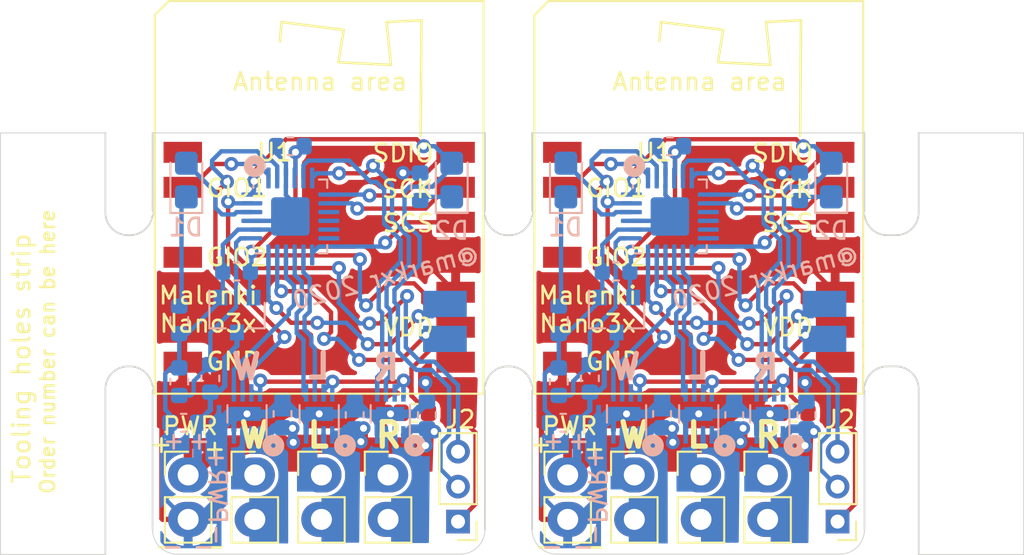
<source format=kicad_pcb>
(kicad_pcb (version 20200119) (host pcbnew "5.99.0-unknown-9de7547~100~ubuntu18.04.1")
  (title_block (title "Malenki-nano2") (date "2019-11-07"))
  (layers (0 "F.Cu" signal) (31 "B.Cu" signal) (34 "B.Paste" user hide) (35 "F.Paste" user hide) (36 "B.SilkS" user hide) (37 "F.SilkS" user hide) (38 "B.Mask" user hide) (39 "F.Mask" user hide) (44 "Edge.Cuts" user))
  (net 0 "")
  (net 1 "GND")
  (net 2 "VBAT")
  (net 3 "BLINKY")
  (net 4 "Net-(D1-Pad1)")
  (net 5 "TXDEBUG")
  (net 6 "Net-(D2-Pad1)")
  (net 7 "UPDI")
  (net 8 "Net-(J5-Pad2)")
  (net 9 "Net-(J5-Pad1)")
  (net 10 "Net-(J6-Pad2)")
  (net 11 "Net-(J6-Pad1)")
  (net 12 "Net-(J7-Pad2)")
  (net 13 "Net-(J7-Pad1)")
  (net 14 "Net-(U1-Pad8)")
  (net 15 "Net-(U1-Pad1)")
  (net 16 "SPI_SCS")
  (net 17 "GIO1")
  (net 18 "SPI_SCK")
  (net 19 "SPI_SDIO")
  (net 20 "MOTOR1R")
  (net 21 "MOTOR2R")
  (net 22 "MOTOR2F")
  (net 23 "Net-(U3-Pad11)")
  (net 24 "Net-(U3-Pad10)")
  (net 25 "MOTOR3F")
  (net 26 "MOTOR3R")
  (net 27 "MOTOR1F")
  (net 28 "WEAPON2")
  (net 29 "Net-(U1-Pad4)")
  (net 30 "VSENSE")
  (net 31 "VLOGIC")
  (net 32 "WEAPON3")
  (net 33 "Net-(U3-Pad12)")
  (net 34 "Net-(U3-Pad9)")
  (module "misc:toolhole" (layer "F.Cu") (at 161 71.1)
    (fp_text reference "REF**" hide)
    (fp_text value "toolhole")
    (pad "" np_thru_hole circle (at 0 0) (size 1.152 1.152) (drill 1.152) (layers *.Cu *.Mask))
  )
  (module "misc:toolhole" (layer "F.Cu") (at 161 91.5)
    (fp_text reference "REF**" hide)
    (fp_text value "toolhole")
    (pad "" np_thru_hole circle (at 0 0) (size 1.152 1.152) (drill 1.152) (layers *.Cu *.Mask))
  )
  (module "malenki-nano:WSON-8-1EP_2x2mm_P0.5mm_HAND1" (layer "B.Cu") (at 127.789 85.3655 90)
    (fp_text reference "U7" hide)
    (fp_text value "DRV8837DSGR")
    (pad "6" smd rect (at 1.2 -0.25 90) (size 1 0.25) (layers "B.Cu" "B.Paste" "B.Mask") (net 25 "MOTOR3F"))
    (pad "5" smd rect (at 1.2 -0.75 90) (size 1 0.25) (layers "B.Cu" "B.Paste" "B.Mask") (net 26 "MOTOR3R"))
    (pad "4" smd rect (at -1.2 -0.75 90) (size 1 0.25) (layers "B.Cu" "B.Paste" "B.Mask") (net 1 "GND"))
    (pad "2" smd rect (at -1.2 0.25 90) (size 1 0.25) (layers "B.Cu" "B.Paste" "B.Mask") (net 12 "Net-(J7-Pad2)"))
    (pad "1" smd rect (at -1.2 0.75 90) (size 1 0.25) (layers "B.Cu" "B.Paste" "B.Mask") (net 2 "VBAT"))
    (pad "9" smd rect (at 0 0 90) (size 0.8 1.6) (layers "B.Cu" "B.Mask") (net 1 "GND"))
    (pad "8" smd rect (at 1.2 0.75 90) (size 1 0.25) (layers "B.Cu" "B.Paste" "B.Mask") (net 31 "VLOGIC"))
    (pad "7" smd rect (at 1.2 0.25 90) (size 1 0.25) (layers "B.Cu" "B.Paste" "B.Mask") (net 31 "VLOGIC"))
    (pad "3" smd rect (at -1.2 -0.25 90) (size 1 0.25) (layers "B.Cu" "B.Paste" "B.Mask") (net 13 "Net-(J7-Pad1)"))
  )
  (module "malenki-nano:WSON-8-1EP_2x2mm_P0.5mm_HAND1" (layer "B.Cu") (at 123.725 85.3655 90)
    (fp_text reference "U6" hide)
    (fp_text value "DRV8837DSGR")
    (pad "6" smd rect (at 1.2 -0.25 90) (size 1 0.25) (layers "B.Cu" "B.Paste" "B.Mask") (net 22 "MOTOR2F"))
    (pad "5" smd rect (at 1.2 -0.75 90) (size 1 0.25) (layers "B.Cu" "B.Paste" "B.Mask") (net 21 "MOTOR2R"))
    (pad "4" smd rect (at -1.2 -0.75 90) (size 1 0.25) (layers "B.Cu" "B.Paste" "B.Mask") (net 1 "GND"))
    (pad "2" smd rect (at -1.2 0.25 90) (size 1 0.25) (layers "B.Cu" "B.Paste" "B.Mask") (net 10 "Net-(J6-Pad2)"))
    (pad "1" smd rect (at -1.2 0.75 90) (size 1 0.25) (layers "B.Cu" "B.Paste" "B.Mask") (net 2 "VBAT"))
    (pad "9" smd rect (at 0 0 90) (size 0.8 1.6) (layers "B.Cu" "B.Mask") (net 1 "GND"))
    (pad "8" smd rect (at 1.2 0.75 90) (size 1 0.25) (layers "B.Cu" "B.Paste" "B.Mask") (net 31 "VLOGIC"))
    (pad "7" smd rect (at 1.2 0.25 90) (size 1 0.25) (layers "B.Cu" "B.Paste" "B.Mask") (net 31 "VLOGIC"))
    (pad "3" smd rect (at -1.2 -0.25 90) (size 1 0.25) (layers "B.Cu" "B.Paste" "B.Mask") (net 11 "Net-(J6-Pad1)"))
  )
  (module "malenki-nano:WSON-8-1EP_2x2mm_P0.5mm_HAND1" (layer "B.Cu") (at 119.5975 85.3655 90)
    (fp_text reference "U5" hide)
    (fp_text value "DRV8837DSGR")
    (pad "6" smd rect (at 1.2 -0.25 90) (size 1 0.25) (layers "B.Cu" "B.Paste" "B.Mask") (net 27 "MOTOR1F"))
    (pad "5" smd rect (at 1.2 -0.75 90) (size 1 0.25) (layers "B.Cu" "B.Paste" "B.Mask") (net 20 "MOTOR1R"))
    (pad "4" smd rect (at -1.2 -0.75 90) (size 1 0.25) (layers "B.Cu" "B.Paste" "B.Mask") (net 1 "GND"))
    (pad "2" smd rect (at -1.2 0.25 90) (size 1 0.25) (layers "B.Cu" "B.Paste" "B.Mask") (net 8 "Net-(J5-Pad2)"))
    (pad "1" smd rect (at -1.2 0.75 90) (size 1 0.25) (layers "B.Cu" "B.Paste" "B.Mask") (net 2 "VBAT"))
    (pad "9" smd rect (at 0 0 90) (size 0.8 1.6) (layers "B.Cu" "B.Mask") (net 1 "GND"))
    (pad "8" smd rect (at 1.2 0.75 90) (size 1 0.25) (layers "B.Cu" "B.Paste" "B.Mask") (net 31 "VLOGIC"))
    (pad "7" smd rect (at 1.2 0.25 90) (size 1 0.25) (layers "B.Cu" "B.Paste" "B.Mask") (net 31 "VLOGIC"))
    (pad "3" smd rect (at -1.2 -0.25 90) (size 1 0.25) (layers "B.Cu" "B.Paste" "B.Mask") (net 9 "Net-(J5-Pad1)"))
  )
  (module "malenki-nano:A7105-module" (layer "F.Cu") (at 123.725 76.412 -90)
    (fp_text reference "U1" (at -6 2.55) (layer "F.SilkS"))
    (fp_text value "A7105-MODULE")
    (fp_text user "Antenna area" (at -10.05 -0.05) (layer "F.SilkS"))
    (fp_text user "GIO1" (at -3.95 4.7) (layer "F.SilkS"))
    (fp_text user "GIO2" (at 0 4.7) (layer "F.SilkS"))
    (fp_text user "GND" (at 5.95 4.914286) (layer "F.SilkS"))
    (fp_text user "GND" (at 5.95 4.914286) (layer "F.SilkS"))
    (fp_text user "VDD" (at 4 -5.109523) (layer "F.SilkS"))
    (fp_text user "SCS" (at -1.95 -5.085714) (layer "F.SilkS"))
    (fp_text user "SCK" (at -3.9 -5.061904) (layer "F.SilkS"))
    (fp_text user "SDIO" (at -5.95 -4.8) (layer "F.SilkS"))
    (pad "8" smd rect (at 6 -7.8 270) (size 1.2 2.2) (layers "F.Cu" "F.Paste" "F.Mask") (net 14 "Net-(U1-Pad8)"))
    (pad "1" smd rect (at -6 7.8 270) (size 1.2 2.2) (layers "F.Cu" "F.Paste" "F.Mask") (net 15 "Net-(U1-Pad1)"))
    (pad "7" smd rect (at 6 7.8 270) (size 1.2 2.2) (layers "F.Cu" "F.Paste" "F.Mask") (net 1 "GND"))
    (pad "9" smd rect (at 4 -7.8 270) (size 1.2 2.2) (layers "F.Cu" "F.Paste" "F.Mask") (net 31 "VLOGIC"))
    (pad "10" smd rect (at 2 -7.8 270) (size 1.2 2.2) (layers "F.Cu" "F.Paste" "F.Mask") (net 1 "GND"))
    (pad "4" smd rect (at 0 7.8 270) (size 1.2 2.2) (layers "F.Cu" "F.Paste" "F.Mask") (net 29 "Net-(U1-Pad4)"))
    (pad "12" smd rect (at -2 -7.8 270) (size 1.2 2.2) (layers "F.Cu" "F.Paste" "F.Mask") (net 16 "SPI_SCS"))
    (pad "2" smd rect (at -4 7.8 270) (size 1.2 2.2) (layers "F.Cu" "F.Paste" "F.Mask") (net 17 "GIO1"))
    (pad "13" smd rect (at -4 -7.8 270) (size 1.2 2.2) (layers "F.Cu" "F.Paste" "F.Mask") (net 18 "SPI_SCK"))
    (pad "14" smd rect (at -6 -7.8 270) (size 1.2 2.2) (layers "F.Cu" "F.Paste" "F.Mask") (net 19 "SPI_SDIO"))
  )
  (module "Capacitor_SMD:C_0603_1608Metric" (layer "B.Cu") (at 129.8845 85.429 90)
    (fp_text reference "C7" hide)
    (fp_text value "10uF")
    (pad "2" smd roundrect (at 0.7875 0 90) (size 0.875 0.95) (layers "B.Cu" "B.Paste" "B.Mask") (net 1 "GND"))
    (pad "1" smd roundrect (at -0.7875 0 90) (size 0.875 0.95) (layers "B.Cu" "B.Paste" "B.Mask") (net 2 "VBAT"))
  )
  (module "Capacitor_SMD:C_0603_1608Metric" (layer "B.Cu") (at 125.757 85.429 90)
    (fp_text reference "C6" hide)
    (fp_text value "10uF")
    (pad "2" smd roundrect (at 0.7875 0 90) (size 0.875 0.95) (layers "B.Cu" "B.Paste" "B.Mask") (net 1 "GND"))
    (pad "1" smd roundrect (at -0.7875 0 90) (size 0.875 0.95) (layers "B.Cu" "B.Paste" "B.Mask") (net 2 "VBAT"))
  )
  (module "LED_SMD:LED_0805_2012Metric_Castellated" (layer "B.Cu") (at 131.302 71.995 90)
    (fp_text reference "D2" (at -2.893 0 180) (layer "B.SilkS") (effects (justify mirror)))
    (fp_text value "LED Red")
    (pad "2" smd roundrect (at 0.9625 0 90) (size 1.325 1.3) (layers "B.Cu" "B.Paste" "B.Mask") (roundrect_rratio 0.192308) (net 5 "TXDEBUG"))
    (pad "1" smd roundrect (at -0.9625 0 90) (size 1.325 1.3) (layers "B.Cu" "B.Paste" "B.Mask") (roundrect_rratio 0.192308) (net 6 "Net-(D2-Pad1)"))
  )
  (module "LED_SMD:LED_0805_2012Metric_Castellated" (layer "B.Cu") (at 116.129 71.995 90)
    (fp_text reference "D1" (at -2.7025 -0.032 180) (layer "B.SilkS") (effects (justify mirror)))
    (fp_text value "LED Blue")
    (pad "2" smd roundrect (at 0.9625 0 90) (size 1.325 1.3) (layers "B.Cu" "B.Paste" "B.Mask") (roundrect_rratio 0.192308) (net 3 "BLINKY"))
    (pad "1" smd roundrect (at -0.9625 0 90) (size 1.325 1.3) (layers "B.Cu" "B.Paste" "B.Mask") (roundrect_rratio 0.192308) (net 4 "Net-(D1-Pad1)"))
  )
  (module "Resistor_SMD:R_0603_1608Metric" (layer "B.Cu") (at 115.724 83.524 90)
    (fp_text reference "R4" hide)
    (fp_text value "10k")
    (pad "2" smd roundrect (at 0.7875 0 90) (size 0.875 0.95) (layers "B.Cu" "B.Paste" "B.Mask") (net 1 "GND"))
    (pad "1" smd roundrect (at -0.7875 0 90) (size 0.875 0.95) (layers "B.Cu" "B.Paste" "B.Mask") (net 30 "VSENSE"))
  )
  (module "Resistor_SMD:R_0603_1608Metric" (layer "B.Cu") (at 117.502 83.3335 90)
    (fp_text reference "R3" hide)
    (fp_text value "33k")
    (pad "2" smd roundrect (at 0.7875 0 90) (size 0.875 0.95) (layers "B.Cu" "B.Paste" "B.Mask") (net 30 "VSENSE"))
    (pad "1" smd roundrect (at -0.7875 0 90) (size 0.875 0.95) (layers "B.Cu" "B.Paste" "B.Mask") (net 2 "VBAT"))
  )
  (module "malenki-nano:wirepad_2" (layer "B.Cu") (at 130.913323 80.079 -90)
    (fp_text reference "J3" hide)
    (fp_text value "Conn_01x02")
    (pad "2" smd rect (at 1 0 270) (size 1.5 2.5) (layers "B.Cu" "B.Mask") (net 32 "WEAPON3"))
    (pad "1" smd rect (at -1 0 270) (size 1.5 2.5) (layers "B.Cu" "B.Mask") (net 28 "WEAPON2"))
  )
  (module "Connector_PinHeader_2.00mm:PinHeader_1x03_P2.00mm_Vertical" (layer "F.Cu") (at 131.6625 91.525 180)
    (fp_text reference "J2" (at -0.127 5.842) (layer "F.SilkS"))
    (fp_text value "Conn_01x03")
    (pad "3" thru_hole oval (at 0 4 180) (size 1.35 1.35) (drill 0.8) (layers *.Cu *.Mask) (net 7 "UPDI"))
    (pad "2" thru_hole oval (at 0 2 180) (size 1.35 1.35) (drill 0.8) (layers *.Cu *.Mask) (net 5 "TXDEBUG"))
    (pad "1" thru_hole rect (at 0 0 180) (size 1.35 1.35) (drill 0.8) (layers *.Cu *.Mask) (net 1 "GND"))
  )
  (module "malenki-nano:qfn24-hand1" (layer "B.Cu") (at 122.074 74.078 -90)
    (fp_text reference "U3" hide)
    (fp_text value "ATtiny1617-M")
    (pad "24" smd roundrect (at -1.25 2.2 270) (size 0.25 1.2) (layers "B.Cu" "B.Paste" "B.Mask") (net 5 "TXDEBUG"))
    (pad "23" smd roundrect (at -0.75 2.2 270) (size 0.25 1.2) (layers "B.Cu" "B.Paste" "B.Mask") (net 7 "UPDI"))
    (pad "22" smd roundrect (at -0.25 2.2 270) (size 0.25 1.2) (layers "B.Cu" "B.Paste" "B.Mask") (net 3 "BLINKY"))
    (pad "21" smd roundrect (at 0.25 2.2 270) (size 0.25 1.2) (layers "B.Cu" "B.Paste" "B.Mask") (net 1 "GND"))
    (pad "20" smd roundrect (at 0.75 2.2 270) (size 0.25 1.2) (layers "B.Cu" "B.Paste" "B.Mask") (net 1 "GND"))
    (pad "19" smd roundrect (at 1.25 2.2 270) (size 0.25 1.2) (layers "B.Cu" "B.Paste" "B.Mask") (net 30 "VSENSE"))
    (pad "18" smd roundrect (at 2.2 1.25 270) (size 1.2 0.25) (layers "B.Cu" "B.Paste" "B.Mask") (net 28 "WEAPON2"))
    (pad "17" smd roundrect (at 2.2 0.75 270) (size 1.2 0.25) (layers "B.Cu" "B.Paste" "B.Mask") (net 32 "WEAPON3"))
    (pad "16" smd roundrect (at 2.2 0.25 270) (size 1.2 0.25) (layers "B.Cu" "B.Paste" "B.Mask") (net 20 "MOTOR1R"))
    (pad "15" smd roundrect (at 2.2 -0.25 270) (size 1.2 0.25) (layers "B.Cu" "B.Paste" "B.Mask") (net 21 "MOTOR2R"))
    (pad "14" smd roundrect (at 2.2 -0.75 270) (size 1.2 0.25) (layers "B.Cu" "B.Paste" "B.Mask") (net 22 "MOTOR2F"))
    (pad "13" smd roundrect (at 2.2 -1.25 270) (size 1.2 0.25) (layers "B.Cu" "B.Paste" "B.Mask") (net 16 "SPI_SCS"))
    (pad "12" smd roundrect (at 1.25 -2.2 270) (size 0.25 1.2) (layers "B.Cu" "B.Paste" "B.Mask") (net 33 "Net-(U3-Pad12)"))
    (pad "11" smd roundrect (at 0.75 -2.2 270) (size 0.25 1.2) (layers "B.Cu" "B.Paste" "B.Mask") (net 23 "Net-(U3-Pad11)"))
    (pad "10" smd roundrect (at 0.25 -2.2 270) (size 0.25 1.2) (layers "B.Cu" "B.Paste" "B.Mask") (net 24 "Net-(U3-Pad10)"))
    (pad "9" smd roundrect (at -0.25 -2.2 270) (size 0.25 1.2) (layers "B.Cu" "B.Paste" "B.Mask") (net 34 "Net-(U3-Pad9)"))
    (pad "8" smd roundrect (at -0.75 -2.2 270) (size 0.25 1.2) (layers "B.Cu" "B.Paste" "B.Mask") (net 18 "SPI_SCK"))
    (pad "7" smd roundrect (at -1.25 -2.2 270) (size 0.25 1.2) (layers "B.Cu" "B.Paste" "B.Mask") (net 19 "SPI_SDIO"))
    (pad "6" smd roundrect (at -2.2 -1.25 270) (size 1.2 0.25) (layers "B.Cu" "B.Paste" "B.Mask") (net 25 "MOTOR3F"))
    (pad "5" smd roundrect (at -2.2 -0.75 270) (size 1.2 0.25) (layers "B.Cu" "B.Paste" "B.Mask") (net 26 "MOTOR3R"))
    (pad "4" smd roundrect (at -2.2 -0.25 270) (size 1.2 0.25) (layers "B.Cu" "B.Paste" "B.Mask") (net 31 "VLOGIC"))
    (pad "3" smd roundrect (at -2.2 0.25 270) (size 1.2 0.25) (layers "B.Cu" "B.Paste" "B.Mask") (net 1 "GND"))
    (pad "2" smd roundrect (at -2.2 0.75 270) (size 1.2 0.25) (layers "B.Cu" "B.Paste" "B.Mask") (net 27 "MOTOR1F"))
    (pad "1" smd roundrect (at -2.2 1.25 270) (size 1.2 0.25) (layers "B.Cu" "B.Paste" "B.Mask") (net 17 "GIO1"))
    (pad "25" smd roundrect (at 0 0 270) (size 2.2 2.2) (layers "B.Cu" "B.Mask") (roundrect_rratio 0.096) (net 1 "GND"))
  )
  (module "Package_TO_SOT_SMD:SOT-23" (layer "B.Cu") (at 119.026 79.714 -90)
    (fp_text reference "U2" hide)
    (fp_text value "AIC1734-33GUTR")
    (pad "3" smd rect (at 1 0 270) (size 0.9 0.8) (layers "B.Cu" "B.Paste" "B.Mask") (net 2 "VBAT"))
    (pad "2" smd rect (at -1 -0.95 270) (size 0.9 0.8) (layers "B.Cu" "B.Paste" "B.Mask") (net 31 "VLOGIC"))
    (pad "1" smd rect (at -1 0.95 270) (size 0.9 0.8) (layers "B.Cu" "B.Paste" "B.Mask") (net 1 "GND"))
  )
  (module "Resistor_SMD:R_0603_1608Metric" (layer "B.Cu") (at 129.502 72.378 90)
    (fp_text reference "R2" hide)
    (fp_text value "220R")
    (pad "2" smd roundrect (at 0.7875 0 90) (size 0.875 0.95) (layers "B.Cu" "B.Paste" "B.Mask") (net 1 "GND"))
    (pad "1" smd roundrect (at -0.7875 0 90) (size 0.875 0.95) (layers "B.Cu" "B.Paste" "B.Mask") (net 6 "Net-(D2-Pad1)"))
  )
  (module "Resistor_SMD:R_0603_1608Metric" (layer "B.Cu") (at 115.724 79.9935 -90)
    (fp_text reference "R1" hide)
    (fp_text value "220R")
    (pad "2" smd roundrect (at 0.7875 0 270) (size 0.875 0.95) (layers "B.Cu" "B.Paste" "B.Mask") (net 1 "GND"))
    (pad "1" smd roundrect (at -0.7875 0 270) (size 0.875 0.95) (layers "B.Cu" "B.Paste" "B.Mask") (net 4 "Net-(D1-Pad1)"))
  )
  (module "malenki-nano:PinHeader_1x02_P2.54mm_BIG1" (layer "F.Cu") (at 127.662 88.858)
    (fp_text reference "J7" hide)
    (fp_text value "Conn_01x02_Male")
    (pad "2" thru_hole oval (at 0 2.54) (size 2.3 2) (drill 1.2) (layers *.Cu *.Mask) (net 12 "Net-(J7-Pad2)"))
    (pad "1" thru_hole oval (at 0 0) (size 2.3 2) (drill 1.2) (layers *.Cu *.Mask) (net 13 "Net-(J7-Pad1)"))
  )
  (module "malenki-nano:PinHeader_1x02_P2.54mm_BIG1" (layer "F.Cu") (at 123.852 88.858)
    (fp_text reference "J6" hide)
    (fp_text value "Conn_01x02_Male")
    (pad "2" thru_hole oval (at 0 2.54) (size 2.3 2) (drill 1.2) (layers *.Cu *.Mask) (net 10 "Net-(J6-Pad2)"))
    (pad "1" thru_hole oval (at 0 0) (size 2.3 2) (drill 1.2) (layers *.Cu *.Mask) (net 11 "Net-(J6-Pad1)"))
  )
  (module "malenki-nano:PinHeader_1x02_P2.54mm_BIG1" (layer "F.Cu") (at 120.042 88.858)
    (fp_text reference "J5" hide)
    (fp_text value "Conn_01x02_Male")
    (pad "2" thru_hole oval (at 0 2.54) (size 2.3 2) (drill 1.2) (layers *.Cu *.Mask) (net 8 "Net-(J5-Pad2)"))
    (pad "1" thru_hole oval (at 0 0) (size 2.3 2) (drill 1.2) (layers *.Cu *.Mask) (net 9 "Net-(J5-Pad1)"))
  )
  (module "malenki-nano:PinHeader_1x02_P2.54mm_BIG1" (layer "F.Cu") (at 116.232 88.858)
    (fp_text reference "J1" hide)
    (fp_text value "Conn_01x02_Male")
    (pad "2" thru_hole oval (at 0 2.54) (size 2.3 2) (drill 1.2) (layers *.Cu *.Mask) (net 1 "GND"))
    (pad "1" thru_hole oval (at 0 0) (size 2.3 2) (drill 1.2) (layers *.Cu *.Mask) (net 2 "VBAT"))
  )
  (module "Capacitor_SMD:C_0603_1608Metric" (layer "B.Cu") (at 121.6295 85.3655 90)
    (fp_text reference "C5" hide)
    (fp_text value "10uF")
    (pad "2" smd roundrect (at 0.7875 0 90) (size 0.875 0.95) (layers "B.Cu" "B.Paste" "B.Mask") (net 1 "GND"))
    (pad "1" smd roundrect (at -0.7875 0 90) (size 0.875 0.95) (layers "B.Cu" "B.Paste" "B.Mask") (net 2 "VBAT"))
  )
  (module "Capacitor_SMD:C_0603_1608Metric" (layer "B.Cu") (at 122.074 70.062 180)
    (fp_text reference "C4" hide)
    (fp_text value "0.1uF")
    (pad "2" smd roundrect (at 0.7875 0 180) (size 0.875 0.95) (layers "B.Cu" "B.Paste" "B.Mask") (net 1 "GND"))
    (pad "1" smd roundrect (at -0.7875 0 180) (size 0.875 0.95) (layers "B.Cu" "B.Paste" "B.Mask") (net 31 "VLOGIC"))
  )
  (module "Capacitor_SMD:C_0603_1608Metric" (layer "B.Cu") (at 119.0005 77.2248 180)
    (fp_text reference "C3" hide)
    (fp_text value "10uF")
    (pad "2" smd roundrect (at 0.7875 0 180) (size 0.875 0.95) (layers "B.Cu" "B.Paste" "B.Mask") (net 1 "GND"))
    (pad "1" smd roundrect (at -0.7875 0 180) (size 0.875 0.95) (layers "B.Cu" "B.Paste" "B.Mask") (net 31 "VLOGIC"))
  )
  (module "Capacitor_SMD:C_0603_1608Metric" (layer "B.Cu") (at 115.978 85.8735 180)
    (fp_text reference "C2" hide)
    (fp_text value "10uF")
    (pad "2" smd roundrect (at 0.7875 0 180) (size 0.875 0.95) (layers "B.Cu" "B.Paste" "B.Mask") (net 1 "GND"))
    (pad "1" smd roundrect (at -0.7875 0 180) (size 0.875 0.95) (layers "B.Cu" "B.Paste" "B.Mask") (net 2 "VBAT"))
  )
  (module "Capacitor_SMD:C_0603_1608Metric" (layer "F.Cu") (at 129.186 85.302 180)
    (fp_text reference "C1" hide)
    (fp_text value "0.1uF")
    (pad "2" smd roundrect (at 0.7875 0 180) (size 0.875 0.95) (layers "F.Cu" "F.Paste" "F.Mask") (net 1 "GND"))
    (pad "1" smd roundrect (at -0.7875 0 180) (size 0.875 0.95) (layers "F.Cu" "F.Paste" "F.Mask") (net 31 "VLOGIC"))
  )
  (module "malenki-nano:WSON-8-1EP_2x2mm_P0.5mm_HAND1" (layer "B.Cu") (at 149.489 85.3655 90)
    (fp_text reference "U7" hide)
    (fp_text value "DRV8837DSGR")
    (pad "6" smd rect (at 1.2 -0.25 90) (size 1 0.25) (layers "B.Cu" "B.Paste" "B.Mask") (net 25 "MOTOR3F"))
    (pad "5" smd rect (at 1.2 -0.75 90) (size 1 0.25) (layers "B.Cu" "B.Paste" "B.Mask") (net 26 "MOTOR3R"))
    (pad "4" smd rect (at -1.2 -0.75 90) (size 1 0.25) (layers "B.Cu" "B.Paste" "B.Mask") (net 1 "GND"))
    (pad "2" smd rect (at -1.2 0.25 90) (size 1 0.25) (layers "B.Cu" "B.Paste" "B.Mask") (net 12 "Net-(J7-Pad2)"))
    (pad "1" smd rect (at -1.2 0.75 90) (size 1 0.25) (layers "B.Cu" "B.Paste" "B.Mask") (net 2 "VBAT"))
    (pad "9" smd rect (at 0 0 90) (size 0.8 1.6) (layers "B.Cu" "B.Mask") (net 1 "GND"))
    (pad "8" smd rect (at 1.2 0.75 90) (size 1 0.25) (layers "B.Cu" "B.Paste" "B.Mask") (net 31 "VLOGIC"))
    (pad "7" smd rect (at 1.2 0.25 90) (size 1 0.25) (layers "B.Cu" "B.Paste" "B.Mask") (net 31 "VLOGIC"))
    (pad "3" smd rect (at -1.2 -0.25 90) (size 1 0.25) (layers "B.Cu" "B.Paste" "B.Mask") (net 13 "Net-(J7-Pad1)"))
  )
  (module "malenki-nano:WSON-8-1EP_2x2mm_P0.5mm_HAND1" (layer "B.Cu") (at 145.425 85.3655 90)
    (fp_text reference "U6" hide)
    (fp_text value "DRV8837DSGR")
    (pad "6" smd rect (at 1.2 -0.25 90) (size 1 0.25) (layers "B.Cu" "B.Paste" "B.Mask") (net 22 "MOTOR2F"))
    (pad "5" smd rect (at 1.2 -0.75 90) (size 1 0.25) (layers "B.Cu" "B.Paste" "B.Mask") (net 21 "MOTOR2R"))
    (pad "4" smd rect (at -1.2 -0.75 90) (size 1 0.25) (layers "B.Cu" "B.Paste" "B.Mask") (net 1 "GND"))
    (pad "2" smd rect (at -1.2 0.25 90) (size 1 0.25) (layers "B.Cu" "B.Paste" "B.Mask") (net 10 "Net-(J6-Pad2)"))
    (pad "1" smd rect (at -1.2 0.75 90) (size 1 0.25) (layers "B.Cu" "B.Paste" "B.Mask") (net 2 "VBAT"))
    (pad "9" smd rect (at 0 0 90) (size 0.8 1.6) (layers "B.Cu" "B.Mask") (net 1 "GND"))
    (pad "8" smd rect (at 1.2 0.75 90) (size 1 0.25) (layers "B.Cu" "B.Paste" "B.Mask") (net 31 "VLOGIC"))
    (pad "7" smd rect (at 1.2 0.25 90) (size 1 0.25) (layers "B.Cu" "B.Paste" "B.Mask") (net 31 "VLOGIC"))
    (pad "3" smd rect (at -1.2 -0.25 90) (size 1 0.25) (layers "B.Cu" "B.Paste" "B.Mask") (net 11 "Net-(J6-Pad1)"))
  )
  (module "malenki-nano:WSON-8-1EP_2x2mm_P0.5mm_HAND1" (layer "B.Cu") (at 141.2975 85.3655 90)
    (fp_text reference "U5" hide)
    (fp_text value "DRV8837DSGR")
    (pad "6" smd rect (at 1.2 -0.25 90) (size 1 0.25) (layers "B.Cu" "B.Paste" "B.Mask") (net 27 "MOTOR1F"))
    (pad "5" smd rect (at 1.2 -0.75 90) (size 1 0.25) (layers "B.Cu" "B.Paste" "B.Mask") (net 20 "MOTOR1R"))
    (pad "4" smd rect (at -1.2 -0.75 90) (size 1 0.25) (layers "B.Cu" "B.Paste" "B.Mask") (net 1 "GND"))
    (pad "2" smd rect (at -1.2 0.25 90) (size 1 0.25) (layers "B.Cu" "B.Paste" "B.Mask") (net 8 "Net-(J5-Pad2)"))
    (pad "1" smd rect (at -1.2 0.75 90) (size 1 0.25) (layers "B.Cu" "B.Paste" "B.Mask") (net 2 "VBAT"))
    (pad "9" smd rect (at 0 0 90) (size 0.8 1.6) (layers "B.Cu" "B.Mask") (net 1 "GND"))
    (pad "8" smd rect (at 1.2 0.75 90) (size 1 0.25) (layers "B.Cu" "B.Paste" "B.Mask") (net 31 "VLOGIC"))
    (pad "7" smd rect (at 1.2 0.25 90) (size 1 0.25) (layers "B.Cu" "B.Paste" "B.Mask") (net 31 "VLOGIC"))
    (pad "3" smd rect (at -1.2 -0.25 90) (size 1 0.25) (layers "B.Cu" "B.Paste" "B.Mask") (net 9 "Net-(J5-Pad1)"))
  )
  (module "malenki-nano:A7105-module" (layer "F.Cu") (at 145.425 76.412 -90)
    (fp_text reference "U1" (at -6 2.55) (layer "F.SilkS"))
    (fp_text value "A7105-MODULE")
    (fp_text user "Antenna area" (at -10.05 -0.05) (layer "F.SilkS"))
    (fp_text user "GIO1" (at -3.95 4.7) (layer "F.SilkS"))
    (fp_text user "GIO2" (at 0 4.7) (layer "F.SilkS"))
    (fp_text user "GND" (at 5.95 4.914286) (layer "F.SilkS"))
    (fp_text user "GND" (at 5.95 4.914286) (layer "F.SilkS"))
    (fp_text user "VDD" (at 4 -5.109523) (layer "F.SilkS"))
    (fp_text user "SCS" (at -1.95 -5.085714) (layer "F.SilkS"))
    (fp_text user "SCK" (at -3.9 -5.061904) (layer "F.SilkS"))
    (fp_text user "SDIO" (at -5.95 -4.8) (layer "F.SilkS"))
    (pad "8" smd rect (at 6 -7.8 270) (size 1.2 2.2) (layers "F.Cu" "F.Paste" "F.Mask") (net 14 "Net-(U1-Pad8)"))
    (pad "1" smd rect (at -6 7.8 270) (size 1.2 2.2) (layers "F.Cu" "F.Paste" "F.Mask") (net 15 "Net-(U1-Pad1)"))
    (pad "7" smd rect (at 6 7.8 270) (size 1.2 2.2) (layers "F.Cu" "F.Paste" "F.Mask") (net 1 "GND"))
    (pad "9" smd rect (at 4 -7.8 270) (size 1.2 2.2) (layers "F.Cu" "F.Paste" "F.Mask") (net 31 "VLOGIC"))
    (pad "10" smd rect (at 2 -7.8 270) (size 1.2 2.2) (layers "F.Cu" "F.Paste" "F.Mask") (net 1 "GND"))
    (pad "4" smd rect (at 0 7.8 270) (size 1.2 2.2) (layers "F.Cu" "F.Paste" "F.Mask") (net 29 "Net-(U1-Pad4)"))
    (pad "12" smd rect (at -2 -7.8 270) (size 1.2 2.2) (layers "F.Cu" "F.Paste" "F.Mask") (net 16 "SPI_SCS"))
    (pad "2" smd rect (at -4 7.8 270) (size 1.2 2.2) (layers "F.Cu" "F.Paste" "F.Mask") (net 17 "GIO1"))
    (pad "13" smd rect (at -4 -7.8 270) (size 1.2 2.2) (layers "F.Cu" "F.Paste" "F.Mask") (net 18 "SPI_SCK"))
    (pad "14" smd rect (at -6 -7.8 270) (size 1.2 2.2) (layers "F.Cu" "F.Paste" "F.Mask") (net 19 "SPI_SDIO"))
  )
  (module "Capacitor_SMD:C_0603_1608Metric" (layer "B.Cu") (at 151.5845 85.429 90)
    (fp_text reference "C7" hide)
    (fp_text value "10uF")
    (pad "2" smd roundrect (at 0.7875 0 90) (size 0.875 0.95) (layers "B.Cu" "B.Paste" "B.Mask") (net 1 "GND"))
    (pad "1" smd roundrect (at -0.7875 0 90) (size 0.875 0.95) (layers "B.Cu" "B.Paste" "B.Mask") (net 2 "VBAT"))
  )
  (module "Capacitor_SMD:C_0603_1608Metric" (layer "B.Cu") (at 147.457 85.429 90)
    (fp_text reference "C6" hide)
    (fp_text value "10uF")
    (pad "2" smd roundrect (at 0.7875 0 90) (size 0.875 0.95) (layers "B.Cu" "B.Paste" "B.Mask") (net 1 "GND"))
    (pad "1" smd roundrect (at -0.7875 0 90) (size 0.875 0.95) (layers "B.Cu" "B.Paste" "B.Mask") (net 2 "VBAT"))
  )
  (module "LED_SMD:LED_0805_2012Metric_Castellated" (layer "B.Cu") (at 153.002 71.995 90)
    (fp_text reference "D2" (at -2.893 0 180) (layer "B.SilkS") (effects (justify mirror)))
    (fp_text value "LED Red")
    (pad "2" smd roundrect (at 0.9625 0 90) (size 1.325 1.3) (layers "B.Cu" "B.Paste" "B.Mask") (roundrect_rratio 0.192308) (net 5 "TXDEBUG"))
    (pad "1" smd roundrect (at -0.9625 0 90) (size 1.325 1.3) (layers "B.Cu" "B.Paste" "B.Mask") (roundrect_rratio 0.192308) (net 6 "Net-(D2-Pad1)"))
  )
  (module "LED_SMD:LED_0805_2012Metric_Castellated" (layer "B.Cu") (at 137.829 71.995 90)
    (fp_text reference "D1" (at -2.7025 -0.032 180) (layer "B.SilkS") (effects (justify mirror)))
    (fp_text value "LED Blue")
    (pad "2" smd roundrect (at 0.9625 0 90) (size 1.325 1.3) (layers "B.Cu" "B.Paste" "B.Mask") (roundrect_rratio 0.192308) (net 3 "BLINKY"))
    (pad "1" smd roundrect (at -0.9625 0 90) (size 1.325 1.3) (layers "B.Cu" "B.Paste" "B.Mask") (roundrect_rratio 0.192308) (net 4 "Net-(D1-Pad1)"))
  )
  (module "Resistor_SMD:R_0603_1608Metric" (layer "B.Cu") (at 137.424 83.524 90)
    (fp_text reference "R4" hide)
    (fp_text value "10k")
    (pad "2" smd roundrect (at 0.7875 0 90) (size 0.875 0.95) (layers "B.Cu" "B.Paste" "B.Mask") (net 1 "GND"))
    (pad "1" smd roundrect (at -0.7875 0 90) (size 0.875 0.95) (layers "B.Cu" "B.Paste" "B.Mask") (net 30 "VSENSE"))
  )
  (module "Resistor_SMD:R_0603_1608Metric" (layer "B.Cu") (at 139.202 83.3335 90)
    (fp_text reference "R3" hide)
    (fp_text value "33k")
    (pad "2" smd roundrect (at 0.7875 0 90) (size 0.875 0.95) (layers "B.Cu" "B.Paste" "B.Mask") (net 30 "VSENSE"))
    (pad "1" smd roundrect (at -0.7875 0 90) (size 0.875 0.95) (layers "B.Cu" "B.Paste" "B.Mask") (net 2 "VBAT"))
  )
  (module "malenki-nano:wirepad_2" (layer "B.Cu") (at 152.613323 80.079 -90)
    (fp_text reference "J3" hide)
    (fp_text value "Conn_01x02")
    (pad "2" smd rect (at 1 0 270) (size 1.5 2.5) (layers "B.Cu" "B.Mask") (net 32 "WEAPON3"))
    (pad "1" smd rect (at -1 0 270) (size 1.5 2.5) (layers "B.Cu" "B.Mask") (net 28 "WEAPON2"))
  )
  (module "Connector_PinHeader_2.00mm:PinHeader_1x03_P2.00mm_Vertical" (layer "F.Cu") (at 153.3625 91.525 180)
    (fp_text reference "J2" (at -0.127 5.842) (layer "F.SilkS"))
    (fp_text value "Conn_01x03")
    (pad "3" thru_hole oval (at 0 4 180) (size 1.35 1.35) (drill 0.8) (layers *.Cu *.Mask) (net 7 "UPDI"))
    (pad "2" thru_hole oval (at 0 2 180) (size 1.35 1.35) (drill 0.8) (layers *.Cu *.Mask) (net 5 "TXDEBUG"))
    (pad "1" thru_hole rect (at 0 0 180) (size 1.35 1.35) (drill 0.8) (layers *.Cu *.Mask) (net 1 "GND"))
  )
  (module "malenki-nano:qfn24-hand1" (layer "B.Cu") (at 143.774 74.078 -90)
    (fp_text reference "U3" hide)
    (fp_text value "ATtiny1617-M")
    (pad "24" smd roundrect (at -1.25 2.2 270) (size 0.25 1.2) (layers "B.Cu" "B.Paste" "B.Mask") (net 5 "TXDEBUG"))
    (pad "23" smd roundrect (at -0.75 2.2 270) (size 0.25 1.2) (layers "B.Cu" "B.Paste" "B.Mask") (net 7 "UPDI"))
    (pad "22" smd roundrect (at -0.25 2.2 270) (size 0.25 1.2) (layers "B.Cu" "B.Paste" "B.Mask") (net 3 "BLINKY"))
    (pad "21" smd roundrect (at 0.25 2.2 270) (size 0.25 1.2) (layers "B.Cu" "B.Paste" "B.Mask") (net 1 "GND"))
    (pad "20" smd roundrect (at 0.75 2.2 270) (size 0.25 1.2) (layers "B.Cu" "B.Paste" "B.Mask") (net 1 "GND"))
    (pad "19" smd roundrect (at 1.25 2.2 270) (size 0.25 1.2) (layers "B.Cu" "B.Paste" "B.Mask") (net 30 "VSENSE"))
    (pad "18" smd roundrect (at 2.2 1.25 270) (size 1.2 0.25) (layers "B.Cu" "B.Paste" "B.Mask") (net 28 "WEAPON2"))
    (pad "17" smd roundrect (at 2.2 0.75 270) (size 1.2 0.25) (layers "B.Cu" "B.Paste" "B.Mask") (net 32 "WEAPON3"))
    (pad "16" smd roundrect (at 2.2 0.25 270) (size 1.2 0.25) (layers "B.Cu" "B.Paste" "B.Mask") (net 20 "MOTOR1R"))
    (pad "15" smd roundrect (at 2.2 -0.25 270) (size 1.2 0.25) (layers "B.Cu" "B.Paste" "B.Mask") (net 21 "MOTOR2R"))
    (pad "14" smd roundrect (at 2.2 -0.75 270) (size 1.2 0.25) (layers "B.Cu" "B.Paste" "B.Mask") (net 22 "MOTOR2F"))
    (pad "13" smd roundrect (at 2.2 -1.25 270) (size 1.2 0.25) (layers "B.Cu" "B.Paste" "B.Mask") (net 16 "SPI_SCS"))
    (pad "12" smd roundrect (at 1.25 -2.2 270) (size 0.25 1.2) (layers "B.Cu" "B.Paste" "B.Mask") (net 33 "Net-(U3-Pad12)"))
    (pad "11" smd roundrect (at 0.75 -2.2 270) (size 0.25 1.2) (layers "B.Cu" "B.Paste" "B.Mask") (net 23 "Net-(U3-Pad11)"))
    (pad "10" smd roundrect (at 0.25 -2.2 270) (size 0.25 1.2) (layers "B.Cu" "B.Paste" "B.Mask") (net 24 "Net-(U3-Pad10)"))
    (pad "9" smd roundrect (at -0.25 -2.2 270) (size 0.25 1.2) (layers "B.Cu" "B.Paste" "B.Mask") (net 34 "Net-(U3-Pad9)"))
    (pad "8" smd roundrect (at -0.75 -2.2 270) (size 0.25 1.2) (layers "B.Cu" "B.Paste" "B.Mask") (net 18 "SPI_SCK"))
    (pad "7" smd roundrect (at -1.25 -2.2 270) (size 0.25 1.2) (layers "B.Cu" "B.Paste" "B.Mask") (net 19 "SPI_SDIO"))
    (pad "6" smd roundrect (at -2.2 -1.25 270) (size 1.2 0.25) (layers "B.Cu" "B.Paste" "B.Mask") (net 25 "MOTOR3F"))
    (pad "5" smd roundrect (at -2.2 -0.75 270) (size 1.2 0.25) (layers "B.Cu" "B.Paste" "B.Mask") (net 26 "MOTOR3R"))
    (pad "4" smd roundrect (at -2.2 -0.25 270) (size 1.2 0.25) (layers "B.Cu" "B.Paste" "B.Mask") (net 31 "VLOGIC"))
    (pad "3" smd roundrect (at -2.2 0.25 270) (size 1.2 0.25) (layers "B.Cu" "B.Paste" "B.Mask") (net 1 "GND"))
    (pad "2" smd roundrect (at -2.2 0.75 270) (size 1.2 0.25) (layers "B.Cu" "B.Paste" "B.Mask") (net 27 "MOTOR1F"))
    (pad "1" smd roundrect (at -2.2 1.25 270) (size 1.2 0.25) (layers "B.Cu" "B.Paste" "B.Mask") (net 17 "GIO1"))
    (pad "25" smd roundrect (at 0 0 270) (size 2.2 2.2) (layers "B.Cu" "B.Mask") (roundrect_rratio 0.096) (net 1 "GND"))
  )
  (module "Package_TO_SOT_SMD:SOT-23" (layer "B.Cu") (at 140.726 79.714 -90)
    (fp_text reference "U2" hide)
    (fp_text value "AIC1734-33GUTR")
    (pad "3" smd rect (at 1 0 270) (size 0.9 0.8) (layers "B.Cu" "B.Paste" "B.Mask") (net 2 "VBAT"))
    (pad "2" smd rect (at -1 -0.95 270) (size 0.9 0.8) (layers "B.Cu" "B.Paste" "B.Mask") (net 31 "VLOGIC"))
    (pad "1" smd rect (at -1 0.95 270) (size 0.9 0.8) (layers "B.Cu" "B.Paste" "B.Mask") (net 1 "GND"))
  )
  (module "Resistor_SMD:R_0603_1608Metric" (layer "B.Cu") (at 151.202 72.378 90)
    (fp_text reference "R2" hide)
    (fp_text value "220R")
    (pad "2" smd roundrect (at 0.7875 0 90) (size 0.875 0.95) (layers "B.Cu" "B.Paste" "B.Mask") (net 1 "GND"))
    (pad "1" smd roundrect (at -0.7875 0 90) (size 0.875 0.95) (layers "B.Cu" "B.Paste" "B.Mask") (net 6 "Net-(D2-Pad1)"))
  )
  (module "Resistor_SMD:R_0603_1608Metric" (layer "B.Cu") (at 137.424 79.9935 -90)
    (fp_text reference "R1" hide)
    (fp_text value "220R")
    (pad "2" smd roundrect (at 0.7875 0 270) (size 0.875 0.95) (layers "B.Cu" "B.Paste" "B.Mask") (net 1 "GND"))
    (pad "1" smd roundrect (at -0.7875 0 270) (size 0.875 0.95) (layers "B.Cu" "B.Paste" "B.Mask") (net 4 "Net-(D1-Pad1)"))
  )
  (module "malenki-nano:PinHeader_1x02_P2.54mm_BIG1" (layer "F.Cu") (at 149.362 88.858)
    (fp_text reference "J7" hide)
    (fp_text value "Conn_01x02_Male")
    (pad "2" thru_hole oval (at 0 2.54) (size 2.3 2) (drill 1.2) (layers *.Cu *.Mask) (net 12 "Net-(J7-Pad2)"))
    (pad "1" thru_hole oval (at 0 0) (size 2.3 2) (drill 1.2) (layers *.Cu *.Mask) (net 13 "Net-(J7-Pad1)"))
  )
  (module "malenki-nano:PinHeader_1x02_P2.54mm_BIG1" (layer "F.Cu") (at 145.552 88.858)
    (fp_text reference "J6" hide)
    (fp_text value "Conn_01x02_Male")
    (pad "2" thru_hole oval (at 0 2.54) (size 2.3 2) (drill 1.2) (layers *.Cu *.Mask) (net 10 "Net-(J6-Pad2)"))
    (pad "1" thru_hole oval (at 0 0) (size 2.3 2) (drill 1.2) (layers *.Cu *.Mask) (net 11 "Net-(J6-Pad1)"))
  )
  (module "malenki-nano:PinHeader_1x02_P2.54mm_BIG1" (layer "F.Cu") (at 141.742 88.858)
    (fp_text reference "J5" hide)
    (fp_text value "Conn_01x02_Male")
    (pad "2" thru_hole oval (at 0 2.54) (size 2.3 2) (drill 1.2) (layers *.Cu *.Mask) (net 8 "Net-(J5-Pad2)"))
    (pad "1" thru_hole oval (at 0 0) (size 2.3 2) (drill 1.2) (layers *.Cu *.Mask) (net 9 "Net-(J5-Pad1)"))
  )
  (module "malenki-nano:PinHeader_1x02_P2.54mm_BIG1" (layer "F.Cu") (at 137.932 88.858)
    (fp_text reference "J1" hide)
    (fp_text value "Conn_01x02_Male")
    (pad "2" thru_hole oval (at 0 2.54) (size 2.3 2) (drill 1.2) (layers *.Cu *.Mask) (net 1 "GND"))
    (pad "1" thru_hole oval (at 0 0) (size 2.3 2) (drill 1.2) (layers *.Cu *.Mask) (net 2 "VBAT"))
  )
  (module "Capacitor_SMD:C_0603_1608Metric" (layer "B.Cu") (at 143.3295 85.3655 90)
    (fp_text reference "C5" hide)
    (fp_text value "10uF")
    (pad "2" smd roundrect (at 0.7875 0 90) (size 0.875 0.95) (layers "B.Cu" "B.Paste" "B.Mask") (net 1 "GND"))
    (pad "1" smd roundrect (at -0.7875 0 90) (size 0.875 0.95) (layers "B.Cu" "B.Paste" "B.Mask") (net 2 "VBAT"))
  )
  (module "Capacitor_SMD:C_0603_1608Metric" (layer "B.Cu") (at 143.774 70.062 180)
    (fp_text reference "C4" hide)
    (fp_text value "0.1uF")
    (pad "2" smd roundrect (at 0.7875 0 180) (size 0.875 0.95) (layers "B.Cu" "B.Paste" "B.Mask") (net 1 "GND"))
    (pad "1" smd roundrect (at -0.7875 0 180) (size 0.875 0.95) (layers "B.Cu" "B.Paste" "B.Mask") (net 31 "VLOGIC"))
  )
  (module "Capacitor_SMD:C_0603_1608Metric" (layer "B.Cu") (at 140.7005 77.2248 180)
    (fp_text reference "C3" hide)
    (fp_text value "10uF")
    (pad "2" smd roundrect (at 0.7875 0 180) (size 0.875 0.95) (layers "B.Cu" "B.Paste" "B.Mask") (net 1 "GND"))
    (pad "1" smd roundrect (at -0.7875 0 180) (size 0.875 0.95) (layers "B.Cu" "B.Paste" "B.Mask") (net 31 "VLOGIC"))
  )
  (module "Capacitor_SMD:C_0603_1608Metric" (layer "B.Cu") (at 137.678 85.8735 180)
    (fp_text reference "C2" hide)
    (fp_text value "10uF")
    (pad "2" smd roundrect (at 0.7875 0 180) (size 0.875 0.95) (layers "B.Cu" "B.Paste" "B.Mask") (net 1 "GND"))
    (pad "1" smd roundrect (at -0.7875 0 180) (size 0.875 0.95) (layers "B.Cu" "B.Paste" "B.Mask") (net 2 "VBAT"))
  )
  (module "Capacitor_SMD:C_0603_1608Metric" (layer "F.Cu") (at 150.886 85.302 180)
    (fp_text reference "C1" hide)
    (fp_text value "0.1uF")
    (pad "2" smd roundrect (at 0.7875 0 180) (size 0.875 0.95) (layers "F.Cu" "F.Paste" "F.Mask") (net 1 "GND"))
    (pad "1" smd roundrect (at -0.7875 0 180) (size 0.875 0.95) (layers "F.Cu" "F.Paste" "F.Mask") (net 31 "VLOGIC"))
  )
  (module "misc:toolhole" (layer "F.Cu") (at 108.5 91.5)
    (fp_text reference "REF**" hide)
    (fp_text value "toolhole")
    (pad "" np_thru_hole circle (at 0 0) (size 1.152 1.152) (drill 1.152) (layers *.Cu *.Mask))
  )
  (module "misc:toolhole" (layer "F.Cu") (at 108.5 71.1)
    (fp_text reference "REF**" hide)
    (fp_text value "toolhole")
    (pad "" np_thru_hole circle (at 0 0) (size 1.152 1.152) (drill 1.152) (layers *.Cu *.Mask))
  )
  (gr_line (start 158 69.3) (end 164 69.3) (layer Edge.Cuts) (width 0.05))
  (gr_line (start 158 93.4) (end 164 93.4) (layer Edge.Cuts) (width 0.05))
  (gr_line (start 164 69.3) (end 164 93.4) (layer Edge.Cuts) (width 0.05))
  (gr_circle (center 129.202 87.178) (end 129.329 87.178) (layer "B.SilkS") (width 0.5))
  (gr_circle (center 125.202 87.178) (end 125.329 87.178) (layer "B.SilkS") (width 0.5))
  (gr_circle (center 121.102 87.178) (end 121.229 87.178) (layer "B.SilkS") (width 0.5))
  (gr_text "-PWR+" (at 117.902 90.078 270) (layer "B.SilkS") (effects (font (size 1 1)) (justify mirror)))
  (gr_text "L" (at 124.485333 82.628) (layer "B.SilkS") (effects (font (size 1.4 1.4) (thickness 0.3)) (justify left mirror)))
  (gr_text "R" (at 128.452 82.728) (layer "B.SilkS") (effects (font (size 1.4 1.4) (thickness 0.3)) (justify left mirror)))
  (gr_text "W" (at 120.552 82.678) (layer "B.SilkS") (effects (font (size 1.4 1.4) (thickness 0.3)) (justify left mirror)))
  (gr_text "R" (at 126.802 86.578) (layer "F.SilkS") (effects (font (size 1.4 1.4) (thickness 0.3)) (justify left)))
  (gr_text "L" (at 122.902 86.578) (layer "F.SilkS") (effects (font (size 1.4 1.4) (thickness 0.3)) (justify left)))
  (gr_arc (start 131.797165 91.978) (end 131.790171 93.382818) (angle -90.28524931) (layer "Edge.Cuts") (width 0.05))
  (gr_arc (start 115.602 91.978) (end 114.197182 91.971006) (angle -90.28524931) (layer "Edge.Cuts") (width 0.05))
  (gr_text "-" (at 117.121 92.922) (layer "B.SilkS") (effects (font (size 1 1)) (justify mirror)))
  (gr_text "+" (at 115.4065 86.8895) (layer "B.SilkS") (effects (font (size 1 1)) (justify mirror)))
  (gr_circle (center 120.042 71.205) (end 120.169 71.205) (layer "B.SilkS") (width 0.5))
  (gr_text "-" (at 117.756 92.922) (layer "F.SilkS") (effects (font (size 1 1))))
  (gr_text "+" (at 117.756 87.334) (layer "F.SilkS") (effects (font (size 1 1))))
  (gr_text "PWR" (at 116.359 86.064) (layer "F.SilkS") (effects (font (size 1 1))))
  (gr_text "-" (at 115.343 92.922) (layer "B.SilkS") (effects (font (size 1 1)) (justify mirror)))
  (gr_text "+" (at 116.867 86.8895) (layer "B.SilkS") (effects (font (size 1 1)) (justify mirror)))
  (gr_text "W" (at 119.002 86.578) (layer "F.SilkS") (effects (font (size 1.4 1.4) (thickness 0.3)) (justify left)))
  (gr_text "-" (at 114.962 92.922) (layer "F.SilkS") (effects (font (size 1 1))))
  (gr_text "+" (at 114.708 87.08) (layer "F.SilkS") (effects (font (size 1 1))))
  (gr_text "Malenki\nNano3x" (at 117.375 79.3965) (layer "F.SilkS") (effects (font (size 1 1))))
  (gr_text "@markxr 2020" (at 132.902 76.078 15) (layer "B.SilkS") (effects (font (size 1 1)) (justify left mirror)))
  (gr_line (start 115.602 93.382835) (end 131.790171 93.382818) (layer Edge.Cuts) (width 0.05))
  (gr_line (start 133.202 69.3) (end 114.2 69.3) (layer Edge.Cuts) (width 0.05))
  (gr_circle (center 150.902 87.178) (end 151.029 87.178) (layer "B.SilkS") (width 0.5))
  (gr_circle (center 146.902 87.178) (end 147.029 87.178) (layer "B.SilkS") (width 0.5))
  (gr_circle (center 142.802 87.178) (end 142.929 87.178) (layer "B.SilkS") (width 0.5))
  (gr_text "-PWR+" (at 139.602 90.078 270) (layer "B.SilkS") (effects (font (size 1 1)) (justify mirror)))
  (gr_text "L" (at 146.185333 82.628) (layer "B.SilkS") (effects (font (size 1.4 1.4) (thickness 0.3)) (justify left mirror)))
  (gr_text "R" (at 150.152 82.728) (layer "B.SilkS") (effects (font (size 1.4 1.4) (thickness 0.3)) (justify left mirror)))
  (gr_text "W" (at 142.252 82.678) (layer "B.SilkS") (effects (font (size 1.4 1.4) (thickness 0.3)) (justify left mirror)))
  (gr_text "R" (at 148.502 86.578) (layer "F.SilkS") (effects (font (size 1.4 1.4) (thickness 0.3)) (justify left)))
  (gr_text "L" (at 144.602 86.578) (layer "F.SilkS") (effects (font (size 1.4 1.4) (thickness 0.3)) (justify left)))
  (gr_arc (start 153.497165 91.978) (end 153.490171 93.382818) (angle -90.28524931) (layer "Edge.Cuts") (width 0.05))
  (gr_arc (start 137.302 91.978) (end 135.897182 91.971006) (angle -90.28524931) (layer "Edge.Cuts") (width 0.05))
  (gr_text "-" (at 138.821 92.922) (layer "B.SilkS") (effects (font (size 1 1)) (justify mirror)))
  (gr_text "+" (at 137.1065 86.8895) (layer "B.SilkS") (effects (font (size 1 1)) (justify mirror)))
  (gr_circle (center 141.742 71.205) (end 141.869 71.205) (layer "B.SilkS") (width 0.5))
  (gr_text "-" (at 139.456 92.922) (layer "F.SilkS") (effects (font (size 1 1))))
  (gr_text "+" (at 139.456 87.334) (layer "F.SilkS") (effects (font (size 1 1))))
  (gr_text "PWR" (at 138.059 86.064) (layer "F.SilkS") (effects (font (size 1 1))))
  (gr_text "-" (at 137.043 92.922) (layer "B.SilkS") (effects (font (size 1 1)) (justify mirror)))
  (gr_text "+" (at 138.567 86.8895) (layer "B.SilkS") (effects (font (size 1 1)) (justify mirror)))
  (gr_text "W" (at 140.702 86.578) (layer "F.SilkS") (effects (font (size 1.4 1.4) (thickness 0.3)) (justify left)))
  (gr_text "-" (at 136.662 92.922) (layer "F.SilkS") (effects (font (size 1 1))))
  (gr_text "+" (at 136.408 87.08) (layer "F.SilkS") (effects (font (size 1 1))))
  (gr_text "Malenki\nNano3x" (at 139.075 79.3965) (layer "F.SilkS") (effects (font (size 1 1))))
  (gr_text "@markxr 2020" (at 154.602 76.078 15) (layer "B.SilkS") (effects (font (size 1 1)) (justify left mirror)))
  (gr_line (start 137.302 93.382835) (end 153.490171 93.382818) (layer Edge.Cuts) (width 0.05))
  (gr_line (start 154.902 69.3) (end 135.9 69.3) (layer Edge.Cuts) (width 0.05))
  (gr_text "Order number can be here" (at 108.2 81.8 90) (layer "F.SilkS") (effects (font (size 0.8 0.8))))
  (gr_text "Tooling holes strip" (at 106.7 82.2 90) (layer "F.SilkS") (effects (font (size 1 1))))
  (gr_line (start 105.5 93.4) (end 111.5 93.4) (layer Edge.Cuts) (width 0.05))
  (gr_line (start 105.5 69.3) (end 105.5 93.4) (layer Edge.Cuts) (width 0.05))
  (gr_line (start 105.5 69.3) (end 111.5 69.3) (layer Edge.Cuts) (width 0.05))
  (segment (start 141.876998 70.352998) (end 142.402 70.878) (width 0.25) (layer "B.Cu") (net 27))
  (segment (start 142.402 70.878) (end 142.702 70.878) (width 0.25) (layer "B.Cu") (net 27))
  (segment (start 139.827002 70.352998) (end 141.876998 70.352998) (width 0.25) (layer "B.Cu") (net 27))
  (segment (start 139.302 71.2415) (end 139.302 70.878) (width 0.25) (layer "B.Cu") (net 27))
  (segment (start 139.302 70.878) (end 139.827002 70.352998) (width 0.25) (layer "B.Cu") (net 27))
  (segment (start 140.1545 72.094) (end 139.302 71.2415) (width 0.25) (layer "B.Cu") (net 27))
  (segment (start 142.702 70.878) (end 143.024 71.2) (width 0.25) (layer "B.Cu") (net 27))
  (segment (start 143.024 71.2) (end 143.024 71.878) (width 0.25) (layer "B.Cu") (net 27))
  (via (at 151.10201 79.77801) (size 0.8) (drill 0.4) (layers "F.Cu" "B.Cu") (net 28))
  (segment (start 151.10201 79.77801) (end 151.10202 79.778) (width 0.25) (layer "F.Cu") (net 28))
  (segment (start 151.5845 86.2165) (end 151.5845 87.0955) (width 0.5) (layer "B.Cu") (net 2))
  (segment (start 152.002 86.378) (end 151.502 86.878) (width 0.5) (layer "F.Cu") (net 2))
  (segment (start 151.5845 87.0955) (end 151.502 87.178) (width 0.5) (layer "B.Cu") (net 2))
  (segment (start 148.028882 87.178) (end 151.502 87.178) (width 0.8) (layer "F.Cu") (net 2))
  (segment (start 151.502 86.878) (end 151.502 87.178) (width 0.5) (layer "F.Cu") (net 2))
  (segment (start 147.920529 87.069647) (end 148.028882 87.178) (width 0.8) (layer "F.Cu") (net 2))
  (via (at 151.502 87.178) (size 0.8) (drill 0.4) (layers "F.Cu" "B.Cu") (net 2))
  (segment (start 151.5845 86.2165) (end 151.746 86.378) (width 0.5) (layer "B.Cu") (net 2))
  (segment (start 151.746 86.378) (end 152.002 86.378) (width 0.5) (layer "B.Cu") (net 2))
  (via (at 152.002 86.378) (size 0.8) (drill 0.4) (layers "F.Cu" "B.Cu") (net 2))
  (segment (start 151.5845 84.6415) (end 151.5845 83.6605) (width 0.25) (layer "B.Cu") (net 1))
  (segment (start 153.3625 91.525) (end 154.362501 90.524999) (width 0.25) (layer "F.Cu") (net 1))
  (segment (start 149.50202 81.378) (end 151.10201 79.77801) (width 0.25) (layer "F.Cu") (net 28))
  (segment (start 151.5845 83.6605) (end 151.502 83.578) (width 0.25) (layer "B.Cu") (net 1))
  (segment (start 148.202 81.378) (end 149.50202 81.378) (width 0.25) (layer "F.Cu") (net 28))
  (segment (start 154.362501 86.438501) (end 151.502 83.578) (width 0.25) (layer "F.Cu") (net 1))
  (segment (start 154.362501 90.524999) (end 154.362501 86.438501) (width 0.25) (layer "F.Cu") (net 1))
  (via (at 151.502 83.578) (size 0.8) (drill 0.4) (layers "F.Cu" "B.Cu") (net 1))
  (segment (start 150.251 83.4605) (end 150.702 83.9115) (width 0.25) (layer "F.Cu") (net 31))
  (segment (start 150.702 83.9115) (end 150.702 84.3305) (width 0.25) (layer "F.Cu") (net 31))
  (segment (start 149.4205 83.524) (end 150.1875 83.524) (width 0.25) (layer "F.Cu") (net 31))
  (segment (start 150.1875 83.524) (end 150.251 83.4605) (width 0.25) (layer "F.Cu") (net 31))
  (segment (start 146.187 83.524) (end 142.123 83.524) (width 0.25) (layer "F.Cu") (net 31))
  (segment (start 142.123 83.524) (end 142.0595 83.4605) (width 0.25) (layer "F.Cu") (net 31))
  (segment (start 150.702 84.3305) (end 150.702 82.765534) (width 0.25) (layer "F.Cu") (net 31))
  (segment (start 150.886 84.5145) (end 150.702 84.3305) (width 0.25) (layer "F.Cu") (net 31))
  (segment (start 150.702 82.765534) (end 152.459534 81.008) (width 0.25) (layer "F.Cu") (net 31))
  (segment (start 152.459534 81.008) (end 153.352 81.008) (width 0.25) (layer "F.Cu") (net 31))
  (segment (start 150.886 84.5145) (end 151.6735 85.302) (width 0.25) (layer "F.Cu") (net 31))
  (via (at 151.524988 80.869544) (size 0.8) (drill 0.4) (layers "F.Cu" "B.Cu") (net 32))
  (segment (start 152.809004 80.412) (end 151.377002 78.979998) (width 0.25) (layer "F.Cu") (net 31))
  (segment (start 150.850002 77.902996) (end 149.357636 77.902996) (width 0.25) (layer "F.Cu") (net 31))
  (segment (start 153.225 80.412) (end 152.809004 80.412) (width 0.25) (layer "F.Cu") (net 31))
  (segment (start 149.357636 77.902996) (end 148.101967 79.158665) (width 0.25) (layer "F.Cu") (net 31))
  (segment (start 151.377002 78.429996) (end 150.850002 77.902996) (width 0.25) (layer "F.Cu") (net 31))
  (segment (start 151.377002 78.979998) (end 151.377002 78.429996) (width 0.25) (layer "F.Cu") (net 31))
  (segment (start 147.726778 80.193143) (end 148.292463 80.193143) (width 0.25) (layer "B.Cu") (net 7))
  (via (at 150.452 78.628) (size 0.8) (drill 0.4) (layers "F.Cu" "B.Cu") (net 7))
  (segment (start 146.552 79.018365) (end 147.726778 80.193143) (width 0.25) (layer "B.Cu") (net 7))
  (via (at 148.101967 79.158665) (size 0.8) (drill 0.4) (layers "F.Cu" "B.Cu") (net 31))
  (segment (start 148.292463 80.193143) (end 148.886857 80.193143) (width 0.25) (layer "F.Cu") (net 7))
  (segment (start 148.886857 80.193143) (end 150.452 78.628) (width 0.25) (layer "F.Cu") (net 7))
  (segment (start 147.752 78.808698) (end 148.101967 79.158665) (width 0.25) (layer "B.Cu") (net 31))
  (segment (start 146.552 77.028) (end 146.552 79.018365) (width 0.25) (layer "B.Cu") (net 7))
  (segment (start 147.752 76.528) (end 147.752 78.808698) (width 0.25) (layer "B.Cu") (net 31))
  (segment (start 145.313071 80.156719) (end 146.980719 80.156719) (width 0.25) (layer "B.Cu") (net 28))
  (segment (start 146.980719 80.156719) (end 148.202 81.378) (width 0.25) (layer "B.Cu") (net 28))
  (via (at 148.202 81.378) (size 0.8) (drill 0.4) (layers "F.Cu" "B.Cu") (net 28))
  (via (at 148.292463 80.193143) (size 0.8) (drill 0.4) (layers "F.Cu" "B.Cu") (net 7))
  (segment (start 141.0475 83.365493) (end 143.441055 80.971938) (width 0.25) (layer "B.Cu") (net 27))
  (segment (start 141.0475 84.4155) (end 141.0475 83.365493) (width 0.25) (layer "B.Cu") (net 27))
  (via (at 142.973806 79.311426) (size 0.8) (drill 0.4) (layers "F.Cu" "B.Cu") (net 28))
  (segment (start 142.524 78.86162) (end 142.973806 79.311426) (width 0.25) (layer "B.Cu") (net 28))
  (segment (start 144.524 77.272236) (end 144.881327 77.629562) (width 0.25) (layer "B.Cu") (net 22))
  (segment (start 143.256304 78.350363) (end 144.889282 78.350363) (width 0.25) (layer "F.Cu") (net 32))
  (segment (start 146.101999 79.56308) (end 146.101999 80.678) (width 0.25) (layer "F.Cu") (net 32))
  (segment (start 146.101999 80.678) (end 145.702 81.077999) (width 0.25) (layer "F.Cu") (net 32))
  (segment (start 144.524 76.278) (end 144.524 77.272236) (width 0.25) (layer "B.Cu") (net 22))
  (segment (start 144.881327 77.629562) (end 144.881327 79.515461) (width 0.25) (layer "B.Cu") (net 22))
  (segment (start 144.881327 79.515461) (end 144.58807 79.808718) (width 0.25) (layer "B.Cu") (net 22))
  (segment (start 144.58807 80.563154) (end 144.976998 80.952082) (width 0.25) (layer "B.Cu") (net 22))
  (segment (start 144.976998 80.952082) (end 144.976998 81.426002) (width 0.25) (layer "B.Cu") (net 22))
  (segment (start 144.976998 81.426002) (end 145.175 81.624004) (width 0.25) (layer "B.Cu") (net 22))
  (segment (start 144.675 84.4155) (end 144.526987 84.267487) (width 0.25) (layer "B.Cu") (net 21))
  (segment (start 145.313071 80.156719) (end 143.819099 80.156719) (width 0.25) (layer "F.Cu") (net 28))
  (segment (start 140.5475 82.815412) (end 143.688048 79.674864) (width 0.25) (layer "B.Cu") (net 20))
  (segment (start 144.138059 79.622318) (end 144.431316 79.329062) (width 0.25) (layer "B.Cu") (net 21))
  (segment (start 143.981305 79.142662) (end 143.981305 78.036089) (width 0.25) (layer "B.Cu") (net 20))
  (segment (start 143.819099 80.156719) (end 142.973806 79.311426) (width 0.25) (layer "F.Cu") (net 28))
  (segment (start 144.526987 84.267487) (end 144.526987 81.138482) (width 0.25) (layer "B.Cu") (net 21))
  (segment (start 143.524 77.578784) (end 143.524 76.278) (width 0.25) (layer "B.Cu") (net 20))
  (segment (start 144.526987 81.138482) (end 144.138059 80.749554) (width 0.25) (layer "B.Cu") (net 21))
  (segment (start 142.524 76.278) (end 142.524 78.86162) (width 0.25) (layer "B.Cu") (net 28))
  (segment (start 144.431316 77.815963) (end 144.024 77.408646) (width 0.25) (layer "B.Cu") (net 21))
  (segment (start 140.1545 72.094) (end 139.492999 72.755501) (width 0.25) (layer "F.Cu") (net 27))
  (segment (start 140.5475 84.4155) (end 140.5475 82.815412) (width 0.25) (layer "B.Cu") (net 20))
  (segment (start 143.981305 78.036089) (end 143.524 77.578784) (width 0.25) (layer "B.Cu") (net 20))
  (segment (start 144.024 77.408646) (end 144.024 76.278) (width 0.25) (layer "B.Cu") (net 21))
  (segment (start 143.688048 79.435918) (end 143.981305 79.142662) (width 0.25) (layer "B.Cu") (net 20))
  (segment (start 144.138059 80.749554) (end 144.138059 79.622318) (width 0.25) (layer "B.Cu") (net 21))
  (via (at 145.313071 80.156719) (size 0.8) (drill 0.4) (layers "F.Cu" "B.Cu") (net 28))
  (segment (start 144.431316 79.329062) (end 144.431316 77.815963) (width 0.25) (layer "B.Cu") (net 21))
  (segment (start 144.889282 78.350363) (end 146.101999 79.56308) (width 0.25) (layer "F.Cu") (net 32))
  (via (at 143.441055 80.971938) (size 0.8) (drill 0.4) (layers "F.Cu" "B.Cu") (net 27))
  (segment (start 144.58807 79.808718) (end 144.58807 80.563154) (width 0.25) (layer "B.Cu") (net 22))
  (via (at 145.702 81.077999) (size 0.8) (drill 0.4) (layers "F.Cu" "B.Cu") (net 32))
  (segment (start 139.492999 72.755501) (end 139.492999 77.023882) (width 0.25) (layer "F.Cu") (net 27))
  (via (at 143.256304 78.350363) (size 0.8) (drill 0.4) (layers "F.Cu" "B.Cu") (net 32))
  (segment (start 143.024 76.278) (end 143.024 78.118059) (width 0.25) (layer "B.Cu") (net 32))
  (segment (start 143.024 78.118059) (end 143.256304 78.350363) (width 0.25) (layer "B.Cu") (net 32))
  (segment (start 143.688048 79.674864) (end 143.688048 79.435918) (width 0.25) (layer "B.Cu") (net 20))
  (segment (start 145.175 81.624004) (end 145.175 84.4155) (width 0.25) (layer "B.Cu") (net 22))
  (segment (start 139.492999 77.023882) (end 143.441055 80.971938) (width 0.25) (layer "F.Cu") (net 27))
  (segment (start 140.218 73.237) (end 140.218 75.834004) (width 0.25) (layer "F.Cu") (net 7))
  (segment (start 141.5515 76.0945) (end 141.759998 76.302998) (width 0.25) (layer "F.Cu") (net 31))
  (segment (start 141.759998 76.302998) (end 147.526998 76.302998) (width 0.25) (layer "F.Cu") (net 31))
  (segment (start 140.218 75.834004) (end 141.411996 77.028) (width 0.25) (layer "F.Cu") (net 7))
  (via (at 146.552 77.028) (size 0.8) (drill 0.4) (layers "F.Cu" "B.Cu") (net 7))
  (segment (start 147.526998 76.302998) (end 147.752 76.528) (width 0.25) (layer "F.Cu") (net 31))
  (segment (start 141.411996 77.028) (end 146.552 77.028) (width 0.25) (layer "F.Cu") (net 7))
  (via (at 147.752 76.528) (size 0.8) (drill 0.4) (layers "F.Cu" "B.Cu") (net 31))
  (segment (start 144.675 86.5655) (end 144.675 85.810498) (width 0.3) (layer "B.Cu") (net 1))
  (segment (start 144.675 85.810498) (end 144.230002 85.3655) (width 0.3) (layer "B.Cu") (net 1))
  (segment (start 144.230002 85.3655) (end 142.3975 85.3655) (width 0.3) (layer "B.Cu") (net 1))
  (segment (start 142.3975 85.3655) (end 141.2975 85.3655) (width 0.3) (layer "B.Cu") (net 1))
  (segment (start 148.739 85.854485) (end 148.250015 85.3655) (width 0.3) (layer "B.Cu") (net 1))
  (segment (start 148.739 86.5655) (end 148.739 85.854485) (width 0.3) (layer "B.Cu") (net 1))
  (segment (start 148.250015 85.3655) (end 145.425 85.3655) (width 0.3) (layer "B.Cu") (net 1))
  (segment (start 149.739 86.5655) (end 149.739 87.3655) (width 0.3) (layer "B.Cu") (net 12))
  (segment (start 150.86201 90.04799) (end 149.512 91.398) (width 0.3) (layer "B.Cu") (net 12))
  (segment (start 149.739 87.3655) (end 149.88149 87.50799) (width 0.3) (layer "B.Cu") (net 12))
  (segment (start 150.071192 87.50799) (end 150.86201 88.298808) (width 0.3) (layer "B.Cu") (net 12))
  (segment (start 149.88149 87.50799) (end 150.071192 87.50799) (width 0.3) (layer "B.Cu") (net 12))
  (segment (start 150.86201 88.298808) (end 150.86201 90.04799) (width 0.3) (layer "B.Cu") (net 12))
  (segment (start 149.512 91.398) (end 149.362 91.398) (width 0.3) (layer "B.Cu") (net 12))
  (segment (start 145.675 86.5655) (end 145.675 87.3655) (width 0.3) (layer "B.Cu") (net 10))
  (segment (start 145.675 87.3655) (end 145.81749 87.50799) (width 0.3) (layer "B.Cu") (net 10))
  (segment (start 145.81749 87.50799) (end 146.261192 87.50799) (width 0.3) (layer "B.Cu") (net 10))
  (segment (start 146.261192 87.50799) (end 147.05201 88.298808) (width 0.3) (layer "B.Cu") (net 10))
  (segment (start 147.05201 88.298808) (end 147.05201 90.04799) (width 0.3) (layer "B.Cu") (net 10))
  (segment (start 147.05201 90.04799) (end 145.702 91.398) (width 0.3) (layer "B.Cu") (net 10))
  (segment (start 145.702 91.398) (end 145.552 91.398) (width 0.3) (layer "B.Cu") (net 10))
  (segment (start 140.566001 73.962001) (end 140.700002 73.828) (width 0.25) (layer "B.Cu") (net 3))
  (segment (start 139.869999 73.962001) (end 140.566001 73.962001) (width 0.25) (layer "B.Cu") (net 3))
  (segment (start 139.492999 73.585001) (end 139.869999 73.962001) (width 0.25) (layer "B.Cu") (net 3))
  (segment (start 137.329 71.0325) (end 137.329 71.15884) (width 0.25) (layer "B.Cu") (net 3))
  (segment (start 140.700002 73.828) (end 140.974 73.828) (width 0.25) (layer "B.Cu") (net 3))
  (segment (start 140.974 73.828) (end 141.574 73.828) (width 0.25) (layer "B.Cu") (net 3))
  (via (at 143.941944 86.992618) (size 0.8) (drill 0.4) (layers "F.Cu" "B.Cu") (net 2))
  (segment (start 143.3295 86.153) (end 143.8045 86.153) (width 0.5) (layer "B.Cu") (net 2))
  (segment (start 143.901913 86.187837) (end 143.901913 86.952587) (width 0.5) (layer "F.Cu") (net 2))
  (segment (start 147.806373 86.955491) (end 143.979071 86.955491) (width 0.8) (layer "F.Cu") (net 2))
  (segment (start 139.947382 86.992618) (end 143.376259 86.992618) (width 0.8) (layer "F.Cu") (net 2))
  (segment (start 138.082 88.858) (end 139.947382 86.992618) (width 0.8) (layer "F.Cu") (net 2))
  (segment (start 137.932 88.858) (end 138.082 88.858) (width 0.5) (layer "F.Cu") (net 2))
  (segment (start 143.979071 86.955491) (end 143.941944 86.992618) (width 0.5) (layer "F.Cu") (net 2))
  (segment (start 143.901913 86.952587) (end 143.941944 86.992618) (width 0.5) (layer "F.Cu") (net 2))
  (segment (start 143.941944 86.290444) (end 143.941944 86.992618) (width 0.5) (layer "B.Cu") (net 2))
  (segment (start 143.376259 86.992618) (end 143.941944 86.992618) (width 0.5) (layer "F.Cu") (net 2))
  (segment (start 143.8045 86.153) (end 143.941944 86.290444) (width 0.5) (layer "B.Cu") (net 2))
  (segment (start 147.920529 87.069647) (end 147.806373 86.955491) (width 0.5) (layer "F.Cu") (net 2))
  (segment (start 147.961068 86.186555) (end 147.961068 86.800796) (width 0.5) (layer "F.Cu") (net 2))
  (via (at 147.806373 86.955491) (size 0.8) (drill 0.4) (layers "F.Cu" "B.Cu") (net 2))
  (segment (start 147.457 86.654) (end 147.758491 86.955491) (width 0.5) (layer "B.Cu") (net 2))
  (segment (start 147.457 86.2165) (end 147.457 86.654) (width 0.5) (layer "B.Cu") (net 2))
  (segment (start 147.758491 86.955491) (end 147.806373 86.955491) (width 0.5) (layer "B.Cu") (net 2))
  (segment (start 147.961068 86.800796) (end 147.806373 86.955491) (width 0.5) (layer "F.Cu") (net 2))
  (segment (start 137.329 79.111) (end 137.424 79.206) (width 0.25) (layer "B.Cu") (net 4))
  (segment (start 149.41101 85.08951) (end 140.80251 85.08951) (width 0.5) (layer "F.Cu") (net 1))
  (segment (start 140.80251 85.08951) (end 138.125 82.412) (width 0.5) (layer "F.Cu") (net 1))
  (segment (start 138.125 82.412) (end 137.625 82.412) (width 0.5) (layer "F.Cu") (net 1))
  (segment (start 147.961068 86.186555) (end 147.486945 86.186555) (width 0.5) (layer "B.Cu") (net 2))
  (segment (start 147.486945 86.186555) (end 147.457 86.2165) (width 0.5) (layer "B.Cu") (net 2))
  (via (at 147.961068 86.186555) (size 0.8) (drill 0.4) (layers "F.Cu" "B.Cu") (net 2))
  (segment (start 143.867076 86.153) (end 143.901913 86.187837) (width 0.5) (layer "B.Cu") (net 2))
  (segment (start 143.3295 86.153) (end 143.867076 86.153) (width 0.5) (layer "B.Cu") (net 2))
  (via (at 143.901913 86.187837) (size 0.8) (drill 0.4) (layers "F.Cu" "B.Cu") (net 2))
  (segment (start 138.7575 91.398) (end 139.7735 90.382) (width 0.8) (layer "B.Cu") (net 1))
  (segment (start 138.352002 91.398) (end 138.7575 91.398) (width 0.8) (layer "B.Cu") (net 1))
  (segment (start 140.4085 85.3655) (end 140.9475 85.3655) (width 0.8) (layer "B.Cu") (net 1))
  (segment (start 139.7735 90.382) (end 139.7735 86.0005) (width 0.8) (layer "B.Cu") (net 1))
  (segment (start 139.7735 86.0005) (end 140.4085 85.3655) (width 0.8) (layer "B.Cu") (net 1))
  (segment (start 139.202 84.121) (end 139.202 85.137) (width 0.3) (layer "B.Cu") (net 2))
  (segment (start 139.202 85.137) (end 138.4655 85.8735) (width 0.3) (layer "B.Cu") (net 2))
  (segment (start 140.726 80.714) (end 140.726 81.464) (width 0.3) (layer "B.Cu") (net 2))
  (segment (start 140.726 81.464) (end 140.02701 82.16299) (width 0.3) (layer "B.Cu") (net 2))
  (segment (start 140.02701 82.16299) (end 140.02701 83.77099) (width 0.3) (layer "B.Cu") (net 2))
  (segment (start 140.02701 83.77099) (end 139.677 84.121) (width 0.3) (layer "B.Cu") (net 2))
  (segment (start 139.677 84.121) (end 139.202 84.121) (width 0.3) (layer "B.Cu") (net 2))
  (via (at 140.1545 72.094) (size 0.8) (drill 0.4) (layers "F.Cu" "B.Cu") (net 27))
  (segment (start 136.8905 85.8735) (end 136.8905 86.3485) (width 0.25) (layer "B.Cu") (net 1))
  (segment (start 136.8905 86.3485) (end 136.456999 86.782001) (width 0.25) (layer "B.Cu") (net 1))
  (segment (start 136.456999 90.072999) (end 137.782 91.398) (width 0.25) (layer "B.Cu") (net 1))
  (segment (start 136.456999 86.782001) (end 136.456999 90.072999) (width 0.25) (layer "B.Cu") (net 1))
  (segment (start 137.782 91.398) (end 137.932 91.398) (width 0.25) (layer "B.Cu") (net 1))
  (segment (start 137.424 82.7365) (end 136.949 82.7365) (width 0.25) (layer "B.Cu") (net 1))
  (segment (start 136.949 82.7365) (end 136.62399 83.06151) (width 0.25) (layer "B.Cu") (net 1))
  (segment (start 136.62399 83.06151) (end 136.62399 85.13199) (width 0.25) (layer "B.Cu") (net 1))
  (segment (start 136.62399 85.13199) (end 136.8905 85.3985) (width 0.25) (layer "B.Cu") (net 1))
  (segment (start 136.8905 85.3985) (end 136.8905 85.8735) (width 0.25) (layer "B.Cu") (net 1))
  (segment (start 138.4655 85.8735) (end 138.4655 88.3245) (width 0.5) (layer "B.Cu") (net 2))
  (segment (start 138.4655 88.3245) (end 137.932 88.858) (width 0.5) (layer "B.Cu") (net 2))
  (segment (start 137.625 82.412) (end 137.625 83.312) (width 0.3) (layer "F.Cu") (net 1))
  (segment (start 137.625 83.312) (end 136.431999 84.505001) (width 0.3) (layer "F.Cu") (net 1))
  (segment (start 136.431999 84.505001) (end 136.431999 91.347999) (width 0.3) (layer "F.Cu") (net 1))
  (segment (start 136.431999 91.347999) (end 136.482 91.398) (width 0.3) (layer "F.Cu") (net 1))
  (segment (start 136.482 91.398) (end 137.932 91.398) (width 0.3) (layer "F.Cu") (net 1))
  (segment (start 151.4855 86.3155) (end 151.5845 86.2165) (width 0.3) (layer "B.Cu") (net 2))
  (segment (start 147.358 86.3155) (end 147.457 86.2165) (width 0.3) (layer "B.Cu") (net 2))
  (segment (start 143.167 86.3155) (end 143.3295 86.153) (width 0.3) (layer "B.Cu") (net 2))
  (segment (start 148.739 86.3155) (end 148.739 85.810498) (width 0.3) (layer "B.Cu") (net 1))
  (segment (start 148.739 85.810498) (end 149.183998 85.3655) (width 0.3) (layer "B.Cu") (net 1))
  (segment (start 149.183998 85.3655) (end 149.489 85.3655) (width 0.3) (layer "B.Cu") (net 1))
  (segment (start 144.675 86.3155) (end 144.675 85.810498) (width 0.3) (layer "B.Cu") (net 1))
  (segment (start 144.675 85.810498) (end 145.119998 85.3655) (width 0.3) (layer "B.Cu") (net 1))
  (segment (start 145.119998 85.3655) (end 145.425 85.3655) (width 0.3) (layer "B.Cu") (net 1))
  (segment (start 140.5475 86.3155) (end 140.5475 85.7655) (width 0.3) (layer "B.Cu") (net 1))
  (segment (start 140.5475 85.7655) (end 140.9475 85.3655) (width 0.3) (layer "B.Cu") (net 1))
  (segment (start 140.9475 85.3655) (end 141.2975 85.3655) (width 0.3) (layer "B.Cu") (net 1))
  (segment (start 143.3295 84.578) (end 142.542 85.3655) (width 0.5) (layer "B.Cu") (net 1))
  (segment (start 142.542 85.3655) (end 141.2975 85.3655) (width 0.5) (layer "B.Cu") (net 1))
  (segment (start 145.425 85.3655) (end 144.117 85.3655) (width 0.5) (layer "B.Cu") (net 1))
  (segment (start 144.117 85.3655) (end 143.3295 84.578) (width 0.5) (layer "B.Cu") (net 1))
  (segment (start 147.457 84.6415) (end 148.181 85.3655) (width 0.5) (layer "B.Cu") (net 1))
  (segment (start 148.181 85.3655) (end 149.489 85.3655) (width 0.5) (layer "B.Cu") (net 1))
  (segment (start 147.457 84.6415) (end 146.733 85.3655) (width 0.5) (layer "B.Cu") (net 1))
  (segment (start 146.733 85.3655) (end 145.425 85.3655) (width 0.5) (layer "B.Cu") (net 1))
  (segment (start 151.5845 84.6415) (end 150.8605 85.3655) (width 0.5) (layer "B.Cu") (net 1))
  (segment (start 150.8605 85.3655) (end 149.489 85.3655) (width 0.5) (layer "B.Cu") (net 1))
  (segment (start 145.425 85.3655) (end 146.88974 85.3655) (width 0.5) (layer "B.Cu") (net 1))
  (segment (start 146.88974 85.3655) (end 146.92625 85.32899) (width 0.5) (layer "B.Cu") (net 1))
  (segment (start 146.92625 85.32899) (end 148.15249 85.32899) (width 0.5) (layer "B.Cu") (net 1))
  (segment (start 148.15249 85.32899) (end 148.189 85.3655) (width 0.5) (layer "B.Cu") (net 1))
  (segment (start 148.189 85.3655) (end 149.489 85.3655) (width 0.5) (layer "B.Cu") (net 1))
  (segment (start 141.2975 85.3655) (end 142.69874 85.3655) (width 0.5) (layer "B.Cu") (net 1))
  (segment (start 142.69874 85.3655) (end 142.79875 85.26549) (width 0.5) (layer "B.Cu") (net 1))
  (segment (start 142.79875 85.26549) (end 144.02499 85.26549) (width 0.5) (layer "B.Cu") (net 1))
  (segment (start 144.02499 85.26549) (end 144.125 85.3655) (width 0.5) (layer "B.Cu") (net 1))
  (segment (start 144.125 85.3655) (end 145.425 85.3655) (width 0.5) (layer "B.Cu") (net 1))
  (segment (start 137.932 91.398) (end 138.352002 91.398) (width 0.5) (layer "B.Cu") (net 1))
  (segment (start 149.239 88.735) (end 149.362 88.858) (width 0.3) (layer "B.Cu") (net 13))
  (segment (start 145.175 88.481) (end 145.552 88.858) (width 0.3) (layer "B.Cu") (net 11))
  (segment (start 141.0475 88.1635) (end 141.742 88.858) (width 0.3) (layer "B.Cu") (net 9))
  (segment (start 141.674 72.083097) (end 141.700097 72.057) (width 0.25) (layer "B.Cu") (net 5))
  (segment (start 143.52 72.272) (end 143.52 72.856) (width 0.25) (layer "B.Cu") (net 1))
  (segment (start 143.52 72.856) (end 143.774 73.11) (width 0.25) (layer "B.Cu") (net 1))
  (via (at 144.068049 70.401334) (size 0.8) (drill 0.4) (layers "F.Cu" "B.Cu") (net 31))
  (segment (start 144.068049 71.636451) (end 144.068049 70.401334) (width 0.25) (layer "B.Cu") (net 31))
  (segment (start 141.700097 71.491315) (end 143.529411 69.662001) (width 0.25) (layer "F.Cu") (net 5))
  (segment (start 143.529411 69.662001) (end 150.994001 69.662001) (width 0.25) (layer "F.Cu") (net 5))
  (segment (start 150.994001 69.662001) (end 151.394 70.062) (width 0.25) (layer "F.Cu") (net 5))
  (segment (start 141.700097 72.057) (end 141.700097 71.491315) (width 0.25) (layer "F.Cu") (net 5))
  (via (at 151.394 70.062) (size 0.8) (drill 0.4) (layers "F.Cu" "B.Cu") (net 5))
  (segment (start 141.8365 72.193403) (end 141.700097 72.057) (width 0.25) (layer "B.Cu") (net 5))
  (via (at 141.700097 72.057) (size 0.8) (drill 0.4) (layers "F.Cu" "B.Cu") (net 5))
  (segment (start 137.678 83.016) (end 137.678 82.232) (width 0.25) (layer "F.Cu") (net 1))
  (segment (start 137.424 82.762) (end 137.678 83.016) (width 0.25) (layer "B.Cu") (net 1))
  (segment (start 137.424 80.781) (end 137.424 82.762) (width 0.25) (layer "B.Cu") (net 1))
  (segment (start 139.776 78.904) (end 137.899 80.781) (width 0.25) (layer "B.Cu") (net 1))
  (segment (start 137.899 80.781) (end 137.424 80.781) (width 0.25) (layer "B.Cu") (net 1))
  (segment (start 139.913 77.174) (end 139.913 78.577) (width 0.25) (layer "B.Cu") (net 1))
  (segment (start 143.024 74.622) (end 143.774 73.872) (width 0.25) (layer "B.Cu") (net 1))
  (segment (start 140.227 73.228) (end 140.218 73.237) (width 0.25) (layer "B.Cu") (net 7))
  (via (at 140.218 73.237) (size 0.8) (drill 0.4) (layers "F.Cu" "B.Cu") (net 7))
  (segment (start 141.700097 72.601903) (end 141.574 72.728) (width 0.25) (layer "B.Cu") (net 5))
  (segment (start 141.700097 72.057) (end 141.700097 72.601903) (width 0.25) (layer "B.Cu") (net 5))
  (segment (start 140.309 73.328) (end 141.574 73.328) (width 0.25) (layer "B.Cu") (net 7))
  (segment (start 140.218 73.237) (end 140.309 73.328) (width 0.25) (layer "B.Cu") (net 7))
  (segment (start 143.024 74.828) (end 143.774 74.078) (width 0.25) (layer "B.Cu") (net 1))
  (segment (start 141.574 74.828) (end 143.024 74.828) (width 0.25) (layer "B.Cu") (net 1))
  (segment (start 141.574 74.328) (end 143.524 74.328) (width 0.25) (layer "B.Cu") (net 1))
  (segment (start 142.9865 70.479589) (end 143.524 71.017089) (width 0.25) (layer "B.Cu") (net 1))
  (segment (start 143.524 71.017089) (end 143.524 71.772) (width 0.25) (layer "B.Cu") (net 1))
  (via (at 141.5515 76.0945) (size 0.8) (drill 0.4) (layers "F.Cu" "B.Cu") (net 31))
  (segment (start 144.068049 70.401334) (end 144.068049 73.577951) (width 0.25) (layer "F.Cu") (net 31))
  (segment (start 141.5515 76.0945) (end 144.068049 73.577951) (width 0.25) (layer "F.Cu") (net 31))
  (segment (start 141.676 76.219) (end 141.5515 76.0945) (width 0.25) (layer "B.Cu") (net 31))
  (segment (start 141.5515 76.0945) (end 141.5515 77.1613) (width 0.25) (layer "B.Cu") (net 31))
  (segment (start 141.488 77.2248) (end 141.488 78.526) (width 0.25) (layer "B.Cu") (net 31))
  (segment (start 138.2495 84.1515) (end 138.2495 83.4985) (width 0.25) (layer "B.Cu") (net 30))
  (segment (start 138.2495 83.4985) (end 139.202 82.546) (width 0.25) (layer "B.Cu") (net 30))
  (segment (start 138.0895 84.3115) (end 138.2495 84.1515) (width 0.25) (layer "B.Cu") (net 30))
  (segment (start 137.6145 84.3115) (end 138.0895 84.3115) (width 0.25) (layer "B.Cu") (net 30))
  (segment (start 140.67551 75.57349) (end 140.9165 75.3325) (width 0.25) (layer "B.Cu") (net 30))
  (segment (start 140.9165 75.3325) (end 141.240498 75.3325) (width 0.25) (layer "B.Cu") (net 30))
  (segment (start 140.67551 79.249492) (end 140.67551 75.57349) (width 0.25) (layer "B.Cu") (net 30))
  (segment (start 140.784589 74.828) (end 140.974 74.828) (width 0.25) (layer "B.Cu") (net 1))
  (segment (start 139.913 77.2248) (end 139.913 75.699589) (width 0.25) (layer "B.Cu") (net 1))
  (segment (start 139.913 75.699589) (end 140.784589 74.828) (width 0.25) (layer "B.Cu") (net 1))
  (segment (start 139.202 80.723002) (end 140.67551 79.249492) (width 0.25) (layer "B.Cu") (net 30))
  (segment (start 139.202 82.546) (end 139.202 80.723002) (width 0.25) (layer "B.Cu") (net 30))
  (via (at 150.251 83.4605) (size 0.8) (drill 0.4) (layers "F.Cu" "B.Cu") (net 31))
  (segment (start 149.739 83.9725) (end 149.851001 83.860499) (width 0.25) (layer "B.Cu") (net 31))
  (segment (start 149.739 84.4155) (end 149.739 83.9725) (width 0.25) (layer "B.Cu") (net 31))
  (segment (start 149.851001 83.860499) (end 150.251 83.4605) (width 0.25) (layer "B.Cu") (net 31))
  (segment (start 150.239 84.4155) (end 150.251 84.4035) (width 0.25) (layer "B.Cu") (net 31))
  (segment (start 150.251 84.4035) (end 150.251 84.026185) (width 0.25) (layer "B.Cu") (net 31))
  (segment (start 150.251 84.026185) (end 150.251 83.4605) (width 0.25) (layer "B.Cu") (net 31))
  (via (at 146.187 83.524) (size 0.8) (drill 0.4) (layers "F.Cu" "B.Cu") (net 31))
  (segment (start 146.752685 83.524) (end 146.187 83.524) (width 0.25) (layer "F.Cu") (net 31))
  (segment (start 149.4205 83.524) (end 146.752685 83.524) (width 0.25) (layer "F.Cu") (net 31))
  (segment (start 145.787001 83.923999) (end 146.187 83.524) (width 0.25) (layer "B.Cu") (net 31))
  (segment (start 145.675 84.036) (end 145.787001 83.923999) (width 0.25) (layer "B.Cu") (net 31))
  (segment (start 145.675 84.4155) (end 145.675 84.036) (width 0.25) (layer "B.Cu") (net 31))
  (via (at 142.0595 83.4605) (size 0.8) (drill 0.4) (layers "F.Cu" "B.Cu") (net 31))
  (segment (start 142.0595 84.026185) (end 142.0595 83.4605) (width 0.25) (layer "B.Cu") (net 31))
  (segment (start 142.0475 84.1655) (end 141.5475 84.1655) (width 0.25) (layer "B.Cu") (net 31))
  (segment (start 142.0475 83.4725) (end 142.0595 83.4605) (width 0.25) (layer "B.Cu") (net 31))
  (segment (start 142.0475 84.1655) (end 142.0475 83.4725) (width 0.25) (layer "B.Cu") (net 31))
  (segment (start 149.239 86.3155) (end 149.239 88.735) (width 0.3) (layer "B.Cu") (net 13))
  (segment (start 145.175 86.3155) (end 145.175 88.481) (width 0.3) (layer "B.Cu") (net 11))
  (segment (start 141.0475 86.3155) (end 141.0475 88.1635) (width 0.3) (layer "B.Cu") (net 9))
  (segment (start 141.892 91.398) (end 141.742 91.398) (width 0.3) (layer "B.Cu") (net 8))
  (segment (start 141.734988 87.50799) (end 142.6945 87.50799) (width 0.3) (layer "B.Cu") (net 8))
  (segment (start 141.5475 86.5655) (end 141.5475 87.320502) (width 0.3) (layer "B.Cu") (net 8))
  (segment (start 141.5475 87.320502) (end 141.734988 87.50799) (width 0.3) (layer "B.Cu") (net 8))
  (segment (start 143.24201 90.04799) (end 141.892 91.398) (width 0.5) (layer "B.Cu") (net 8))
  (segment (start 143.24201 88.0555) (end 143.24201 88.157387) (width 0.5) (layer "B.Cu") (net 8))
  (segment (start 143.24201 88.157387) (end 143.34201 88.257387) (width 0.5) (layer "B.Cu") (net 8))
  (segment (start 143.24201 89.558613) (end 143.24201 90.04799) (width 0.5) (layer "B.Cu") (net 8))
  (segment (start 142.6945 87.50799) (end 143.24201 88.0555) (width 0.5) (layer "B.Cu") (net 8))
  (segment (start 143.34201 88.257387) (end 143.34201 89.458613) (width 0.5) (layer "B.Cu") (net 8))
  (segment (start 143.34201 89.458613) (end 143.24201 89.558613) (width 0.5) (layer "B.Cu") (net 8))
  (segment (start 142.442 86.5655) (end 142.14751 86.5655) (width 0.5) (layer "B.Cu") (net 2))
  (segment (start 143.3295 86.153) (end 142.8545 86.153) (width 0.5) (layer "B.Cu") (net 2))
  (segment (start 142.8545 86.153) (end 142.442 86.5655) (width 0.5) (layer "B.Cu") (net 2))
  (segment (start 146.633 86.5655) (end 146.27501 86.5655) (width 0.5) (layer "B.Cu") (net 2))
  (segment (start 147.457 86.2165) (end 146.982 86.2165) (width 0.5) (layer "B.Cu") (net 2))
  (segment (start 146.982 86.2165) (end 146.633 86.5655) (width 0.5) (layer "B.Cu") (net 2))
  (segment (start 150.68801 86.2165) (end 150.33901 86.5655) (width 0.5) (layer "B.Cu") (net 2))
  (segment (start 151.5845 86.2165) (end 150.68801 86.2165) (width 0.5) (layer "B.Cu") (net 2))
  (via (at 146.563785 71.609067) (size 0.8) (drill 0.4) (layers "F.Cu" "B.Cu") (net 25))
  (segment (start 145.024 71.878) (end 145.292933 71.609067) (width 0.25) (layer "B.Cu") (net 25))
  (segment (start 145.292933 71.609067) (end 146.563785 71.609067) (width 0.25) (layer "B.Cu") (net 25))
  (via (at 150.213111 71.582698) (size 0.8) (drill 0.4) (layers "F.Cu" "B.Cu") (net 1))
  (segment (start 150.3525 71.722087) (end 150.213111 71.582698) (width 0.25) (layer "B.Cu") (net 1))
  (via (at 148.302 72.878) (size 0.8) (drill 0.4) (layers "F.Cu" "B.Cu") (net 19))
  (segment (start 150.259 72.878) (end 148.302 72.878) (width 0.25) (layer "F.Cu") (net 19))
  (segment (start 145.974 72.828) (end 148.252 72.828) (width 0.25) (layer "B.Cu") (net 19))
  (segment (start 148.252 72.828) (end 148.302 72.878) (width 0.25) (layer "B.Cu") (net 19))
  (segment (start 152.725 70.412) (end 150.259 72.878) (width 0.25) (layer "F.Cu") (net 19))
  (via (at 148.502 71.178) (size 0.8) (drill 0.4) (layers "F.Cu" "B.Cu") (net 25))
  (segment (start 148.070933 71.609067) (end 148.502 71.178) (width 0.25) (layer "F.Cu") (net 25))
  (segment (start 146.563785 71.609067) (end 148.070933 71.609067) (width 0.25) (layer "F.Cu") (net 25))
  (segment (start 139.492999 72.696499) (end 139.492999 73.585001) (width 0.25) (layer "B.Cu") (net 3))
  (segment (start 137.829 71.0325) (end 139.492999 72.696499) (width 0.25) (layer "B.Cu") (net 3))
  (segment (start 137.552 79.078) (end 137.424 79.206) (width 0.25) (layer "B.Cu") (net 4))
  (segment (start 137.829 72.9575) (end 137.552 73.2345) (width 0.25) (layer "B.Cu") (net 4))
  (segment (start 137.552 73.2345) (end 137.552 79.078) (width 0.25) (layer "B.Cu") (net 4))
  (via (at 141.2975 85.3655) (size 0.8) (drill 0.4) (layers "F.Cu" "B.Cu") (net 1))
  (via (at 145.425 85.3655) (size 0.8) (drill 0.4) (layers "F.Cu" "B.Cu") (net 1))
  (via (at 149.502 85.3655) (size 0.8) (drill 0.4) (layers "F.Cu" "B.Cu") (net 1))
  (via (at 147.602 73.628) (size 0.8) (drill 0.4) (layers "F.Cu" "B.Cu") (net 18))
  (segment (start 151.509 73.628) (end 147.602 73.628) (width 0.25) (layer "F.Cu") (net 18))
  (segment (start 147.431906 73.798094) (end 147.602 73.628) (width 0.25) (layer "B.Cu") (net 18))
  (segment (start 152.725 72.412) (end 151.509 73.628) (width 0.25) (layer "F.Cu") (net 18))
  (segment (start 147.302 73.328) (end 147.602 73.628) (width 0.25) (layer "B.Cu") (net 18))
  (segment (start 145.974 73.328) (end 147.302 73.328) (width 0.25) (layer "B.Cu") (net 18))
  (segment (start 142.524 71.878) (end 142.524 71.7) (width 0.25) (layer "B.Cu") (net 17))
  (segment (start 141.902 71.078) (end 140.402 71.078) (width 0.25) (layer "B.Cu") (net 17))
  (segment (start 139.459 71.078) (end 140.402 71.078) (width 0.25) (layer "F.Cu") (net 17))
  (segment (start 142.524 71.7) (end 141.902 71.078) (width 0.25) (layer "B.Cu") (net 17))
  (segment (start 138.125 72.412) (end 139.459 71.078) (width 0.25) (layer "F.Cu") (net 17))
  (via (at 140.402 71.078) (size 0.8) (drill 0.4) (layers "F.Cu" "B.Cu") (net 17))
  (via (at 147.702 82.278) (size 0.8) (drill 0.4) (layers "F.Cu" "B.Cu") (net 32))
  (segment (start 151.524988 80.869544) (end 150.116532 82.278) (width 0.25) (layer "F.Cu") (net 32))
  (segment (start 146.501999 81.077999) (end 147.702 82.278) (width 0.25) (layer "B.Cu") (net 32))
  (segment (start 150.116532 82.278) (end 147.702 82.278) (width 0.25) (layer "F.Cu") (net 32))
  (segment (start 145.702 81.077999) (end 146.501999 81.077999) (width 0.25) (layer "B.Cu") (net 32))
  (segment (start 150.376999 78.703001) (end 150.452 78.628) (width 0.25) (layer "B.Cu") (net 7))
  (segment (start 150.376999 81.552999) (end 150.376999 78.703001) (width 0.25) (layer "B.Cu") (net 7))
  (segment (start 151.202 82.378) (end 150.376999 81.552999) (width 0.25) (layer "B.Cu") (net 7))
  (segment (start 152.011415 82.378) (end 151.202 82.378) (width 0.25) (layer "B.Cu") (net 7))
  (segment (start 153.3625 87.525) (end 153.3625 83.729085) (width 0.25) (layer "B.Cu") (net 7))
  (segment (start 153.3625 83.729085) (end 152.011415 82.378) (width 0.25) (layer "B.Cu") (net 7))
  (segment (start 152.403867 80.869544) (end 152.613323 81.079) (width 0.25) (layer "B.Cu") (net 32))
  (segment (start 152.613323 79.079) (end 151.914323 79.778) (width 0.25) (layer "B.Cu") (net 28))
  (segment (start 151.524988 80.869544) (end 152.403867 80.869544) (width 0.25) (layer "B.Cu") (net 32))
  (segment (start 151.914323 79.778) (end 151.10202 79.778) (width 0.25) (layer "B.Cu") (net 28))
  (segment (start 148.974029 75.798629) (end 149.199258 75.5734) (width 0.25) (layer "B.Cu") (net 16))
  (segment (start 147.135062 70.884066) (end 148.358744 72.107748) (width 0.25) (layer "B.Cu") (net 26))
  (segment (start 149.139979 72.542977) (end 149.139979 74.488801) (width 0.25) (layer "B.Cu") (net 26))
  (segment (start 153.225 74.412) (end 150.360658 74.412) (width 0.25) (layer "F.Cu") (net 16))
  (segment (start 149.139979 74.488801) (end 150.081199 75.430021) (width 0.25) (layer "B.Cu") (net 26))
  (segment (start 149.026977 82.97511) (end 148.739 83.263087) (width 0.25) (layer "B.Cu") (net 26))
  (segment (start 145.403371 75.798629) (end 148.974029 75.798629) (width 0.25) (layer "B.Cu") (net 16))
  (segment (start 148.739 83.263087) (end 148.739 84.4155) (width 0.25) (layer "B.Cu") (net 26))
  (segment (start 153.225 78.412) (end 151.111401 76.298401) (width 0.25) (layer "F.Cu") (net 1))
  (segment (start 148.047921 72.059077) (end 149.736732 72.059077) (width 0.25) (layer "F.Cu") (net 1))
  (segment (start 150.081199 75.430021) (end 150.081199 76.652977) (width 0.25) (layer "B.Cu") (net 26))
  (segment (start 148.70475 72.107748) (end 149.139979 72.542977) (width 0.25) (layer "B.Cu") (net 26))
  (segment (start 149.58999 72.26599) (end 148.502 71.178) (width 0.25) (layer "B.Cu") (net 25))
  (segment (start 149.736732 72.059077) (end 150.213111 71.582698) (width 0.25) (layer "F.Cu") (net 1))
  (segment (start 146.702533 73.404465) (end 148.047921 72.059077) (width 0.25) (layer "F.Cu") (net 1))
  (segment (start 149.476988 79.412411) (end 149.276988 79.212411) (width 0.25) (layer "B.Cu") (net 25))
  (segment (start 148.826977 79.398811) (end 149.026977 79.598811) (width 0.25) (layer "B.Cu") (net 26))
  (segment (start 146.702533 74.149677) (end 146.702533 73.404465) (width 0.25) (layer "F.Cu") (net 1))
  (segment (start 145.024 76.178) (end 145.403371 75.798629) (width 0.25) (layer "B.Cu") (net 16))
  (segment (start 149.476988 83.193428) (end 149.476988 79.412411) (width 0.25) (layer "B.Cu") (net 25))
  (segment (start 148.851257 76.298401) (end 146.702533 74.149677) (width 0.25) (layer "F.Cu") (net 1))
  (segment (start 149.276988 78.093599) (end 150.551989 76.818598) (width 0.25) (layer "B.Cu") (net 25))
  (segment (start 150.081199 76.652977) (end 148.826977 77.907199) (width 0.25) (layer "B.Cu") (net 26))
  (segment (start 151.111401 76.298401) (end 148.851257 76.298401) (width 0.25) (layer "F.Cu") (net 1))
  (segment (start 149.276988 79.212411) (end 149.276988 78.093599) (width 0.25) (layer "B.Cu") (net 25))
  (segment (start 148.358744 72.107748) (end 148.70475 72.107748) (width 0.25) (layer "B.Cu") (net 26))
  (segment (start 144.793434 70.884066) (end 147.135062 70.884066) (width 0.25) (layer "B.Cu") (net 26))
  (segment (start 144.524 71.878) (end 144.524 71.1535) (width 0.25) (layer "B.Cu") (net 26))
  (segment (start 150.360658 74.412) (end 149.199258 75.5734) (width 0.25) (layer "F.Cu") (net 16))
  (segment (start 150.551989 75.264399) (end 149.58999 74.3024) (width 0.25) (layer "B.Cu") (net 25))
  (segment (start 149.239 84.4155) (end 149.239 83.431416) (width 0.25) (layer "B.Cu") (net 25))
  (segment (start 150.551989 76.818598) (end 150.551989 75.264399) (width 0.25) (layer "B.Cu") (net 25))
  (segment (start 148.826977 77.907199) (end 148.826977 79.398811) (width 0.25) (layer "B.Cu") (net 26))
  (segment (start 149.58999 74.3024) (end 149.58999 72.26599) (width 0.25) (layer "B.Cu") (net 25))
  (segment (start 149.026977 79.598811) (end 149.026977 82.97511) (width 0.25) (layer "B.Cu") (net 26))
  (via (at 149.199258 75.5734) (size 0.8) (drill 0.4) (layers "F.Cu" "B.Cu") (net 16))
  (segment (start 149.239 83.431416) (end 149.476988 83.193428) (width 0.25) (layer "B.Cu") (net 25))
  (segment (start 144.524 71.1535) (end 144.793434 70.884066) (width 0.25) (layer "B.Cu") (net 26))
  (segment (start 152.0315 70.062) (end 153.002 71.0325) (width 0.25) (layer "B.Cu") (net 5))
  (segment (start 151.394 70.062) (end 152.0315 70.062) (width 0.25) (layer "B.Cu") (net 5))
  (segment (start 152.8545 86.552998) (end 152.8545 83.857496) (width 0.25) (layer "B.Cu") (net 5))
  (segment (start 152.8545 83.857496) (end 151.850002 82.852998) (width 0.25) (layer "B.Cu") (net 5))
  (segment (start 152.362499 87.044999) (end 152.8545 86.552998) (width 0.25) (layer "B.Cu") (net 5))
  (segment (start 153.3625 89.525) (end 152.362499 88.524999) (width 0.25) (layer "B.Cu") (net 5))
  (segment (start 153.002 71.278) (end 153.002 71.0325) (width 0.25) (layer "B.Cu") (net 5))
  (segment (start 151.850002 82.852998) (end 150.976998 82.852998) (width 0.25) (layer "B.Cu") (net 5))
  (segment (start 152.362499 88.524999) (end 152.362499 87.044999) (width 0.25) (layer "B.Cu") (net 5))
  (segment (start 150.976998 82.852998) (end 149.926999 81.802999) (width 0.25) (layer "B.Cu") (net 5))
  (segment (start 151.902 72.378) (end 153.002 71.278) (width 0.25) (layer "B.Cu") (net 5))
  (segment (start 149.926999 79.176001) (end 149.726999 78.976001) (width 0.25) (layer "B.Cu") (net 5))
  (segment (start 149.726999 78.976001) (end 149.726999 78.279999) (width 0.25) (layer "B.Cu") (net 5))
  (segment (start 149.726999 78.279999) (end 151.16499 76.842008) (width 0.25) (layer "B.Cu") (net 5))
  (segment (start 151.16499 76.842008) (end 151.16499 75.24099) (width 0.25) (layer "B.Cu") (net 5))
  (segment (start 151.16499 75.24099) (end 150.302 74.378) (width 0.25) (layer "B.Cu") (net 5))
  (segment (start 150.302 72.678) (end 150.602 72.378) (width 0.25) (layer "B.Cu") (net 5))
  (segment (start 149.926999 81.802999) (end 149.926999 79.176001) (width 0.25) (layer "B.Cu") (net 5))
  (segment (start 150.302 74.378) (end 150.302 72.678) (width 0.25) (layer "B.Cu") (net 5))
  (segment (start 150.602 72.378) (end 151.902 72.378) (width 0.25) (layer "B.Cu") (net 5))
  (segment (start 150.220913 71.5905) (end 150.213111 71.582698) (width 0.25) (layer "B.Cu") (net 1))
  (segment (start 151.202 71.5905) (end 150.220913 71.5905) (width 0.25) (layer "B.Cu") (net 1))
  (segment (start 151.41 72.9575) (end 151.202 73.1655) (width 0.25) (layer "B.Cu") (net 6))
  (segment (start 153.002 72.9575) (end 151.41 72.9575) (width 0.25) (layer "B.Cu") (net 6))
  (segment (start 120.176998 70.352998) (end 120.702 70.878) (width 0.25) (layer "B.Cu") (net 27))
  (segment (start 120.702 70.878) (end 121.002 70.878) (width 0.25) (layer "B.Cu") (net 27))
  (segment (start 118.127002 70.352998) (end 120.176998 70.352998) (width 0.25) (layer "B.Cu") (net 27))
  (segment (start 117.602 71.2415) (end 117.602 70.878) (width 0.25) (layer "B.Cu") (net 27))
  (segment (start 117.602 70.878) (end 118.127002 70.352998) (width 0.25) (layer "B.Cu") (net 27))
  (segment (start 118.4545 72.094) (end 117.602 71.2415) (width 0.25) (layer "B.Cu") (net 27))
  (segment (start 121.002 70.878) (end 121.324 71.2) (width 0.25) (layer "B.Cu") (net 27))
  (segment (start 121.324 71.2) (end 121.324 71.878) (width 0.25) (layer "B.Cu") (net 27))
  (via (at 129.40201 79.77801) (size 0.8) (drill 0.4) (layers "F.Cu" "B.Cu") (net 28))
  (segment (start 129.40201 79.77801) (end 129.40202 79.778) (width 0.25) (layer "F.Cu") (net 28))
  (segment (start 129.8845 86.2165) (end 129.8845 87.0955) (width 0.5) (layer "B.Cu") (net 2))
  (segment (start 130.302 86.378) (end 129.802 86.878) (width 0.5) (layer "F.Cu") (net 2))
  (segment (start 129.8845 87.0955) (end 129.802 87.178) (width 0.5) (layer "B.Cu") (net 2))
  (segment (start 126.328882 87.178) (end 129.802 87.178) (width 0.8) (layer "F.Cu") (net 2))
  (segment (start 129.802 86.878) (end 129.802 87.178) (width 0.5) (layer "F.Cu") (net 2))
  (segment (start 126.220529 87.069647) (end 126.328882 87.178) (width 0.8) (layer "F.Cu") (net 2))
  (via (at 129.802 87.178) (size 0.8) (drill 0.4) (layers "F.Cu" "B.Cu") (net 2))
  (segment (start 129.8845 86.2165) (end 130.046 86.378) (width 0.5) (layer "B.Cu") (net 2))
  (segment (start 130.046 86.378) (end 130.302 86.378) (width 0.5) (layer "B.Cu") (net 2))
  (via (at 130.302 86.378) (size 0.8) (drill 0.4) (layers "F.Cu" "B.Cu") (net 2))
  (segment (start 129.8845 84.6415) (end 129.8845 83.6605) (width 0.25) (layer "B.Cu") (net 1))
  (segment (start 131.6625 91.525) (end 132.662501 90.524999) (width 0.25) (layer "F.Cu") (net 1))
  (segment (start 127.80202 81.378) (end 129.40201 79.77801) (width 0.25) (layer "F.Cu") (net 28))
  (segment (start 129.8845 83.6605) (end 129.802 83.578) (width 0.25) (layer "B.Cu") (net 1))
  (segment (start 126.502 81.378) (end 127.80202 81.378) (width 0.25) (layer "F.Cu") (net 28))
  (segment (start 132.662501 86.438501) (end 129.802 83.578) (width 0.25) (layer "F.Cu") (net 1))
  (segment (start 132.662501 90.524999) (end 132.662501 86.438501) (width 0.25) (layer "F.Cu") (net 1))
  (via (at 129.802 83.578) (size 0.8) (drill 0.4) (layers "F.Cu" "B.Cu") (net 1))
  (segment (start 128.551 83.4605) (end 129.002 83.9115) (width 0.25) (layer "F.Cu") (net 31))
  (segment (start 129.002 83.9115) (end 129.002 84.3305) (width 0.25) (layer "F.Cu") (net 31))
  (segment (start 127.7205 83.524) (end 128.4875 83.524) (width 0.25) (layer "F.Cu") (net 31))
  (segment (start 128.4875 83.524) (end 128.551 83.4605) (width 0.25) (layer "F.Cu") (net 31))
  (segment (start 124.487 83.524) (end 120.423 83.524) (width 0.25) (layer "F.Cu") (net 31))
  (segment (start 120.423 83.524) (end 120.3595 83.4605) (width 0.25) (layer "F.Cu") (net 31))
  (segment (start 129.002 84.3305) (end 129.002 82.765534) (width 0.25) (layer "F.Cu") (net 31))
  (segment (start 129.186 84.5145) (end 129.002 84.3305) (width 0.25) (layer "F.Cu") (net 31))
  (segment (start 129.002 82.765534) (end 130.759534 81.008) (width 0.25) (layer "F.Cu") (net 31))
  (segment (start 130.759534 81.008) (end 131.652 81.008) (width 0.25) (layer "F.Cu") (net 31))
  (segment (start 129.186 84.5145) (end 129.9735 85.302) (width 0.25) (layer "F.Cu") (net 31))
  (via (at 129.824988 80.869544) (size 0.8) (drill 0.4) (layers "F.Cu" "B.Cu") (net 32))
  (segment (start 131.109004 80.412) (end 129.677002 78.979998) (width 0.25) (layer "F.Cu") (net 31))
  (segment (start 129.150002 77.902996) (end 127.657636 77.902996) (width 0.25) (layer "F.Cu") (net 31))
  (segment (start 131.525 80.412) (end 131.109004 80.412) (width 0.25) (layer "F.Cu") (net 31))
  (segment (start 127.657636 77.902996) (end 126.401967 79.158665) (width 0.25) (layer "F.Cu") (net 31))
  (segment (start 129.677002 78.429996) (end 129.150002 77.902996) (width 0.25) (layer "F.Cu") (net 31))
  (segment (start 129.677002 78.979998) (end 129.677002 78.429996) (width 0.25) (layer "F.Cu") (net 31))
  (segment (start 126.026778 80.193143) (end 126.592463 80.193143) (width 0.25) (layer "B.Cu") (net 7))
  (via (at 128.752 78.628) (size 0.8) (drill 0.4) (layers "F.Cu" "B.Cu") (net 7))
  (segment (start 124.852 79.018365) (end 126.026778 80.193143) (width 0.25) (layer "B.Cu") (net 7))
  (via (at 126.401967 79.158665) (size 0.8) (drill 0.4) (layers "F.Cu" "B.Cu") (net 31))
  (segment (start 126.592463 80.193143) (end 127.186857 80.193143) (width 0.25) (layer "F.Cu") (net 7))
  (segment (start 127.186857 80.193143) (end 128.752 78.628) (width 0.25) (layer "F.Cu") (net 7))
  (segment (start 126.052 78.808698) (end 126.401967 79.158665) (width 0.25) (layer "B.Cu") (net 31))
  (segment (start 124.852 77.028) (end 124.852 79.018365) (width 0.25) (layer "B.Cu") (net 7))
  (segment (start 126.052 76.528) (end 126.052 78.808698) (width 0.25) (layer "B.Cu") (net 31))
  (segment (start 123.613071 80.156719) (end 125.280719 80.156719) (width 0.25) (layer "B.Cu") (net 28))
  (segment (start 125.280719 80.156719) (end 126.502 81.378) (width 0.25) (layer "B.Cu") (net 28))
  (via (at 126.502 81.378) (size 0.8) (drill 0.4) (layers "F.Cu" "B.Cu") (net 28))
  (via (at 126.592463 80.193143) (size 0.8) (drill 0.4) (layers "F.Cu" "B.Cu") (net 7))
  (segment (start 119.3475 83.365493) (end 121.741055 80.971938) (width 0.25) (layer "B.Cu") (net 27))
  (segment (start 119.3475 84.4155) (end 119.3475 83.365493) (width 0.25) (layer "B.Cu") (net 27))
  (via (at 121.273806 79.311426) (size 0.8) (drill 0.4) (layers "F.Cu" "B.Cu") (net 28))
  (segment (start 120.824 78.86162) (end 121.273806 79.311426) (width 0.25) (layer "B.Cu") (net 28))
  (segment (start 122.824 77.272236) (end 123.181327 77.629562) (width 0.25) (layer "B.Cu") (net 22))
  (segment (start 121.556304 78.350363) (end 123.189282 78.350363) (width 0.25) (layer "F.Cu") (net 32))
  (segment (start 124.401999 79.56308) (end 124.401999 80.678) (width 0.25) (layer "F.Cu") (net 32))
  (segment (start 124.401999 80.678) (end 124.002 81.077999) (width 0.25) (layer "F.Cu") (net 32))
  (segment (start 122.824 76.278) (end 122.824 77.272236) (width 0.25) (layer "B.Cu") (net 22))
  (segment (start 123.181327 77.629562) (end 123.181327 79.515461) (width 0.25) (layer "B.Cu") (net 22))
  (segment (start 123.181327 79.515461) (end 122.88807 79.808718) (width 0.25) (layer "B.Cu") (net 22))
  (segment (start 122.88807 80.563154) (end 123.276998 80.952082) (width 0.25) (layer "B.Cu") (net 22))
  (segment (start 123.276998 80.952082) (end 123.276998 81.426002) (width 0.25) (layer "B.Cu") (net 22))
  (segment (start 123.276998 81.426002) (end 123.475 81.624004) (width 0.25) (layer "B.Cu") (net 22))
  (segment (start 122.975 84.4155) (end 122.826987 84.267487) (width 0.25) (layer "B.Cu") (net 21))
  (segment (start 123.613071 80.156719) (end 122.119099 80.156719) (width 0.25) (layer "F.Cu") (net 28))
  (segment (start 118.8475 82.815412) (end 121.988048 79.674864) (width 0.25) (layer "B.Cu") (net 20))
  (segment (start 122.438059 79.622318) (end 122.731316 79.329062) (width 0.25) (layer "B.Cu") (net 21))
  (segment (start 122.281305 79.142662) (end 122.281305 78.036089) (width 0.25) (layer "B.Cu") (net 20))
  (segment (start 122.119099 80.156719) (end 121.273806 79.311426) (width 0.25) (layer "F.Cu") (net 28))
  (segment (start 122.826987 84.267487) (end 122.826987 81.138482) (width 0.25) (layer "B.Cu") (net 21))
  (segment (start 121.824 77.578784) (end 121.824 76.278) (width 0.25) (layer "B.Cu") (net 20))
  (segment (start 122.826987 81.138482) (end 122.438059 80.749554) (width 0.25) (layer "B.Cu") (net 21))
  (segment (start 120.824 76.278) (end 120.824 78.86162) (width 0.25) (layer "B.Cu") (net 28))
  (segment (start 122.731316 77.815963) (end 122.324 77.408646) (width 0.25) (layer "B.Cu") (net 21))
  (segment (start 118.4545 72.094) (end 117.792999 72.755501) (width 0.25) (layer "F.Cu") (net 27))
  (segment (start 118.8475 84.4155) (end 118.8475 82.815412) (width 0.25) (layer "B.Cu") (net 20))
  (segment (start 122.281305 78.036089) (end 121.824 77.578784) (width 0.25) (layer "B.Cu") (net 20))
  (segment (start 122.324 77.408646) (end 122.324 76.278) (width 0.25) (layer "B.Cu") (net 21))
  (segment (start 121.988048 79.435918) (end 122.281305 79.142662) (width 0.25) (layer "B.Cu") (net 20))
  (segment (start 122.438059 80.749554) (end 122.438059 79.622318) (width 0.25) (layer "B.Cu") (net 21))
  (via (at 123.613071 80.156719) (size 0.8) (drill 0.4) (layers "F.Cu" "B.Cu") (net 28))
  (segment (start 122.731316 79.329062) (end 122.731316 77.815963) (width 0.25) (layer "B.Cu") (net 21))
  (segment (start 123.189282 78.350363) (end 124.401999 79.56308) (width 0.25) (layer "F.Cu") (net 32))
  (via (at 121.741055 80.971938) (size 0.8) (drill 0.4) (layers "F.Cu" "B.Cu") (net 27))
  (segment (start 122.88807 79.808718) (end 122.88807 80.563154) (width 0.25) (layer "B.Cu") (net 22))
  (via (at 124.002 81.077999) (size 0.8) (drill 0.4) (layers "F.Cu" "B.Cu") (net 32))
  (segment (start 117.792999 72.755501) (end 117.792999 77.023882) (width 0.25) (layer "F.Cu") (net 27))
  (via (at 121.556304 78.350363) (size 0.8) (drill 0.4) (layers "F.Cu" "B.Cu") (net 32))
  (segment (start 121.324 76.278) (end 121.324 78.118059) (width 0.25) (layer "B.Cu") (net 32))
  (segment (start 121.324 78.118059) (end 121.556304 78.350363) (width 0.25) (layer "B.Cu") (net 32))
  (segment (start 121.988048 79.674864) (end 121.988048 79.435918) (width 0.25) (layer "B.Cu") (net 20))
  (segment (start 123.475 81.624004) (end 123.475 84.4155) (width 0.25) (layer "B.Cu") (net 22))
  (segment (start 117.792999 77.023882) (end 121.741055 80.971938) (width 0.25) (layer "F.Cu") (net 27))
  (segment (start 118.518 73.237) (end 118.518 75.834004) (width 0.25) (layer "F.Cu") (net 7))
  (segment (start 119.8515 76.0945) (end 120.059998 76.302998) (width 0.25) (layer "F.Cu") (net 31))
  (segment (start 120.059998 76.302998) (end 125.826998 76.302998) (width 0.25) (layer "F.Cu") (net 31))
  (segment (start 118.518 75.834004) (end 119.711996 77.028) (width 0.25) (layer "F.Cu") (net 7))
  (via (at 124.852 77.028) (size 0.8) (drill 0.4) (layers "F.Cu" "B.Cu") (net 7))
  (segment (start 125.826998 76.302998) (end 126.052 76.528) (width 0.25) (layer "F.Cu") (net 31))
  (segment (start 119.711996 77.028) (end 124.852 77.028) (width 0.25) (layer "F.Cu") (net 7))
  (via (at 126.052 76.528) (size 0.8) (drill 0.4) (layers "F.Cu" "B.Cu") (net 31))
  (segment (start 122.975 86.5655) (end 122.975 85.810498) (width 0.3) (layer "B.Cu") (net 1))
  (segment (start 122.975 85.810498) (end 122.530002 85.3655) (width 0.3) (layer "B.Cu") (net 1))
  (segment (start 122.530002 85.3655) (end 120.6975 85.3655) (width 0.3) (layer "B.Cu") (net 1))
  (segment (start 120.6975 85.3655) (end 119.5975 85.3655) (width 0.3) (layer "B.Cu") (net 1))
  (segment (start 127.039 85.854485) (end 126.550015 85.3655) (width 0.3) (layer "B.Cu") (net 1))
  (segment (start 127.039 86.5655) (end 127.039 85.854485) (width 0.3) (layer "B.Cu") (net 1))
  (segment (start 126.550015 85.3655) (end 123.725 85.3655) (width 0.3) (layer "B.Cu") (net 1))
  (segment (start 128.039 86.5655) (end 128.039 87.3655) (width 0.3) (layer "B.Cu") (net 12))
  (segment (start 129.16201 90.04799) (end 127.812 91.398) (width 0.3) (layer "B.Cu") (net 12))
  (segment (start 128.039 87.3655) (end 128.18149 87.50799) (width 0.3) (layer "B.Cu") (net 12))
  (segment (start 128.371192 87.50799) (end 129.16201 88.298808) (width 0.3) (layer "B.Cu") (net 12))
  (segment (start 128.18149 87.50799) (end 128.371192 87.50799) (width 0.3) (layer "B.Cu") (net 12))
  (segment (start 129.16201 88.298808) (end 129.16201 90.04799) (width 0.3) (layer "B.Cu") (net 12))
  (segment (start 127.812 91.398) (end 127.662 91.398) (width 0.3) (layer "B.Cu") (net 12))
  (segment (start 123.975 86.5655) (end 123.975 87.3655) (width 0.3) (layer "B.Cu") (net 10))
  (segment (start 123.975 87.3655) (end 124.11749 87.50799) (width 0.3) (layer "B.Cu") (net 10))
  (segment (start 124.11749 87.50799) (end 124.561192 87.50799) (width 0.3) (layer "B.Cu") (net 10))
  (segment (start 124.561192 87.50799) (end 125.35201 88.298808) (width 0.3) (layer "B.Cu") (net 10))
  (segment (start 125.35201 88.298808) (end 125.35201 90.04799) (width 0.3) (layer "B.Cu") (net 10))
  (segment (start 125.35201 90.04799) (end 124.002 91.398) (width 0.3) (layer "B.Cu") (net 10))
  (segment (start 124.002 91.398) (end 123.852 91.398) (width 0.3) (layer "B.Cu") (net 10))
  (segment (start 118.866001 73.962001) (end 119.000002 73.828) (width 0.25) (layer "B.Cu") (net 3))
  (segment (start 118.169999 73.962001) (end 118.866001 73.962001) (width 0.25) (layer "B.Cu") (net 3))
  (segment (start 117.792999 73.585001) (end 118.169999 73.962001) (width 0.25) (layer "B.Cu") (net 3))
  (segment (start 115.629 71.0325) (end 115.629 71.15884) (width 0.25) (layer "B.Cu") (net 3))
  (segment (start 119.000002 73.828) (end 119.274 73.828) (width 0.25) (layer "B.Cu") (net 3))
  (segment (start 119.274 73.828) (end 119.874 73.828) (width 0.25) (layer "B.Cu") (net 3))
  (via (at 122.241944 86.992618) (size 0.8) (drill 0.4) (layers "F.Cu" "B.Cu") (net 2))
  (segment (start 121.6295 86.153) (end 122.1045 86.153) (width 0.5) (layer "B.Cu") (net 2))
  (segment (start 122.201913 86.187837) (end 122.201913 86.952587) (width 0.5) (layer "F.Cu") (net 2))
  (segment (start 126.106373 86.955491) (end 122.279071 86.955491) (width 0.8) (layer "F.Cu") (net 2))
  (segment (start 118.247382 86.992618) (end 121.676259 86.992618) (width 0.8) (layer "F.Cu") (net 2))
  (segment (start 116.382 88.858) (end 118.247382 86.992618) (width 0.8) (layer "F.Cu") (net 2))
  (segment (start 116.232 88.858) (end 116.382 88.858) (width 0.5) (layer "F.Cu") (net 2))
  (segment (start 122.279071 86.955491) (end 122.241944 86.992618) (width 0.5) (layer "F.Cu") (net 2))
  (segment (start 122.201913 86.952587) (end 122.241944 86.992618) (width 0.5) (layer "F.Cu") (net 2))
  (segment (start 122.241944 86.290444) (end 122.241944 86.992618) (width 0.5) (layer "B.Cu") (net 2))
  (segment (start 121.676259 86.992618) (end 122.241944 86.992618) (width 0.5) (layer "F.Cu") (net 2))
  (segment (start 122.1045 86.153) (end 122.241944 86.290444) (width 0.5) (layer "B.Cu") (net 2))
  (segment (start 126.220529 87.069647) (end 126.106373 86.955491) (width 0.5) (layer "F.Cu") (net 2))
  (segment (start 126.261068 86.186555) (end 126.261068 86.800796) (width 0.5) (layer "F.Cu") (net 2))
  (via (at 126.106373 86.955491) (size 0.8) (drill 0.4) (layers "F.Cu" "B.Cu") (net 2))
  (segment (start 125.757 86.654) (end 126.058491 86.955491) (width 0.5) (layer "B.Cu") (net 2))
  (segment (start 125.757 86.2165) (end 125.757 86.654) (width 0.5) (layer "B.Cu") (net 2))
  (segment (start 126.058491 86.955491) (end 126.106373 86.955491) (width 0.5) (layer "B.Cu") (net 2))
  (segment (start 126.261068 86.800796) (end 126.106373 86.955491) (width 0.5) (layer "F.Cu") (net 2))
  (segment (start 115.629 79.111) (end 115.724 79.206) (width 0.25) (layer "B.Cu") (net 4))
  (segment (start 127.71101 85.08951) (end 119.10251 85.08951) (width 0.5) (layer "F.Cu") (net 1))
  (segment (start 119.10251 85.08951) (end 116.425 82.412) (width 0.5) (layer "F.Cu") (net 1))
  (segment (start 116.425 82.412) (end 115.925 82.412) (width 0.5) (layer "F.Cu") (net 1))
  (segment (start 126.261068 86.186555) (end 125.786945 86.186555) (width 0.5) (layer "B.Cu") (net 2))
  (segment (start 125.786945 86.186555) (end 125.757 86.2165) (width 0.5) (layer "B.Cu") (net 2))
  (via (at 126.261068 86.186555) (size 0.8) (drill 0.4) (layers "F.Cu" "B.Cu") (net 2))
  (segment (start 122.167076 86.153) (end 122.201913 86.187837) (width 0.5) (layer "B.Cu") (net 2))
  (segment (start 121.6295 86.153) (end 122.167076 86.153) (width 0.5) (layer "B.Cu") (net 2))
  (via (at 122.201913 86.187837) (size 0.8) (drill 0.4) (layers "F.Cu" "B.Cu") (net 2))
  (segment (start 117.0575 91.398) (end 118.0735 90.382) (width 0.8) (layer "B.Cu") (net 1))
  (segment (start 116.652002 91.398) (end 117.0575 91.398) (width 0.8) (layer "B.Cu") (net 1))
  (segment (start 118.7085 85.3655) (end 119.2475 85.3655) (width 0.8) (layer "B.Cu") (net 1))
  (segment (start 118.0735 90.382) (end 118.0735 86.0005) (width 0.8) (layer "B.Cu") (net 1))
  (segment (start 118.0735 86.0005) (end 118.7085 85.3655) (width 0.8) (layer "B.Cu") (net 1))
  (segment (start 117.502 84.121) (end 117.502 85.137) (width 0.3) (layer "B.Cu") (net 2))
  (segment (start 117.502 85.137) (end 116.7655 85.8735) (width 0.3) (layer "B.Cu") (net 2))
  (segment (start 119.026 80.714) (end 119.026 81.464) (width 0.3) (layer "B.Cu") (net 2))
  (segment (start 119.026 81.464) (end 118.32701 82.16299) (width 0.3) (layer "B.Cu") (net 2))
  (segment (start 118.32701 82.16299) (end 118.32701 83.77099) (width 0.3) (layer "B.Cu") (net 2))
  (segment (start 118.32701 83.77099) (end 117.977 84.121) (width 0.3) (layer "B.Cu") (net 2))
  (segment (start 117.977 84.121) (end 117.502 84.121) (width 0.3) (layer "B.Cu") (net 2))
  (via (at 118.4545 72.094) (size 0.8) (drill 0.4) (layers "F.Cu" "B.Cu") (net 27))
  (segment (start 115.1905 85.8735) (end 115.1905 86.3485) (width 0.25) (layer "B.Cu") (net 1))
  (segment (start 115.1905 86.3485) (end 114.756999 86.782001) (width 0.25) (layer "B.Cu") (net 1))
  (segment (start 114.756999 90.072999) (end 116.082 91.398) (width 0.25) (layer "B.Cu") (net 1))
  (segment (start 114.756999 86.782001) (end 114.756999 90.072999) (width 0.25) (layer "B.Cu") (net 1))
  (segment (start 116.082 91.398) (end 116.232 91.398) (width 0.25) (layer "B.Cu") (net 1))
  (segment (start 115.724 82.7365) (end 115.249 82.7365) (width 0.25) (layer "B.Cu") (net 1))
  (segment (start 115.249 82.7365) (end 114.92399 83.06151) (width 0.25) (layer "B.Cu") (net 1))
  (segment (start 114.92399 83.06151) (end 114.92399 85.13199) (width 0.25) (layer "B.Cu") (net 1))
  (segment (start 114.92399 85.13199) (end 115.1905 85.3985) (width 0.25) (layer "B.Cu") (net 1))
  (segment (start 115.1905 85.3985) (end 115.1905 85.8735) (width 0.25) (layer "B.Cu") (net 1))
  (segment (start 116.7655 85.8735) (end 116.7655 88.3245) (width 0.5) (layer "B.Cu") (net 2))
  (segment (start 116.7655 88.3245) (end 116.232 88.858) (width 0.5) (layer "B.Cu") (net 2))
  (segment (start 115.925 82.412) (end 115.925 83.312) (width 0.3) (layer "F.Cu") (net 1))
  (segment (start 115.925 83.312) (end 114.731999 84.505001) (width 0.3) (layer "F.Cu") (net 1))
  (segment (start 114.731999 84.505001) (end 114.731999 91.347999) (width 0.3) (layer "F.Cu") (net 1))
  (segment (start 114.731999 91.347999) (end 114.782 91.398) (width 0.3) (layer "F.Cu") (net 1))
  (segment (start 114.782 91.398) (end 116.232 91.398) (width 0.3) (layer "F.Cu") (net 1))
  (segment (start 129.7855 86.3155) (end 129.8845 86.2165) (width 0.3) (layer "B.Cu") (net 2))
  (segment (start 125.658 86.3155) (end 125.757 86.2165) (width 0.3) (layer "B.Cu") (net 2))
  (segment (start 121.467 86.3155) (end 121.6295 86.153) (width 0.3) (layer "B.Cu") (net 2))
  (segment (start 127.039 86.3155) (end 127.039 85.810498) (width 0.3) (layer "B.Cu") (net 1))
  (segment (start 127.039 85.810498) (end 127.483998 85.3655) (width 0.3) (layer "B.Cu") (net 1))
  (segment (start 127.483998 85.3655) (end 127.789 85.3655) (width 0.3) (layer "B.Cu") (net 1))
  (segment (start 122.975 86.3155) (end 122.975 85.810498) (width 0.3) (layer "B.Cu") (net 1))
  (segment (start 122.975 85.810498) (end 123.419998 85.3655) (width 0.3) (layer "B.Cu") (net 1))
  (segment (start 123.419998 85.3655) (end 123.725 85.3655) (width 0.3) (layer "B.Cu") (net 1))
  (segment (start 118.8475 86.3155) (end 118.8475 85.7655) (width 0.3) (layer "B.Cu") (net 1))
  (segment (start 118.8475 85.7655) (end 119.2475 85.3655) (width 0.3) (layer "B.Cu") (net 1))
  (segment (start 119.2475 85.3655) (end 119.5975 85.3655) (width 0.3) (layer "B.Cu") (net 1))
  (segment (start 121.6295 84.578) (end 120.842 85.3655) (width 0.5) (layer "B.Cu") (net 1))
  (segment (start 120.842 85.3655) (end 119.5975 85.3655) (width 0.5) (layer "B.Cu") (net 1))
  (segment (start 123.725 85.3655) (end 122.417 85.3655) (width 0.5) (layer "B.Cu") (net 1))
  (segment (start 122.417 85.3655) (end 121.6295 84.578) (width 0.5) (layer "B.Cu") (net 1))
  (segment (start 125.757 84.6415) (end 126.481 85.3655) (width 0.5) (layer "B.Cu") (net 1))
  (segment (start 126.481 85.3655) (end 127.789 85.3655) (width 0.5) (layer "B.Cu") (net 1))
  (segment (start 125.757 84.6415) (end 125.033 85.3655) (width 0.5) (layer "B.Cu") (net 1))
  (segment (start 125.033 85.3655) (end 123.725 85.3655) (width 0.5) (layer "B.Cu") (net 1))
  (segment (start 129.8845 84.6415) (end 129.1605 85.3655) (width 0.5) (layer "B.Cu") (net 1))
  (segment (start 129.1605 85.3655) (end 127.789 85.3655) (width 0.5) (layer "B.Cu") (net 1))
  (segment (start 123.725 85.3655) (end 125.18974 85.3655) (width 0.5) (layer "B.Cu") (net 1))
  (segment (start 125.18974 85.3655) (end 125.22625 85.32899) (width 0.5) (layer "B.Cu") (net 1))
  (segment (start 125.22625 85.32899) (end 126.45249 85.32899) (width 0.5) (layer "B.Cu") (net 1))
  (segment (start 126.45249 85.32899) (end 126.489 85.3655) (width 0.5) (layer "B.Cu") (net 1))
  (segment (start 126.489 85.3655) (end 127.789 85.3655) (width 0.5) (layer "B.Cu") (net 1))
  (segment (start 119.5975 85.3655) (end 120.99874 85.3655) (width 0.5) (layer "B.Cu") (net 1))
  (segment (start 120.99874 85.3655) (end 121.09875 85.26549) (width 0.5) (layer "B.Cu") (net 1))
  (segment (start 121.09875 85.26549) (end 122.32499 85.26549) (width 0.5) (layer "B.Cu") (net 1))
  (segment (start 122.32499 85.26549) (end 122.425 85.3655) (width 0.5) (layer "B.Cu") (net 1))
  (segment (start 122.425 85.3655) (end 123.725 85.3655) (width 0.5) (layer "B.Cu") (net 1))
  (segment (start 116.232 91.398) (end 116.652002 91.398) (width 0.5) (layer "B.Cu") (net 1))
  (segment (start 127.539 88.735) (end 127.662 88.858) (width 0.3) (layer "B.Cu") (net 13))
  (segment (start 123.475 88.481) (end 123.852 88.858) (width 0.3) (layer "B.Cu") (net 11))
  (segment (start 119.3475 88.1635) (end 120.042 88.858) (width 0.3) (layer "B.Cu") (net 9))
  (segment (start 119.974 72.083097) (end 120.000097 72.057) (width 0.25) (layer "B.Cu") (net 5))
  (segment (start 121.82 72.272) (end 121.82 72.856) (width 0.25) (layer "B.Cu") (net 1))
  (segment (start 121.82 72.856) (end 122.074 73.11) (width 0.25) (layer "B.Cu") (net 1))
  (via (at 122.368049 70.401334) (size 0.8) (drill 0.4) (layers "F.Cu" "B.Cu") (net 31))
  (segment (start 122.368049 71.636451) (end 122.368049 70.401334) (width 0.25) (layer "B.Cu") (net 31))
  (segment (start 120.000097 71.491315) (end 121.829411 69.662001) (width 0.25) (layer "F.Cu") (net 5))
  (segment (start 121.829411 69.662001) (end 129.294001 69.662001) (width 0.25) (layer "F.Cu") (net 5))
  (segment (start 129.294001 69.662001) (end 129.694 70.062) (width 0.25) (layer "F.Cu") (net 5))
  (segment (start 120.000097 72.057) (end 120.000097 71.491315) (width 0.25) (layer "F.Cu") (net 5))
  (via (at 129.694 70.062) (size 0.8) (drill 0.4) (layers "F.Cu" "B.Cu") (net 5))
  (segment (start 120.1365 72.193403) (end 120.000097 72.057) (width 0.25) (layer "B.Cu") (net 5))
  (via (at 120.000097 72.057) (size 0.8) (drill 0.4) (layers "F.Cu" "B.Cu") (net 5))
  (segment (start 115.978 83.016) (end 115.978 82.232) (width 0.25) (layer "F.Cu") (net 1))
  (segment (start 115.724 82.762) (end 115.978 83.016) (width 0.25) (layer "B.Cu") (net 1))
  (segment (start 115.724 80.781) (end 115.724 82.762) (width 0.25) (layer "B.Cu") (net 1))
  (segment (start 118.076 78.904) (end 116.199 80.781) (width 0.25) (layer "B.Cu") (net 1))
  (segment (start 116.199 80.781) (end 115.724 80.781) (width 0.25) (layer "B.Cu") (net 1))
  (segment (start 118.213 77.174) (end 118.213 78.577) (width 0.25) (layer "B.Cu") (net 1))
  (segment (start 121.324 74.622) (end 122.074 73.872) (width 0.25) (layer "B.Cu") (net 1))
  (segment (start 118.527 73.228) (end 118.518 73.237) (width 0.25) (layer "B.Cu") (net 7))
  (via (at 118.518 73.237) (size 0.8) (drill 0.4) (layers "F.Cu" "B.Cu") (net 7))
  (segment (start 120.000097 72.601903) (end 119.874 72.728) (width 0.25) (layer "B.Cu") (net 5))
  (segment (start 120.000097 72.057) (end 120.000097 72.601903) (width 0.25) (layer "B.Cu") (net 5))
  (segment (start 118.609 73.328) (end 119.874 73.328) (width 0.25) (layer "B.Cu") (net 7))
  (segment (start 118.518 73.237) (end 118.609 73.328) (width 0.25) (layer "B.Cu") (net 7))
  (segment (start 121.324 74.828) (end 122.074 74.078) (width 0.25) (layer "B.Cu") (net 1))
  (segment (start 119.874 74.828) (end 121.324 74.828) (width 0.25) (layer "B.Cu") (net 1))
  (segment (start 119.874 74.328) (end 121.824 74.328) (width 0.25) (layer "B.Cu") (net 1))
  (segment (start 121.2865 70.479589) (end 121.824 71.017089) (width 0.25) (layer "B.Cu") (net 1))
  (segment (start 121.824 71.017089) (end 121.824 71.772) (width 0.25) (layer "B.Cu") (net 1))
  (via (at 119.8515 76.0945) (size 0.8) (drill 0.4) (layers "F.Cu" "B.Cu") (net 31))
  (segment (start 122.368049 70.401334) (end 122.368049 73.577951) (width 0.25) (layer "F.Cu") (net 31))
  (segment (start 119.8515 76.0945) (end 122.368049 73.577951) (width 0.25) (layer "F.Cu") (net 31))
  (segment (start 119.976 76.219) (end 119.8515 76.0945) (width 0.25) (layer "B.Cu") (net 31))
  (segment (start 119.8515 76.0945) (end 119.8515 77.1613) (width 0.25) (layer "B.Cu") (net 31))
  (segment (start 119.788 77.2248) (end 119.788 78.526) (width 0.25) (layer "B.Cu") (net 31))
  (segment (start 116.5495 84.1515) (end 116.5495 83.4985) (width 0.25) (layer "B.Cu") (net 30))
  (segment (start 116.5495 83.4985) (end 117.502 82.546) (width 0.25) (layer "B.Cu") (net 30))
  (segment (start 116.3895 84.3115) (end 116.5495 84.1515) (width 0.25) (layer "B.Cu") (net 30))
  (segment (start 115.9145 84.3115) (end 116.3895 84.3115) (width 0.25) (layer "B.Cu") (net 30))
  (segment (start 118.97551 75.57349) (end 119.2165 75.3325) (width 0.25) (layer "B.Cu") (net 30))
  (segment (start 119.2165 75.3325) (end 119.540498 75.3325) (width 0.25) (layer "B.Cu") (net 30))
  (segment (start 118.97551 79.249492) (end 118.97551 75.57349) (width 0.25) (layer "B.Cu") (net 30))
  (segment (start 119.084589 74.828) (end 119.274 74.828) (width 0.25) (layer "B.Cu") (net 1))
  (segment (start 118.213 77.2248) (end 118.213 75.699589) (width 0.25) (layer "B.Cu") (net 1))
  (segment (start 118.213 75.699589) (end 119.084589 74.828) (width 0.25) (layer "B.Cu") (net 1))
  (segment (start 117.502 80.723002) (end 118.97551 79.249492) (width 0.25) (layer "B.Cu") (net 30))
  (segment (start 117.502 82.546) (end 117.502 80.723002) (width 0.25) (layer "B.Cu") (net 30))
  (via (at 128.551 83.4605) (size 0.8) (drill 0.4) (layers "F.Cu" "B.Cu") (net 31))
  (segment (start 128.039 83.9725) (end 128.151001 83.860499) (width 0.25) (layer "B.Cu") (net 31))
  (segment (start 128.039 84.4155) (end 128.039 83.9725) (width 0.25) (layer "B.Cu") (net 31))
  (segment (start 128.151001 83.860499) (end 128.551 83.4605) (width 0.25) (layer "B.Cu") (net 31))
  (segment (start 128.539 84.4155) (end 128.551 84.4035) (width 0.25) (layer "B.Cu") (net 31))
  (segment (start 128.551 84.4035) (end 128.551 84.026185) (width 0.25) (layer "B.Cu") (net 31))
  (segment (start 128.551 84.026185) (end 128.551 83.4605) (width 0.25) (layer "B.Cu") (net 31))
  (via (at 124.487 83.524) (size 0.8) (drill 0.4) (layers "F.Cu" "B.Cu") (net 31))
  (segment (start 125.052685 83.524) (end 124.487 83.524) (width 0.25) (layer "F.Cu") (net 31))
  (segment (start 127.7205 83.524) (end 125.052685 83.524) (width 0.25) (layer "F.Cu") (net 31))
  (segment (start 124.087001 83.923999) (end 124.487 83.524) (width 0.25) (layer "B.Cu") (net 31))
  (segment (start 123.975 84.036) (end 124.087001 83.923999) (width 0.25) (layer "B.Cu") (net 31))
  (segment (start 123.975 84.4155) (end 123.975 84.036) (width 0.25) (layer "B.Cu") (net 31))
  (via (at 120.3595 83.4605) (size 0.8) (drill 0.4) (layers "F.Cu" "B.Cu") (net 31))
  (segment (start 120.3595 84.026185) (end 120.3595 83.4605) (width 0.25) (layer "B.Cu") (net 31))
  (segment (start 120.3475 84.1655) (end 119.8475 84.1655) (width 0.25) (layer "B.Cu") (net 31))
  (segment (start 120.3475 83.4725) (end 120.3595 83.4605) (width 0.25) (layer "B.Cu") (net 31))
  (segment (start 120.3475 84.1655) (end 120.3475 83.4725) (width 0.25) (layer "B.Cu") (net 31))
  (segment (start 127.539 86.3155) (end 127.539 88.735) (width 0.3) (layer "B.Cu") (net 13))
  (segment (start 123.475 86.3155) (end 123.475 88.481) (width 0.3) (layer "B.Cu") (net 11))
  (segment (start 119.3475 86.3155) (end 119.3475 88.1635) (width 0.3) (layer "B.Cu") (net 9))
  (segment (start 120.192 91.398) (end 120.042 91.398) (width 0.3) (layer "B.Cu") (net 8))
  (segment (start 120.034988 87.50799) (end 120.9945 87.50799) (width 0.3) (layer "B.Cu") (net 8))
  (segment (start 119.8475 86.5655) (end 119.8475 87.320502) (width 0.3) (layer "B.Cu") (net 8))
  (segment (start 119.8475 87.320502) (end 120.034988 87.50799) (width 0.3) (layer "B.Cu") (net 8))
  (segment (start 121.54201 90.04799) (end 120.192 91.398) (width 0.5) (layer "B.Cu") (net 8))
  (segment (start 121.54201 88.0555) (end 121.54201 88.157387) (width 0.5) (layer "B.Cu") (net 8))
  (segment (start 121.54201 88.157387) (end 121.64201 88.257387) (width 0.5) (layer "B.Cu") (net 8))
  (segment (start 121.54201 89.558613) (end 121.54201 90.04799) (width 0.5) (layer "B.Cu") (net 8))
  (segment (start 120.9945 87.50799) (end 121.54201 88.0555) (width 0.5) (layer "B.Cu") (net 8))
  (segment (start 121.64201 88.257387) (end 121.64201 89.458613) (width 0.5) (layer "B.Cu") (net 8))
  (segment (start 121.64201 89.458613) (end 121.54201 89.558613) (width 0.5) (layer "B.Cu") (net 8))
  (segment (start 120.742 86.5655) (end 120.44751 86.5655) (width 0.5) (layer "B.Cu") (net 2))
  (segment (start 121.6295 86.153) (end 121.1545 86.153) (width 0.5) (layer "B.Cu") (net 2))
  (segment (start 121.1545 86.153) (end 120.742 86.5655) (width 0.5) (layer "B.Cu") (net 2))
  (segment (start 124.933 86.5655) (end 124.57501 86.5655) (width 0.5) (layer "B.Cu") (net 2))
  (segment (start 125.757 86.2165) (end 125.282 86.2165) (width 0.5) (layer "B.Cu") (net 2))
  (segment (start 125.282 86.2165) (end 124.933 86.5655) (width 0.5) (layer "B.Cu") (net 2))
  (segment (start 128.98801 86.2165) (end 128.63901 86.5655) (width 0.5) (layer "B.Cu") (net 2))
  (segment (start 129.8845 86.2165) (end 128.98801 86.2165) (width 0.5) (layer "B.Cu") (net 2))
  (via (at 124.863785 71.609067) (size 0.8) (drill 0.4) (layers "F.Cu" "B.Cu") (net 25))
  (segment (start 123.324 71.878) (end 123.592933 71.609067) (width 0.25) (layer "B.Cu") (net 25))
  (segment (start 123.592933 71.609067) (end 124.863785 71.609067) (width 0.25) (layer "B.Cu") (net 25))
  (via (at 128.513111 71.582698) (size 0.8) (drill 0.4) (layers "F.Cu" "B.Cu") (net 1))
  (segment (start 128.6525 71.722087) (end 128.513111 71.582698) (width 0.25) (layer "B.Cu") (net 1))
  (via (at 126.602 72.878) (size 0.8) (drill 0.4) (layers "F.Cu" "B.Cu") (net 19))
  (segment (start 128.559 72.878) (end 126.602 72.878) (width 0.25) (layer "F.Cu") (net 19))
  (segment (start 124.274 72.828) (end 126.552 72.828) (width 0.25) (layer "B.Cu") (net 19))
  (segment (start 126.552 72.828) (end 126.602 72.878) (width 0.25) (layer "B.Cu") (net 19))
  (segment (start 131.025 70.412) (end 128.559 72.878) (width 0.25) (layer "F.Cu") (net 19))
  (via (at 126.802 71.178) (size 0.8) (drill 0.4) (layers "F.Cu" "B.Cu") (net 25))
  (segment (start 126.370933 71.609067) (end 126.802 71.178) (width 0.25) (layer "F.Cu") (net 25))
  (segment (start 124.863785 71.609067) (end 126.370933 71.609067) (width 0.25) (layer "F.Cu") (net 25))
  (segment (start 117.792999 72.696499) (end 117.792999 73.585001) (width 0.25) (layer "B.Cu") (net 3))
  (segment (start 116.129 71.0325) (end 117.792999 72.696499) (width 0.25) (layer "B.Cu") (net 3))
  (segment (start 115.852 79.078) (end 115.724 79.206) (width 0.25) (layer "B.Cu") (net 4))
  (segment (start 116.129 72.9575) (end 115.852 73.2345) (width 0.25) (layer "B.Cu") (net 4))
  (segment (start 115.852 73.2345) (end 115.852 79.078) (width 0.25) (layer "B.Cu") (net 4))
  (via (at 119.5975 85.3655) (size 0.8) (drill 0.4) (layers "F.Cu" "B.Cu") (net 1))
  (via (at 123.725 85.3655) (size 0.8) (drill 0.4) (layers "F.Cu" "B.Cu") (net 1))
  (via (at 127.802 85.3655) (size 0.8) (drill 0.4) (layers "F.Cu" "B.Cu") (net 1))
  (via (at 125.902 73.628) (size 0.8) (drill 0.4) (layers "F.Cu" "B.Cu") (net 18))
  (segment (start 129.809 73.628) (end 125.902 73.628) (width 0.25) (layer "F.Cu") (net 18))
  (segment (start 125.731906 73.798094) (end 125.902 73.628) (width 0.25) (layer "B.Cu") (net 18))
  (segment (start 131.025 72.412) (end 129.809 73.628) (width 0.25) (layer "F.Cu") (net 18))
  (segment (start 125.602 73.328) (end 125.902 73.628) (width 0.25) (layer "B.Cu") (net 18))
  (segment (start 124.274 73.328) (end 125.602 73.328) (width 0.25) (layer "B.Cu") (net 18))
  (segment (start 120.824 71.878) (end 120.824 71.7) (width 0.25) (layer "B.Cu") (net 17))
  (segment (start 120.202 71.078) (end 118.702 71.078) (width 0.25) (layer "B.Cu") (net 17))
  (segment (start 117.759 71.078) (end 118.702 71.078) (width 0.25) (layer "F.Cu") (net 17))
  (segment (start 120.824 71.7) (end 120.202 71.078) (width 0.25) (layer "B.Cu") (net 17))
  (segment (start 116.425 72.412) (end 117.759 71.078) (width 0.25) (layer "F.Cu") (net 17))
  (via (at 118.702 71.078) (size 0.8) (drill 0.4) (layers "F.Cu" "B.Cu") (net 17))
  (via (at 126.002 82.278) (size 0.8) (drill 0.4) (layers "F.Cu" "B.Cu") (net 32))
  (segment (start 129.824988 80.869544) (end 128.416532 82.278) (width 0.25) (layer "F.Cu") (net 32))
  (segment (start 124.801999 81.077999) (end 126.002 82.278) (width 0.25) (layer "B.Cu") (net 32))
  (segment (start 128.416532 82.278) (end 126.002 82.278) (width 0.25) (layer "F.Cu") (net 32))
  (segment (start 124.002 81.077999) (end 124.801999 81.077999) (width 0.25) (layer "B.Cu") (net 32))
  (segment (start 128.676999 78.703001) (end 128.752 78.628) (width 0.25) (layer "B.Cu") (net 7))
  (segment (start 128.676999 81.552999) (end 128.676999 78.703001) (width 0.25) (layer "B.Cu") (net 7))
  (segment (start 129.502 82.378) (end 128.676999 81.552999) (width 0.25) (layer "B.Cu") (net 7))
  (segment (start 130.311415 82.378) (end 129.502 82.378) (width 0.25) (layer "B.Cu") (net 7))
  (segment (start 131.6625 87.525) (end 131.6625 83.729085) (width 0.25) (layer "B.Cu") (net 7))
  (segment (start 131.6625 83.729085) (end 130.311415 82.378) (width 0.25) (layer "B.Cu") (net 7))
  (segment (start 130.703867 80.869544) (end 130.913323 81.079) (width 0.25) (layer "B.Cu") (net 32))
  (segment (start 130.913323 79.079) (end 130.214323 79.778) (width 0.25) (layer "B.Cu") (net 28))
  (segment (start 129.824988 80.869544) (end 130.703867 80.869544) (width 0.25) (layer "B.Cu") (net 32))
  (segment (start 130.214323 79.778) (end 129.40202 79.778) (width 0.25) (layer "B.Cu") (net 28))
  (segment (start 127.274029 75.798629) (end 127.499258 75.5734) (width 0.25) (layer "B.Cu") (net 16))
  (segment (start 125.435062 70.884066) (end 126.658744 72.107748) (width 0.25) (layer "B.Cu") (net 26))
  (segment (start 127.439979 72.542977) (end 127.439979 74.488801) (width 0.25) (layer "B.Cu") (net 26))
  (segment (start 131.525 74.412) (end 128.660658 74.412) (width 0.25) (layer "F.Cu") (net 16))
  (segment (start 127.439979 74.488801) (end 128.381199 75.430021) (width 0.25) (layer "B.Cu") (net 26))
  (segment (start 127.326977 82.97511) (end 127.039 83.263087) (width 0.25) (layer "B.Cu") (net 26))
  (segment (start 123.703371 75.798629) (end 127.274029 75.798629) (width 0.25) (layer "B.Cu") (net 16))
  (segment (start 127.039 83.263087) (end 127.039 84.4155) (width 0.25) (layer "B.Cu") (net 26))
  (segment (start 131.525 78.412) (end 129.411401 76.298401) (width 0.25) (layer "F.Cu") (net 1))
  (segment (start 126.347921 72.059077) (end 128.036732 72.059077) (width 0.25) (layer "F.Cu") (net 1))
  (segment (start 128.381199 75.430021) (end 128.381199 76.652977) (width 0.25) (layer "B.Cu") (net 26))
  (segment (start 127.00475 72.107748) (end 127.439979 72.542977) (width 0.25) (layer "B.Cu") (net 26))
  (segment (start 127.88999 72.26599) (end 126.802 71.178) (width 0.25) (layer "B.Cu") (net 25))
  (segment (start 128.036732 72.059077) (end 128.513111 71.582698) (width 0.25) (layer "F.Cu") (net 1))
  (segment (start 125.002533 73.404465) (end 126.347921 72.059077) (width 0.25) (layer "F.Cu") (net 1))
  (segment (start 127.776988 79.412411) (end 127.576988 79.212411) (width 0.25) (layer "B.Cu") (net 25))
  (segment (start 127.126977 79.398811) (end 127.326977 79.598811) (width 0.25) (layer "B.Cu") (net 26))
  (segment (start 125.002533 74.149677) (end 125.002533 73.404465) (width 0.25) (layer "F.Cu") (net 1))
  (segment (start 123.324 76.178) (end 123.703371 75.798629) (width 0.25) (layer "B.Cu") (net 16))
  (segment (start 127.776988 83.193428) (end 127.776988 79.412411) (width 0.25) (layer "B.Cu") (net 25))
  (segment (start 127.151257 76.298401) (end 125.002533 74.149677) (width 0.25) (layer "F.Cu") (net 1))
  (segment (start 127.576988 78.093599) (end 128.851989 76.818598) (width 0.25) (layer "B.Cu") (net 25))
  (segment (start 128.381199 76.652977) (end 127.126977 77.907199) (width 0.25) (layer "B.Cu") (net 26))
  (segment (start 129.411401 76.298401) (end 127.151257 76.298401) (width 0.25) (layer "F.Cu") (net 1))
  (segment (start 127.576988 79.212411) (end 127.576988 78.093599) (width 0.25) (layer "B.Cu") (net 25))
  (segment (start 126.658744 72.107748) (end 127.00475 72.107748) (width 0.25) (layer "B.Cu") (net 26))
  (segment (start 123.093434 70.884066) (end 125.435062 70.884066) (width 0.25) (layer "B.Cu") (net 26))
  (segment (start 122.824 71.878) (end 122.824 71.1535) (width 0.25) (layer "B.Cu") (net 26))
  (segment (start 128.660658 74.412) (end 127.499258 75.5734) (width 0.25) (layer "F.Cu") (net 16))
  (segment (start 128.851989 75.264399) (end 127.88999 74.3024) (width 0.25) (layer "B.Cu") (net 25))
  (segment (start 127.539 84.4155) (end 127.539 83.431416) (width 0.25) (layer "B.Cu") (net 25))
  (segment (start 128.851989 76.818598) (end 128.851989 75.264399) (width 0.25) (layer "B.Cu") (net 25))
  (segment (start 127.126977 77.907199) (end 127.126977 79.398811) (width 0.25) (layer "B.Cu") (net 26))
  (segment (start 127.88999 74.3024) (end 127.88999 72.26599) (width 0.25) (layer "B.Cu") (net 25))
  (segment (start 127.326977 79.598811) (end 127.326977 82.97511) (width 0.25) (layer "B.Cu") (net 26))
  (via (at 127.499258 75.5734) (size 0.8) (drill 0.4) (layers "F.Cu" "B.Cu") (net 16))
  (segment (start 127.539 83.431416) (end 127.776988 83.193428) (width 0.25) (layer "B.Cu") (net 25))
  (segment (start 122.824 71.1535) (end 123.093434 70.884066) (width 0.25) (layer "B.Cu") (net 26))
  (segment (start 130.3315 70.062) (end 131.302 71.0325) (width 0.25) (layer "B.Cu") (net 5))
  (segment (start 129.694 70.062) (end 130.3315 70.062) (width 0.25) (layer "B.Cu") (net 5))
  (segment (start 131.1545 86.552998) (end 131.1545 83.857496) (width 0.25) (layer "B.Cu") (net 5))
  (segment (start 131.1545 83.857496) (end 130.150002 82.852998) (width 0.25) (layer "B.Cu") (net 5))
  (segment (start 130.662499 87.044999) (end 131.1545 86.552998) (width 0.25) (layer "B.Cu") (net 5))
  (segment (start 131.6625 89.525) (end 130.662499 88.524999) (width 0.25) (layer "B.Cu") (net 5))
  (segment (start 131.302 71.278) (end 131.302 71.0325) (width 0.25) (layer "B.Cu") (net 5))
  (segment (start 130.150002 82.852998) (end 129.276998 82.852998) (width 0.25) (layer "B.Cu") (net 5))
  (segment (start 130.662499 88.524999) (end 130.662499 87.044999) (width 0.25) (layer "B.Cu") (net 5))
  (segment (start 129.276998 82.852998) (end 128.226999 81.802999) (width 0.25) (layer "B.Cu") (net 5))
  (segment (start 130.202 72.378) (end 131.302 71.278) (width 0.25) (layer "B.Cu") (net 5))
  (segment (start 128.226999 79.176001) (end 128.026999 78.976001) (width 0.25) (layer "B.Cu") (net 5))
  (segment (start 128.026999 78.976001) (end 128.026999 78.279999) (width 0.25) (layer "B.Cu") (net 5))
  (segment (start 128.026999 78.279999) (end 129.46499 76.842008) (width 0.25) (layer "B.Cu") (net 5))
  (segment (start 129.46499 76.842008) (end 129.46499 75.24099) (width 0.25) (layer "B.Cu") (net 5))
  (segment (start 129.46499 75.24099) (end 128.602 74.378) (width 0.25) (layer "B.Cu") (net 5))
  (segment (start 128.602 72.678) (end 128.902 72.378) (width 0.25) (layer "B.Cu") (net 5))
  (segment (start 128.226999 81.802999) (end 128.226999 79.176001) (width 0.25) (layer "B.Cu") (net 5))
  (segment (start 128.602 74.378) (end 128.602 72.678) (width 0.25) (layer "B.Cu") (net 5))
  (segment (start 128.902 72.378) (end 130.202 72.378) (width 0.25) (layer "B.Cu") (net 5))
  (segment (start 128.520913 71.5905) (end 128.513111 71.582698) (width 0.25) (layer "B.Cu") (net 1))
  (segment (start 129.502 71.5905) (end 128.520913 71.5905) (width 0.25) (layer "B.Cu") (net 1))
  (segment (start 129.71 72.9575) (end 129.502 73.1655) (width 0.25) (layer "B.Cu") (net 6))
  (segment (start 131.302 72.9575) (end 129.71 72.9575) (width 0.25) (layer "B.Cu") (net 6))
  (zone (net 9) (net_name "Net-(J5-Pad1)") (layer "B.Cu") (connect_pads yes (clearance 0.21)) (min_thickness 0.1) (fill yes (thermal_gap 0.508) (thermal_bridge_width 0.508))
    (polygon (pts (xy 119.407000 89.683500) (xy 118.518000 89.683500) (xy 118.518000 86.889500) (xy 119.470500 86.889500)))
  )
  (zone (net 8) (net_name "Net-(J5-Pad2)") (layer "B.Cu") (connect_pads yes (clearance 0.21)) (min_thickness 0.1) (fill yes (thermal_gap 0.508) (thermal_bridge_width 0.508))
    (polygon (pts (xy 121.952000 92.778000) (xy 119.724500 92.731500) (xy 119.724500 86.572000) (xy 121.947000 86.889500)))
  )
  (zone (net 11) (net_name "Net-(J6-Pad1)") (layer "B.Cu") (connect_pads yes (clearance 0.21)) (min_thickness 0.1) (fill yes (thermal_gap 0.508) (thermal_bridge_width 0.508))
    (polygon (pts (xy 123.534500 89.810500) (xy 122.455000 89.810500) (xy 122.455000 87.016500) (xy 123.598000 87.016500)))
  )
  (zone (net 10) (net_name "Net-(J6-Pad2)") (layer "B.Cu") (connect_pads yes (clearance 0.21)) (min_thickness 0.1) (fill yes (thermal_gap 0.508) (thermal_bridge_width 0.508))
    (polygon (pts (xy 126.011000 92.731500) (xy 123.852000 92.731500) (xy 123.852000 86.572000) (xy 126.074500 86.889500)))
  )
  (zone (net 13) (net_name "Net-(J7-Pad1)") (layer "B.Cu") (connect_pads yes (clearance 0.21)) (min_thickness 0.1) (fill yes (thermal_gap 0.508) (thermal_bridge_width 0.508))
    (polygon (pts (xy 127.598500 89.810500) (xy 126.328500 89.810500) (xy 126.328500 87.016500) (xy 127.598500 87.016500)))
  )
  (zone (net 12) (net_name "Net-(J7-Pad2)") (layer "B.Cu") (connect_pads yes (clearance 0.21)) (min_thickness 0.1) (fill yes (thermal_gap 0.508) (thermal_bridge_width 0.508))
    (polygon (pts (xy 129.996109 92.750455) (xy 127.837109 92.750455) (xy 127.837109 86.590955) (xy 130.059609 86.908455)))
  )
  (zone (net 1) (net_name "GND") (layer "B.Cu") (connect_pads (clearance 0.21)) (min_thickness 0.1) (fill yes (thermal_gap 0.508) (thermal_bridge_width 0.508))
    (polygon (pts (xy 118.137000 93.049000) (xy 114.644500 93.049000) (xy 114.644500 84.857500) (xy 118.137000 84.857500)))
  )
  (zone (net 2) (net_name "VBAT") (layer "F.Cu") (connect_pads (clearance 0.21)) (min_thickness 0.1) (fill yes (thermal_gap 0.508) (thermal_bridge_width 0.508))
    (polygon (pts (xy 130.202000 88.667500) (xy 114.263500 88.667500) (xy 114.263500 86.762500) (xy 130.265500 86.699000)))
  )
  (zone (net 1) (net_name "GND") (layer "F.Cu") (connect_pads (clearance 0.25)) (min_thickness 0.254) (fill yes (thermal_gap 0.508) (thermal_bridge_width 0.508))
    (polygon (pts (xy 132.702000 86.191000) (xy 114.200000 86.191000) (xy 114.200000 69.300000) (xy 133.202000 69.378000)))
  )
  (zone (net 9) (net_name "Net-(J5-Pad1)") (layer "B.Cu") (connect_pads yes (clearance 0.21)) (min_thickness 0.1) (fill yes (thermal_gap 0.508) (thermal_bridge_width 0.508))
    (polygon (pts (xy 141.107000 89.683500) (xy 140.218000 89.683500) (xy 140.218000 86.889500) (xy 141.170500 86.889500)))
  )
  (zone (net 8) (net_name "Net-(J5-Pad2)") (layer "B.Cu") (connect_pads yes (clearance 0.21)) (min_thickness 0.1) (fill yes (thermal_gap 0.508) (thermal_bridge_width 0.508))
    (polygon (pts (xy 143.652000 92.778000) (xy 141.424500 92.731500) (xy 141.424500 86.572000) (xy 143.647000 86.889500)))
  )
  (zone (net 11) (net_name "Net-(J6-Pad1)") (layer "B.Cu") (connect_pads yes (clearance 0.21)) (min_thickness 0.1) (fill yes (thermal_gap 0.508) (thermal_bridge_width 0.508))
    (polygon (pts (xy 145.234500 89.810500) (xy 144.155000 89.810500) (xy 144.155000 87.016500) (xy 145.298000 87.016500)))
  )
  (zone (net 10) (net_name "Net-(J6-Pad2)") (layer "B.Cu") (connect_pads yes (clearance 0.21)) (min_thickness 0.1) (fill yes (thermal_gap 0.508) (thermal_bridge_width 0.508))
    (polygon (pts (xy 147.711000 92.731500) (xy 145.552000 92.731500) (xy 145.552000 86.572000) (xy 147.774500 86.889500)))
  )
  (zone (net 13) (net_name "Net-(J7-Pad1)") (layer "B.Cu") (connect_pads yes (clearance 0.21)) (min_thickness 0.1) (fill yes (thermal_gap 0.508) (thermal_bridge_width 0.508))
    (polygon (pts (xy 149.298500 89.810500) (xy 148.028500 89.810500) (xy 148.028500 87.016500) (xy 149.298500 87.016500)))
  )
  (zone (net 12) (net_name "Net-(J7-Pad2)") (layer "B.Cu") (connect_pads yes (clearance 0.21)) (min_thickness 0.1) (fill yes (thermal_gap 0.508) (thermal_bridge_width 0.508))
    (polygon (pts (xy 151.696109 92.750455) (xy 149.537109 92.750455) (xy 149.537109 86.590955) (xy 151.759609 86.908455)))
  )
  (zone (net 1) (net_name "GND") (layer "B.Cu") (connect_pads (clearance 0.21)) (min_thickness 0.1) (fill yes (thermal_gap 0.508) (thermal_bridge_width 0.508))
    (polygon (pts (xy 139.837000 93.049000) (xy 136.344500 93.049000) (xy 136.344500 84.857500) (xy 139.837000 84.857500)))
  )
  (zone (net 2) (net_name "VBAT") (layer "F.Cu") (connect_pads (clearance 0.21)) (min_thickness 0.1) (fill yes (thermal_gap 0.508) (thermal_bridge_width 0.508))
    (polygon (pts (xy 151.902000 88.667500) (xy 135.963500 88.667500) (xy 135.963500 86.762500) (xy 151.965500 86.699000)))
  )
  (zone (net 1) (net_name "GND") (layer "F.Cu") (connect_pads (clearance 0.25)) (min_thickness 0.254) (fill yes (thermal_gap 0.508) (thermal_bridge_width 0.508))
    (polygon (pts (xy 154.402000 86.191000) (xy 135.900000 86.191000) (xy 135.900000 69.300000) (xy 154.902000 69.378000)))
  )
  (gr_line (start 111.5 73.899985) (end 111.5 69.3) (layer Edge.Cuts) (width 0.1))
  (gr_line (start 111.5 83.900035) (end 111.5 93.4) (layer Edge.Cuts) (width 0.1))
  (gr_line (start 114.199427 73.899985) (end 114.2 69.3) (layer Edge.Cuts) (width 0.1))
  (gr_line (start 114.198187 83.899985) (end 114.197182 91.971006) (layer Edge.Cuts) (width 0.1))
  (module holes (layer F.Cu) (at 113.999427 73.89996)
    (pad h0 np_thru_hole circle (at 0 0) (size 0.4 0.4) (drill 0.4) (layers *.Cu *.Mask))
    (pad h1 np_thru_hole circle (at -0.000155 1.25) (size 0.4 0.4) (drill 0.4) (layers *.Cu *.Mask))
    (pad h2 np_thru_hole circle (at -0.00031 2.5) (size 0.4 0.4) (drill 0.4) (layers *.Cu *.Mask))
    (pad h3 np_thru_hole circle (at -0.000465 3.75) (size 0.4 0.4) (drill 0.4) (layers *.Cu *.Mask))
    (pad h4 np_thru_hole circle (at -0.00062 5) (size 0.4 0.4) (drill 0.4) (layers *.Cu *.Mask))
    (pad h5 np_thru_hole circle (at -0.000775 6.25) (size 0.4 0.4) (drill 0.4) (layers *.Cu *.Mask))
    (pad h6 np_thru_hole circle (at -0.00093 7.5) (size 0.4 0.4) (drill 0.4) (layers *.Cu *.Mask))
    (pad h7 np_thru_hole circle (at -0.001085 8.75) (size 0.4 0.4) (drill 0.4) (layers *.Cu *.Mask))
    (pad h8 np_thru_hole circle (at -0.00124 10) (size 0.4 0.4) (drill 0.4) (layers *.Cu *.Mask))
  )
  (gr_line (start 114.198187 83.899985) (end 114.190512 83.80028) (layer Edge.Cuts) (width 0.1))
  (gr_line (start 111.5 83.900035) (end 111.507687 83.800331) (layer Edge.Cuts) (width 0.1))
  (gr_line (start 114.190512 83.80028) (end 114.175196 83.70146) (layer Edge.Cuts) (width 0.1))
  (gr_line (start 111.507687 83.800331) (end 111.523015 83.701513) (layer Edge.Cuts) (width 0.1))
  (gr_line (start 114.175196 83.70146) (end 114.152329 83.60411) (layer Edge.Cuts) (width 0.1))
  (gr_line (start 111.523015 83.701513) (end 111.545893 83.604166) (layer Edge.Cuts) (width 0.1))
  (gr_line (start 114.152329 83.60411) (end 114.122047 83.508806) (layer Edge.Cuts) (width 0.1))
  (gr_line (start 111.545893 83.604166) (end 111.576186 83.508866) (layer Edge.Cuts) (width 0.1))
  (gr_line (start 114.122047 83.508806) (end 114.084529 83.416112) (layer Edge.Cuts) (width 0.1))
  (gr_line (start 111.576186 83.508866) (end 111.613715 83.416176) (layer Edge.Cuts) (width 0.1))
  (gr_line (start 114.084529 83.416112) (end 114.039997 83.326576) (layer Edge.Cuts) (width 0.1))
  (gr_line (start 111.613715 83.416176) (end 111.658258 83.326645) (layer Edge.Cuts) (width 0.1))
  (gr_line (start 114.039997 83.326576) (end 113.988714 83.240728) (layer Edge.Cuts) (width 0.1))
  (gr_line (start 111.658258 83.326645) (end 111.709551 83.240803) (layer Edge.Cuts) (width 0.1))
  (gr_line (start 113.988714 83.240728) (end 113.930984 83.159076) (layer Edge.Cuts) (width 0.1))
  (gr_line (start 111.709551 83.240803) (end 111.767291 83.159158) (layer Edge.Cuts) (width 0.1))
  (gr_line (start 113.930984 83.159076) (end 113.867149 83.082103) (layer Edge.Cuts) (width 0.1))
  (gr_line (start 111.767291 83.159158) (end 111.831136 83.082193) (layer Edge.Cuts) (width 0.1))
  (gr_line (start 113.867149 83.082103) (end 113.797586 83.010264) (layer Edge.Cuts) (width 0.1))
  (gr_line (start 111.831136 83.082193) (end 111.900708 83.010363) (layer Edge.Cuts) (width 0.1))
  (gr_line (start 113.797586 83.010264) (end 113.722707 82.943985) (layer Edge.Cuts) (width 0.1))
  (gr_line (start 111.900708 83.010363) (end 111.975595 82.944093) (layer Edge.Cuts) (width 0.1))
  (gr_line (start 113.722707 82.943985) (end 113.642955 82.883658) (layer Edge.Cuts) (width 0.1))
  (gr_line (start 111.975595 82.944093) (end 112.055354 82.883775) (layer Edge.Cuts) (width 0.1))
  (gr_line (start 113.642955 82.883658) (end 113.558802 82.82964) (layer Edge.Cuts) (width 0.1))
  (gr_line (start 112.055354 82.883775) (end 112.139513 82.829766) (layer Edge.Cuts) (width 0.1))
  (gr_line (start 113.558802 82.82964) (end 113.470746 82.78225) (layer Edge.Cuts) (width 0.1))
  (gr_line (start 112.139513 82.829766) (end 112.227574 82.782386) (layer Edge.Cuts) (width 0.1))
  (gr_line (start 113.470746 82.78225) (end 113.379308 82.741769) (layer Edge.Cuts) (width 0.1))
  (gr_line (start 112.227574 82.782386) (end 112.319016 82.741915) (layer Edge.Cuts) (width 0.1))
  (gr_line (start 113.379308 82.741769) (end 113.285029 82.708436) (layer Edge.Cuts) (width 0.1))
  (gr_line (start 112.319016 82.741915) (end 112.413298 82.708593) (layer Edge.Cuts) (width 0.1))
  (gr_line (start 113.285029 82.708436) (end 113.188467 82.682448) (layer Edge.Cuts) (width 0.1))
  (gr_line (start 112.413298 82.708593) (end 112.509862 82.682617) (layer Edge.Cuts) (width 0.1))
  (gr_line (start 113.188467 82.682448) (end 113.090193 82.663959) (layer Edge.Cuts) (width 0.1))
  (gr_line (start 112.509862 82.682617) (end 112.608137 82.66414) (layer Edge.Cuts) (width 0.1))
  (gr_line (start 113.090193 82.663959) (end 112.990789 82.653079) (layer Edge.Cuts) (width 0.1))
  (gr_line (start 112.608137 82.66414) (end 112.707542 82.653272) (layer Edge.Cuts) (width 0.1))
  (gr_line (start 112.990789 82.653079) (end 112.890843 82.649872) (layer Edge.Cuts) (width 0.1))
  (gr_line (start 112.707542 82.653272) (end 112.807488 82.650077) (layer Edge.Cuts) (width 0.1))
  (gr_line (start 112.807488 82.650077) (end 112.890843 82.649872) (layer Edge.Cuts) (width 0.1))
  (gr_line (start 111.5 73.899985) (end 111.507687 73.999689) (layer Edge.Cuts) (width 0.1))
  (gr_line (start 114.199427 73.899985) (end 114.191728 73.999688) (layer Edge.Cuts) (width 0.1))
  (gr_line (start 111.507687 73.999689) (end 111.523015 74.098507) (layer Edge.Cuts) (width 0.1))
  (gr_line (start 114.191728 73.999688) (end 114.176388 74.098504) (layer Edge.Cuts) (width 0.1))
  (gr_line (start 111.523015 74.098507) (end 111.545893 74.195854) (layer Edge.Cuts) (width 0.1))
  (gr_line (start 114.176388 74.098504) (end 114.153498 74.195849) (layer Edge.Cuts) (width 0.1))
  (gr_line (start 111.545893 74.195854) (end 111.576186 74.291154) (layer Edge.Cuts) (width 0.1))
  (gr_line (start 114.153498 74.195849) (end 114.123193 74.291147) (layer Edge.Cuts) (width 0.1))
  (gr_line (start 111.576186 74.291154) (end 111.613715 74.383844) (layer Edge.Cuts) (width 0.1))
  (gr_line (start 114.123193 74.291147) (end 114.085652 74.383834) (layer Edge.Cuts) (width 0.1))
  (gr_line (start 111.613715 74.383844) (end 111.658258 74.473375) (layer Edge.Cuts) (width 0.1))
  (gr_line (start 114.085652 74.383834) (end 114.041098 74.473361) (layer Edge.Cuts) (width 0.1))
  (gr_line (start 111.658258 74.473375) (end 111.709551 74.559217) (layer Edge.Cuts) (width 0.1))
  (gr_line (start 114.041098 74.473361) (end 113.989794 74.559198) (layer Edge.Cuts) (width 0.1))
  (gr_line (start 111.709551 74.559217) (end 111.767291 74.640862) (layer Edge.Cuts) (width 0.1))
  (gr_line (start 113.989794 74.559198) (end 113.932044 74.640838) (layer Edge.Cuts) (width 0.1))
  (gr_line (start 111.767291 74.640862) (end 111.831136 74.717827) (layer Edge.Cuts) (width 0.1))
  (gr_line (start 113.932044 74.640838) (end 113.86819 74.717797) (layer Edge.Cuts) (width 0.1))
  (gr_line (start 111.831136 74.717827) (end 111.900708 74.789657) (layer Edge.Cuts) (width 0.1))
  (gr_line (start 113.86819 74.717797) (end 113.798609 74.78962) (layer Edge.Cuts) (width 0.1))
  (gr_line (start 111.900708 74.789657) (end 111.975595 74.855927) (layer Edge.Cuts) (width 0.1))
  (gr_line (start 113.798609 74.78962) (end 113.723713 74.855882) (layer Edge.Cuts) (width 0.1))
  (gr_line (start 111.975595 74.855927) (end 112.055354 74.916245) (layer Edge.Cuts) (width 0.1))
  (gr_line (start 113.723713 74.855882) (end 113.643945 74.916191) (layer Edge.Cuts) (width 0.1))
  (gr_line (start 112.055354 74.916245) (end 112.139513 74.970254) (layer Edge.Cuts) (width 0.1))
  (gr_line (start 113.643945 74.916191) (end 113.559777 74.97019) (layer Edge.Cuts) (width 0.1))
  (gr_line (start 112.139513 74.970254) (end 112.227574 75.017634) (layer Edge.Cuts) (width 0.1))
  (gr_line (start 113.559777 74.97019) (end 113.471707 75.01756) (layer Edge.Cuts) (width 0.1))
  (gr_line (start 112.227574 75.017634) (end 112.319016 75.058105) (layer Edge.Cuts) (width 0.1))
  (gr_line (start 113.471707 75.01756) (end 113.380256 75.05802) (layer Edge.Cuts) (width 0.1))
  (gr_line (start 112.319016 75.058105) (end 112.413298 75.091427) (layer Edge.Cuts) (width 0.1))
  (gr_line (start 113.380256 75.05802) (end 113.285966 75.091331) (layer Edge.Cuts) (width 0.1))
  (gr_line (start 112.413298 75.091427) (end 112.509862 75.117403) (layer Edge.Cuts) (width 0.1))
  (gr_line (start 113.285966 75.091331) (end 113.189394 75.117296) (layer Edge.Cuts) (width 0.1))
  (gr_line (start 112.509862 75.117403) (end 112.608137 75.13588) (layer Edge.Cuts) (width 0.1))
  (gr_line (start 113.189394 75.117296) (end 113.091112 75.135761) (layer Edge.Cuts) (width 0.1))
  (gr_line (start 112.608137 75.13588) (end 112.707542 75.146748) (layer Edge.Cuts) (width 0.1))
  (gr_line (start 113.091112 75.135761) (end 112.991701 75.146617) (layer Edge.Cuts) (width 0.1))
  (gr_line (start 112.707542 75.146748) (end 112.807488 75.149943) (layer Edge.Cuts) (width 0.1))
  (gr_line (start 112.991701 75.146617) (end 112.89175 75.1498) (layer Edge.Cuts) (width 0.1))
  (gr_line (start 112.807488 75.149943) (end 112.89175 75.1498) (layer Edge.Cuts) (width 0.1))
  (gr_line (start 154.902 83.89998) (end 154.902 91.978) (layer Edge.Cuts) (width 0.1))
  (gr_line (start 154.902 73.899985) (end 154.902 69.3) (layer Edge.Cuts) (width 0.1))
  (module holes (layer F.Cu) (at 155.102 83.89998)
    (pad h0 np_thru_hole circle (at 0 0) (size 0.4 0.4) (drill 0.4) (layers *.Cu *.Mask))
    (pad h1 np_thru_hole circle (at 0 -1.249999) (size 0.4 0.4) (drill 0.4) (layers *.Cu *.Mask))
    (pad h2 np_thru_hole circle (at 0 -2.499998) (size 0.4 0.4) (drill 0.4) (layers *.Cu *.Mask))
    (pad h3 np_thru_hole circle (at 0 -3.749997) (size 0.4 0.4) (drill 0.4) (layers *.Cu *.Mask))
    (pad h4 np_thru_hole circle (at 0 -4.999996) (size 0.4 0.4) (drill 0.4) (layers *.Cu *.Mask))
    (pad h5 np_thru_hole circle (at 0 -6.249995) (size 0.4 0.4) (drill 0.4) (layers *.Cu *.Mask))
    (pad h6 np_thru_hole circle (at 0 -7.499994) (size 0.4 0.4) (drill 0.4) (layers *.Cu *.Mask))
    (pad h7 np_thru_hole circle (at 0 -8.749993) (size 0.4 0.4) (drill 0.4) (layers *.Cu *.Mask))
    (pad h8 np_thru_hole circle (at 0 -9.999992) (size 0.4 0.4) (drill 0.4) (layers *.Cu *.Mask))
  )
  (gr_line (start 158 73.899985) (end 158 69.3) (layer Edge.Cuts) (width 0.1))
  (gr_line (start 158 83.900035) (end 158 93.4) (layer Edge.Cuts) (width 0.1))
  (gr_line (start 154.902 83.89998) (end 154.909687 83.800276) (layer Edge.Cuts) (width 0.1))
  (gr_line (start 158 83.900035) (end 157.992313 83.800331) (layer Edge.Cuts) (width 0.1))
  (gr_line (start 154.909687 83.800276) (end 154.925015 83.701458) (layer Edge.Cuts) (width 0.1))
  (gr_line (start 157.992313 83.800331) (end 157.976985 83.701513) (layer Edge.Cuts) (width 0.1))
  (gr_line (start 154.925015 83.701458) (end 154.947893 83.604111) (layer Edge.Cuts) (width 0.1))
  (gr_line (start 157.976985 83.701513) (end 157.954107 83.604166) (layer Edge.Cuts) (width 0.1))
  (gr_line (start 154.947893 83.604111) (end 154.978186 83.508811) (layer Edge.Cuts) (width 0.1))
  (gr_line (start 157.954107 83.604166) (end 157.923814 83.508866) (layer Edge.Cuts) (width 0.1))
  (gr_line (start 154.978186 83.508811) (end 155.015715 83.416121) (layer Edge.Cuts) (width 0.1))
  (gr_line (start 157.923814 83.508866) (end 157.886285 83.416176) (layer Edge.Cuts) (width 0.1))
  (gr_line (start 155.015715 83.416121) (end 155.060258 83.32659) (layer Edge.Cuts) (width 0.1))
  (gr_line (start 157.886285 83.416176) (end 157.841742 83.326645) (layer Edge.Cuts) (width 0.1))
  (gr_line (start 155.060258 83.32659) (end 155.111551 83.240748) (layer Edge.Cuts) (width 0.1))
  (gr_line (start 157.841742 83.326645) (end 157.790449 83.240803) (layer Edge.Cuts) (width 0.1))
  (gr_line (start 155.111551 83.240748) (end 155.169291 83.159103) (layer Edge.Cuts) (width 0.1))
  (gr_line (start 157.790449 83.240803) (end 157.732709 83.159158) (layer Edge.Cuts) (width 0.1))
  (gr_line (start 155.169291 83.159103) (end 155.233136 83.082138) (layer Edge.Cuts) (width 0.1))
  (gr_line (start 157.732709 83.159158) (end 157.668864 83.082193) (layer Edge.Cuts) (width 0.1))
  (gr_line (start 155.233136 83.082138) (end 155.302708 83.010308) (layer Edge.Cuts) (width 0.1))
  (gr_line (start 157.668864 83.082193) (end 157.599292 83.010363) (layer Edge.Cuts) (width 0.1))
  (gr_line (start 155.302708 83.010308) (end 155.377595 82.944038) (layer Edge.Cuts) (width 0.1))
  (gr_line (start 157.599292 83.010363) (end 157.524405 82.944093) (layer Edge.Cuts) (width 0.1))
  (gr_line (start 155.377595 82.944038) (end 155.457354 82.88372) (layer Edge.Cuts) (width 0.1))
  (gr_line (start 157.524405 82.944093) (end 157.444646 82.883775) (layer Edge.Cuts) (width 0.1))
  (gr_line (start 155.457354 82.88372) (end 155.541513 82.829711) (layer Edge.Cuts) (width 0.1))
  (gr_line (start 157.444646 82.883775) (end 157.360487 82.829766) (layer Edge.Cuts) (width 0.1))
  (gr_line (start 155.541513 82.829711) (end 155.629574 82.782331) (layer Edge.Cuts) (width 0.1))
  (gr_line (start 157.360487 82.829766) (end 157.272426 82.782386) (layer Edge.Cuts) (width 0.1))
  (gr_line (start 155.629574 82.782331) (end 155.721016 82.74186) (layer Edge.Cuts) (width 0.1))
  (gr_line (start 157.272426 82.782386) (end 157.180984 82.741915) (layer Edge.Cuts) (width 0.1))
  (gr_line (start 155.721016 82.74186) (end 155.815298 82.708538) (layer Edge.Cuts) (width 0.1))
  (gr_line (start 157.180984 82.741915) (end 157.086702 82.708593) (layer Edge.Cuts) (width 0.1))
  (gr_line (start 155.815298 82.708538) (end 155.911862 82.682562) (layer Edge.Cuts) (width 0.1))
  (gr_line (start 157.086702 82.708593) (end 156.990138 82.682617) (layer Edge.Cuts) (width 0.1))
  (gr_line (start 155.911862 82.682562) (end 156.010137 82.664085) (layer Edge.Cuts) (width 0.1))
  (gr_line (start 156.990138 82.682617) (end 156.891863 82.66414) (layer Edge.Cuts) (width 0.1))
  (gr_line (start 156.010137 82.664085) (end 156.109542 82.653217) (layer Edge.Cuts) (width 0.1))
  (gr_line (start 156.891863 82.66414) (end 156.792458 82.653272) (layer Edge.Cuts) (width 0.1))
  (gr_line (start 156.109542 82.653217) (end 156.209488 82.650022) (layer Edge.Cuts) (width 0.1))
  (gr_line (start 156.792458 82.653272) (end 156.692512 82.650077) (layer Edge.Cuts) (width 0.1))
  (gr_line (start 156.209488 82.650022) (end 156.692512 82.650077) (layer Edge.Cuts) (width 0.1))
  (gr_line (start 158 73.899985) (end 157.992313 73.999689) (layer Edge.Cuts) (width 0.1))
  (gr_line (start 154.902 73.899985) (end 154.909687 73.999689) (layer Edge.Cuts) (width 0.1))
  (gr_line (start 157.992313 73.999689) (end 157.976985 74.098507) (layer Edge.Cuts) (width 0.1))
  (gr_line (start 154.909687 73.999689) (end 154.925015 74.098507) (layer Edge.Cuts) (width 0.1))
  (gr_line (start 157.976985 74.098507) (end 157.954107 74.195854) (layer Edge.Cuts) (width 0.1))
  (gr_line (start 154.925015 74.098507) (end 154.947893 74.195854) (layer Edge.Cuts) (width 0.1))
  (gr_line (start 157.954107 74.195854) (end 157.923814 74.291154) (layer Edge.Cuts) (width 0.1))
  (gr_line (start 154.947893 74.195854) (end 154.978186 74.291154) (layer Edge.Cuts) (width 0.1))
  (gr_line (start 157.923814 74.291154) (end 157.886285 74.383844) (layer Edge.Cuts) (width 0.1))
  (gr_line (start 154.978186 74.291154) (end 155.015715 74.383844) (layer Edge.Cuts) (width 0.1))
  (gr_line (start 157.886285 74.383844) (end 157.841742 74.473375) (layer Edge.Cuts) (width 0.1))
  (gr_line (start 155.015715 74.383844) (end 155.060258 74.473375) (layer Edge.Cuts) (width 0.1))
  (gr_line (start 157.841742 74.473375) (end 157.790449 74.559217) (layer Edge.Cuts) (width 0.1))
  (gr_line (start 155.060258 74.473375) (end 155.111551 74.559217) (layer Edge.Cuts) (width 0.1))
  (gr_line (start 157.790449 74.559217) (end 157.732709 74.640862) (layer Edge.Cuts) (width 0.1))
  (gr_line (start 155.111551 74.559217) (end 155.169291 74.640862) (layer Edge.Cuts) (width 0.1))
  (gr_line (start 157.732709 74.640862) (end 157.668864 74.717827) (layer Edge.Cuts) (width 0.1))
  (gr_line (start 155.169291 74.640862) (end 155.233136 74.717827) (layer Edge.Cuts) (width 0.1))
  (gr_line (start 157.668864 74.717827) (end 157.599292 74.789657) (layer Edge.Cuts) (width 0.1))
  (gr_line (start 155.233136 74.717827) (end 155.302708 74.789657) (layer Edge.Cuts) (width 0.1))
  (gr_line (start 157.599292 74.789657) (end 157.524405 74.855927) (layer Edge.Cuts) (width 0.1))
  (gr_line (start 155.302708 74.789657) (end 155.377595 74.855927) (layer Edge.Cuts) (width 0.1))
  (gr_line (start 157.524405 74.855927) (end 157.444646 74.916245) (layer Edge.Cuts) (width 0.1))
  (gr_line (start 155.377595 74.855927) (end 155.457354 74.916245) (layer Edge.Cuts) (width 0.1))
  (gr_line (start 157.444646 74.916245) (end 157.360487 74.970254) (layer Edge.Cuts) (width 0.1))
  (gr_line (start 155.457354 74.916245) (end 155.541513 74.970254) (layer Edge.Cuts) (width 0.1))
  (gr_line (start 157.360487 74.970254) (end 157.272426 75.017634) (layer Edge.Cuts) (width 0.1))
  (gr_line (start 155.541513 74.970254) (end 155.629574 75.017634) (layer Edge.Cuts) (width 0.1))
  (gr_line (start 157.272426 75.017634) (end 157.180984 75.058105) (layer Edge.Cuts) (width 0.1))
  (gr_line (start 155.629574 75.017634) (end 155.721016 75.058105) (layer Edge.Cuts) (width 0.1))
  (gr_line (start 157.180984 75.058105) (end 157.086702 75.091427) (layer Edge.Cuts) (width 0.1))
  (gr_line (start 155.721016 75.058105) (end 155.815298 75.091427) (layer Edge.Cuts) (width 0.1))
  (gr_line (start 157.086702 75.091427) (end 156.990138 75.117403) (layer Edge.Cuts) (width 0.1))
  (gr_line (start 155.815298 75.091427) (end 155.911862 75.117403) (layer Edge.Cuts) (width 0.1))
  (gr_line (start 156.990138 75.117403) (end 156.891863 75.13588) (layer Edge.Cuts) (width 0.1))
  (gr_line (start 155.911862 75.117403) (end 156.010137 75.13588) (layer Edge.Cuts) (width 0.1))
  (gr_line (start 156.891863 75.13588) (end 156.792458 75.146748) (layer Edge.Cuts) (width 0.1))
  (gr_line (start 156.010137 75.13588) (end 156.109542 75.146748) (layer Edge.Cuts) (width 0.1))
  (gr_line (start 156.792458 75.146748) (end 156.692512 75.149943) (layer Edge.Cuts) (width 0.1))
  (gr_line (start 156.109542 75.146748) (end 156.209488 75.149943) (layer Edge.Cuts) (width 0.1))
  (gr_line (start 156.209488 75.149943) (end 156.692512 75.149943) (layer Edge.Cuts) (width 0.1))
  (gr_line (start 133.202 83.89998) (end 133.202 91.978) (layer Edge.Cuts) (width 0.1))
  (gr_line (start 133.202 73.899985) (end 133.202 69.3) (layer Edge.Cuts) (width 0.1))
  (module holes (layer F.Cu) (at 133.402 83.89998)
    (pad h0 np_thru_hole circle (at 0 0) (size 0.4 0.4) (drill 0.4) (layers *.Cu *.Mask))
    (pad h1 np_thru_hole circle (at 0 -1.249999) (size 0.4 0.4) (drill 0.4) (layers *.Cu *.Mask))
    (pad h2 np_thru_hole circle (at 0 -2.499998) (size 0.4 0.4) (drill 0.4) (layers *.Cu *.Mask))
    (pad h3 np_thru_hole circle (at 0 -3.749997) (size 0.4 0.4) (drill 0.4) (layers *.Cu *.Mask))
    (pad h4 np_thru_hole circle (at 0 -4.999996) (size 0.4 0.4) (drill 0.4) (layers *.Cu *.Mask))
    (pad h5 np_thru_hole circle (at 0 -6.249995) (size 0.4 0.4) (drill 0.4) (layers *.Cu *.Mask))
    (pad h6 np_thru_hole circle (at 0 -7.499994) (size 0.4 0.4) (drill 0.4) (layers *.Cu *.Mask))
    (pad h7 np_thru_hole circle (at 0 -8.749993) (size 0.4 0.4) (drill 0.4) (layers *.Cu *.Mask))
    (pad h8 np_thru_hole circle (at 0 -9.999992) (size 0.4 0.4) (drill 0.4) (layers *.Cu *.Mask))
  )
  (gr_line (start 135.899427 73.899985) (end 135.9 69.3) (layer Edge.Cuts) (width 0.1))
  (gr_line (start 135.898187 83.899985) (end 135.897182 91.971006) (layer Edge.Cuts) (width 0.1))
  (module holes (layer F.Cu) (at 135.699427 73.89996)
    (pad h0 np_thru_hole circle (at 0 0) (size 0.4 0.4) (drill 0.4) (layers *.Cu *.Mask))
    (pad h1 np_thru_hole circle (at -0.000155 1.25) (size 0.4 0.4) (drill 0.4) (layers *.Cu *.Mask))
    (pad h2 np_thru_hole circle (at -0.00031 2.5) (size 0.4 0.4) (drill 0.4) (layers *.Cu *.Mask))
    (pad h3 np_thru_hole circle (at -0.000465 3.75) (size 0.4 0.4) (drill 0.4) (layers *.Cu *.Mask))
    (pad h4 np_thru_hole circle (at -0.00062 5) (size 0.4 0.4) (drill 0.4) (layers *.Cu *.Mask))
    (pad h5 np_thru_hole circle (at -0.000775 6.25) (size 0.4 0.4) (drill 0.4) (layers *.Cu *.Mask))
    (pad h6 np_thru_hole circle (at -0.00093 7.5) (size 0.4 0.4) (drill 0.4) (layers *.Cu *.Mask))
    (pad h7 np_thru_hole circle (at -0.001085 8.75) (size 0.4 0.4) (drill 0.4) (layers *.Cu *.Mask))
    (pad h8 np_thru_hole circle (at -0.00124 10) (size 0.4 0.4) (drill 0.4) (layers *.Cu *.Mask))
  )
  (gr_line (start 135.898187 83.899985) (end 135.890512 83.80028) (layer Edge.Cuts) (width 0.1))
  (gr_line (start 133.202 83.89998) (end 133.209687 83.800276) (layer Edge.Cuts) (width 0.1))
  (gr_line (start 135.890512 83.80028) (end 135.875196 83.70146) (layer Edge.Cuts) (width 0.1))
  (gr_line (start 133.209687 83.800276) (end 133.225015 83.701458) (layer Edge.Cuts) (width 0.1))
  (gr_line (start 135.875196 83.70146) (end 135.852329 83.60411) (layer Edge.Cuts) (width 0.1))
  (gr_line (start 133.225015 83.701458) (end 133.247893 83.604111) (layer Edge.Cuts) (width 0.1))
  (gr_line (start 135.852329 83.60411) (end 135.822047 83.508806) (layer Edge.Cuts) (width 0.1))
  (gr_line (start 133.247893 83.604111) (end 133.278186 83.508811) (layer Edge.Cuts) (width 0.1))
  (gr_line (start 135.822047 83.508806) (end 135.784529 83.416112) (layer Edge.Cuts) (width 0.1))
  (gr_line (start 133.278186 83.508811) (end 133.315715 83.416121) (layer Edge.Cuts) (width 0.1))
  (gr_line (start 135.784529 83.416112) (end 135.739997 83.326576) (layer Edge.Cuts) (width 0.1))
  (gr_line (start 133.315715 83.416121) (end 133.360258 83.32659) (layer Edge.Cuts) (width 0.1))
  (gr_line (start 135.739997 83.326576) (end 135.688714 83.240728) (layer Edge.Cuts) (width 0.1))
  (gr_line (start 133.360258 83.32659) (end 133.411551 83.240748) (layer Edge.Cuts) (width 0.1))
  (gr_line (start 135.688714 83.240728) (end 135.630984 83.159076) (layer Edge.Cuts) (width 0.1))
  (gr_line (start 133.411551 83.240748) (end 133.469291 83.159103) (layer Edge.Cuts) (width 0.1))
  (gr_line (start 135.630984 83.159076) (end 135.567149 83.082103) (layer Edge.Cuts) (width 0.1))
  (gr_line (start 133.469291 83.159103) (end 133.533136 83.082138) (layer Edge.Cuts) (width 0.1))
  (gr_line (start 135.567149 83.082103) (end 135.497586 83.010264) (layer Edge.Cuts) (width 0.1))
  (gr_line (start 133.533136 83.082138) (end 133.602708 83.010308) (layer Edge.Cuts) (width 0.1))
  (gr_line (start 135.497586 83.010264) (end 135.422707 82.943985) (layer Edge.Cuts) (width 0.1))
  (gr_line (start 133.602708 83.010308) (end 133.677595 82.944038) (layer Edge.Cuts) (width 0.1))
  (gr_line (start 135.422707 82.943985) (end 135.342955 82.883658) (layer Edge.Cuts) (width 0.1))
  (gr_line (start 133.677595 82.944038) (end 133.757354 82.88372) (layer Edge.Cuts) (width 0.1))
  (gr_line (start 135.342955 82.883658) (end 135.258802 82.82964) (layer Edge.Cuts) (width 0.1))
  (gr_line (start 133.757354 82.88372) (end 133.841513 82.829711) (layer Edge.Cuts) (width 0.1))
  (gr_line (start 135.258802 82.82964) (end 135.170746 82.78225) (layer Edge.Cuts) (width 0.1))
  (gr_line (start 133.841513 82.829711) (end 133.929574 82.782331) (layer Edge.Cuts) (width 0.1))
  (gr_line (start 135.170746 82.78225) (end 135.079308 82.741769) (layer Edge.Cuts) (width 0.1))
  (gr_line (start 133.929574 82.782331) (end 134.021016 82.74186) (layer Edge.Cuts) (width 0.1))
  (gr_line (start 135.079308 82.741769) (end 134.985029 82.708436) (layer Edge.Cuts) (width 0.1))
  (gr_line (start 134.021016 82.74186) (end 134.115298 82.708538) (layer Edge.Cuts) (width 0.1))
  (gr_line (start 134.985029 82.708436) (end 134.888467 82.682448) (layer Edge.Cuts) (width 0.1))
  (gr_line (start 134.115298 82.708538) (end 134.211862 82.682562) (layer Edge.Cuts) (width 0.1))
  (gr_line (start 134.888467 82.682448) (end 134.790193 82.663959) (layer Edge.Cuts) (width 0.1))
  (gr_line (start 134.211862 82.682562) (end 134.310137 82.664085) (layer Edge.Cuts) (width 0.1))
  (gr_line (start 134.790193 82.663959) (end 134.690789 82.653079) (layer Edge.Cuts) (width 0.1))
  (gr_line (start 134.310137 82.664085) (end 134.409542 82.653217) (layer Edge.Cuts) (width 0.1))
  (gr_line (start 134.690789 82.653079) (end 134.590843 82.649872) (layer Edge.Cuts) (width 0.1))
  (gr_line (start 134.409542 82.653217) (end 134.509488 82.650022) (layer Edge.Cuts) (width 0.1))
  (gr_line (start 134.509488 82.650022) (end 134.590843 82.649872) (layer Edge.Cuts) (width 0.1))
  (gr_line (start 133.202 73.899985) (end 133.209687 73.999689) (layer Edge.Cuts) (width 0.1))
  (gr_line (start 135.899427 73.899985) (end 135.891728 73.999688) (layer Edge.Cuts) (width 0.1))
  (gr_line (start 133.209687 73.999689) (end 133.225015 74.098507) (layer Edge.Cuts) (width 0.1))
  (gr_line (start 135.891728 73.999688) (end 135.876388 74.098504) (layer Edge.Cuts) (width 0.1))
  (gr_line (start 133.225015 74.098507) (end 133.247893 74.195854) (layer Edge.Cuts) (width 0.1))
  (gr_line (start 135.876388 74.098504) (end 135.853498 74.195849) (layer Edge.Cuts) (width 0.1))
  (gr_line (start 133.247893 74.195854) (end 133.278186 74.291154) (layer Edge.Cuts) (width 0.1))
  (gr_line (start 135.853498 74.195849) (end 135.823193 74.291147) (layer Edge.Cuts) (width 0.1))
  (gr_line (start 133.278186 74.291154) (end 133.315715 74.383844) (layer Edge.Cuts) (width 0.1))
  (gr_line (start 135.823193 74.291147) (end 135.785652 74.383834) (layer Edge.Cuts) (width 0.1))
  (gr_line (start 133.315715 74.383844) (end 133.360258 74.473375) (layer Edge.Cuts) (width 0.1))
  (gr_line (start 135.785652 74.383834) (end 135.741098 74.473361) (layer Edge.Cuts) (width 0.1))
  (gr_line (start 133.360258 74.473375) (end 133.411551 74.559217) (layer Edge.Cuts) (width 0.1))
  (gr_line (start 135.741098 74.473361) (end 135.689794 74.559198) (layer Edge.Cuts) (width 0.1))
  (gr_line (start 133.411551 74.559217) (end 133.469291 74.640862) (layer Edge.Cuts) (width 0.1))
  (gr_line (start 135.689794 74.559198) (end 135.632044 74.640838) (layer Edge.Cuts) (width 0.1))
  (gr_line (start 133.469291 74.640862) (end 133.533136 74.717827) (layer Edge.Cuts) (width 0.1))
  (gr_line (start 135.632044 74.640838) (end 135.56819 74.717797) (layer Edge.Cuts) (width 0.1))
  (gr_line (start 133.533136 74.717827) (end 133.602708 74.789657) (layer Edge.Cuts) (width 0.1))
  (gr_line (start 135.56819 74.717797) (end 135.498609 74.78962) (layer Edge.Cuts) (width 0.1))
  (gr_line (start 133.602708 74.789657) (end 133.677595 74.855927) (layer Edge.Cuts) (width 0.1))
  (gr_line (start 135.498609 74.78962) (end 135.423713 74.855882) (layer Edge.Cuts) (width 0.1))
  (gr_line (start 133.677595 74.855927) (end 133.757354 74.916245) (layer Edge.Cuts) (width 0.1))
  (gr_line (start 135.423713 74.855882) (end 135.343945 74.916191) (layer Edge.Cuts) (width 0.1))
  (gr_line (start 133.757354 74.916245) (end 133.841513 74.970254) (layer Edge.Cuts) (width 0.1))
  (gr_line (start 135.343945 74.916191) (end 135.259777 74.97019) (layer Edge.Cuts) (width 0.1))
  (gr_line (start 133.841513 74.970254) (end 133.929574 75.017634) (layer Edge.Cuts) (width 0.1))
  (gr_line (start 135.259777 74.97019) (end 135.171707 75.01756) (layer Edge.Cuts) (width 0.1))
  (gr_line (start 133.929574 75.017634) (end 134.021016 75.058105) (layer Edge.Cuts) (width 0.1))
  (gr_line (start 135.171707 75.01756) (end 135.080256 75.05802) (layer Edge.Cuts) (width 0.1))
  (gr_line (start 134.021016 75.058105) (end 134.115298 75.091427) (layer Edge.Cuts) (width 0.1))
  (gr_line (start 135.080256 75.05802) (end 134.985966 75.091331) (layer Edge.Cuts) (width 0.1))
  (gr_line (start 134.115298 75.091427) (end 134.211862 75.117403) (layer Edge.Cuts) (width 0.1))
  (gr_line (start 134.985966 75.091331) (end 134.889394 75.117296) (layer Edge.Cuts) (width 0.1))
  (gr_line (start 134.211862 75.117403) (end 134.310137 75.13588) (layer Edge.Cuts) (width 0.1))
  (gr_line (start 134.889394 75.117296) (end 134.791112 75.135761) (layer Edge.Cuts) (width 0.1))
  (gr_line (start 134.310137 75.13588) (end 134.409542 75.146748) (layer Edge.Cuts) (width 0.1))
  (gr_line (start 134.791112 75.135761) (end 134.691701 75.146617) (layer Edge.Cuts) (width 0.1))
  (gr_line (start 134.409542 75.146748) (end 134.509488 75.149943) (layer Edge.Cuts) (width 0.1))
  (gr_line (start 134.691701 75.146617) (end 134.59175 75.1498) (layer Edge.Cuts) (width 0.1))
  (gr_line (start 134.509488 75.149943) (end 134.59175 75.1498) (layer Edge.Cuts) (width 0.1))
)
</source>
